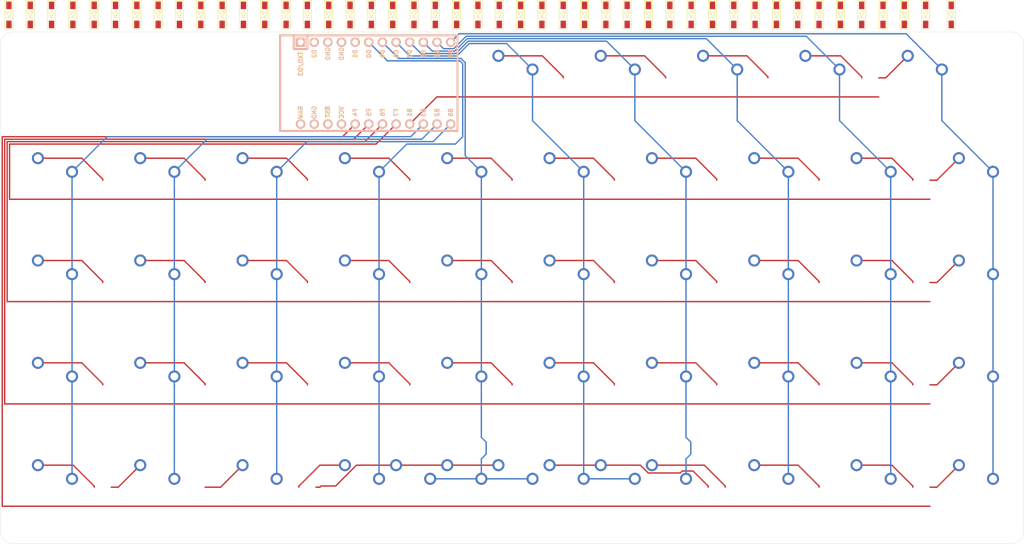
<source format=kicad_pcb>
(kicad_pcb (version 20171130) (host pcbnew "(5.1.4)-1")

  (general
    (thickness 1.6)
    (drawings 8)
    (tracks 241)
    (zones 0)
    (modules 94)
    (nets 70)
  )

  (page A4)
  (layers
    (0 F.Cu signal)
    (31 B.Cu signal)
    (32 B.Adhes user)
    (33 F.Adhes user)
    (34 B.Paste user)
    (35 F.Paste user)
    (36 B.SilkS user)
    (37 F.SilkS user)
    (38 B.Mask user)
    (39 F.Mask user)
    (40 Dwgs.User user)
    (41 Cmts.User user)
    (42 Eco1.User user)
    (43 Eco2.User user)
    (44 Edge.Cuts user)
    (45 Margin user)
    (46 B.CrtYd user)
    (47 F.CrtYd user)
    (48 B.Fab user)
    (49 F.Fab user)
  )

  (setup
    (last_trace_width 0.254)
    (trace_clearance 0.2)
    (zone_clearance 0.508)
    (zone_45_only no)
    (trace_min 0.2)
    (via_size 0.8)
    (via_drill 0.4)
    (via_min_size 0.4)
    (via_min_drill 0.3)
    (uvia_size 0.3)
    (uvia_drill 0.1)
    (uvias_allowed no)
    (uvia_min_size 0.2)
    (uvia_min_drill 0.1)
    (edge_width 0.05)
    (segment_width 0.2)
    (pcb_text_width 0.3)
    (pcb_text_size 1.5 1.5)
    (mod_edge_width 0.12)
    (mod_text_size 1 1)
    (mod_text_width 0.15)
    (pad_size 1.524 1.524)
    (pad_drill 0.762)
    (pad_to_mask_clearance 0.051)
    (solder_mask_min_width 0.25)
    (aux_axis_origin 0 0)
    (visible_elements 7FFFFFFF)
    (pcbplotparams
      (layerselection 0x010f0_ffffffff)
      (usegerberextensions true)
      (usegerberattributes false)
      (usegerberadvancedattributes false)
      (creategerberjobfile false)
      (excludeedgelayer true)
      (linewidth 0.100000)
      (plotframeref false)
      (viasonmask false)
      (mode 1)
      (useauxorigin false)
      (hpglpennumber 1)
      (hpglpenspeed 20)
      (hpglpendiameter 15.000000)
      (psnegative false)
      (psa4output false)
      (plotreference true)
      (plotvalue true)
      (plotinvisibletext false)
      (padsonsilk false)
      (subtractmaskfromsilk true)
      (outputformat 1)
      (mirror false)
      (drillshape 0)
      (scaleselection 1)
      (outputdirectory "Gerbers/"))
  )

  (net 0 "")
  (net 1 row1)
  (net 2 "Net-(D1-Pad2)")
  (net 3 "Net-(D2-Pad2)")
  (net 4 "Net-(D3-Pad2)")
  (net 5 "Net-(D4-Pad2)")
  (net 6 "Net-(D5-Pad2)")
  (net 7 "Net-(D6-Pad2)")
  (net 8 "Net-(D7-Pad2)")
  (net 9 "Net-(D8-Pad2)")
  (net 10 "Net-(D9-Pad2)")
  (net 11 "Net-(D10-Pad2)")
  (net 12 row2)
  (net 13 "Net-(D11-Pad2)")
  (net 14 "Net-(D12-Pad2)")
  (net 15 "Net-(D13-Pad2)")
  (net 16 "Net-(D14-Pad2)")
  (net 17 "Net-(D15-Pad2)")
  (net 18 "Net-(D16-Pad2)")
  (net 19 "Net-(D17-Pad2)")
  (net 20 "Net-(D18-Pad2)")
  (net 21 "Net-(D19-Pad2)")
  (net 22 "Net-(D20-Pad2)")
  (net 23 row3)
  (net 24 "Net-(D21-Pad2)")
  (net 25 "Net-(D22-Pad2)")
  (net 26 "Net-(D23-Pad2)")
  (net 27 "Net-(D24-Pad2)")
  (net 28 "Net-(D25-Pad2)")
  (net 29 "Net-(D26-Pad2)")
  (net 30 "Net-(D27-Pad2)")
  (net 31 "Net-(D28-Pad2)")
  (net 32 "Net-(D29-Pad2)")
  (net 33 "Net-(D30-Pad2)")
  (net 34 row4)
  (net 35 "Net-(D31-Pad2)")
  (net 36 "Net-(D32-Pad2)")
  (net 37 "Net-(D33-Pad2)")
  (net 38 "Net-(D34-Pad2)")
  (net 39 "Net-(D35-Pad2)")
  (net 40 "Net-(D36-Pad2)")
  (net 41 "Net-(D37-Pad2)")
  (net 42 "Net-(D38-Pad2)")
  (net 43 "Net-(D39-Pad2)")
  (net 44 "Net-(D40-Pad2)")
  (net 45 row0)
  (net 46 "Net-(D41-Pad2)")
  (net 47 "Net-(D42-Pad2)")
  (net 48 "Net-(D43-Pad2)")
  (net 49 "Net-(D44-Pad2)")
  (net 50 "Net-(D45-Pad2)")
  (net 51 col0)
  (net 52 col1)
  (net 53 col2)
  (net 54 col3)
  (net 55 col4)
  (net 56 col5)
  (net 57 col6)
  (net 58 col7)
  (net 59 col8)
  (net 60 col9)
  (net 61 "Net-(U1-Pad24)")
  (net 62 "Net-(U1-Pad23)")
  (net 63 "Net-(U1-Pad22)")
  (net 64 "Net-(U1-Pad21)")
  (net 65 "Net-(U1-Pad4)")
  (net 66 "Net-(U1-Pad3)")
  (net 67 "Net-(U1-Pad2)")
  (net 68 "Net-(U1-Pad1)")
  (net 69 "Net-(U1-Pad5)")

  (net_class Default "This is the default net class."
    (clearance 0.2)
    (trace_width 0.254)
    (via_dia 0.8)
    (via_drill 0.4)
    (uvia_dia 0.3)
    (uvia_drill 0.1)
    (add_net "Net-(D1-Pad2)")
    (add_net "Net-(D10-Pad2)")
    (add_net "Net-(D11-Pad2)")
    (add_net "Net-(D12-Pad2)")
    (add_net "Net-(D13-Pad2)")
    (add_net "Net-(D14-Pad2)")
    (add_net "Net-(D15-Pad2)")
    (add_net "Net-(D16-Pad2)")
    (add_net "Net-(D17-Pad2)")
    (add_net "Net-(D18-Pad2)")
    (add_net "Net-(D19-Pad2)")
    (add_net "Net-(D2-Pad2)")
    (add_net "Net-(D20-Pad2)")
    (add_net "Net-(D21-Pad2)")
    (add_net "Net-(D22-Pad2)")
    (add_net "Net-(D23-Pad2)")
    (add_net "Net-(D24-Pad2)")
    (add_net "Net-(D25-Pad2)")
    (add_net "Net-(D26-Pad2)")
    (add_net "Net-(D27-Pad2)")
    (add_net "Net-(D28-Pad2)")
    (add_net "Net-(D29-Pad2)")
    (add_net "Net-(D3-Pad2)")
    (add_net "Net-(D30-Pad2)")
    (add_net "Net-(D31-Pad2)")
    (add_net "Net-(D32-Pad2)")
    (add_net "Net-(D33-Pad2)")
    (add_net "Net-(D34-Pad2)")
    (add_net "Net-(D35-Pad2)")
    (add_net "Net-(D36-Pad2)")
    (add_net "Net-(D37-Pad2)")
    (add_net "Net-(D38-Pad2)")
    (add_net "Net-(D39-Pad2)")
    (add_net "Net-(D4-Pad2)")
    (add_net "Net-(D40-Pad2)")
    (add_net "Net-(D41-Pad2)")
    (add_net "Net-(D42-Pad2)")
    (add_net "Net-(D43-Pad2)")
    (add_net "Net-(D44-Pad2)")
    (add_net "Net-(D45-Pad2)")
    (add_net "Net-(D5-Pad2)")
    (add_net "Net-(D6-Pad2)")
    (add_net "Net-(D7-Pad2)")
    (add_net "Net-(D8-Pad2)")
    (add_net "Net-(D9-Pad2)")
    (add_net "Net-(U1-Pad1)")
    (add_net "Net-(U1-Pad2)")
    (add_net "Net-(U1-Pad21)")
    (add_net "Net-(U1-Pad22)")
    (add_net "Net-(U1-Pad23)")
    (add_net "Net-(U1-Pad24)")
    (add_net "Net-(U1-Pad3)")
    (add_net "Net-(U1-Pad4)")
    (add_net "Net-(U1-Pad5)")
    (add_net col0)
    (add_net col1)
    (add_net col2)
    (add_net col3)
    (add_net col4)
    (add_net col5)
    (add_net col6)
    (add_net col7)
    (add_net col8)
    (add_net col9)
    (add_net row0)
    (add_net row1)
    (add_net row2)
    (add_net row3)
    (add_net row4)
  )

  (module MX_Only:MXOnly-1U-NoLED (layer B.Cu) (tedit 5BD3C6C7) (tstamp 612C5482)
    (at 228.6 95.25 180)
    (path /612D9884)
    (fp_text reference MX30 (at 0 -3.175) (layer Dwgs.User)
      (effects (font (size 1 1) (thickness 0.15)))
    )
    (fp_text value MX-NoLED (at 0 7.9375) (layer Dwgs.User)
      (effects (font (size 1 1) (thickness 0.15)))
    )
    (fp_line (start -9.525 -9.525) (end -9.525 9.525) (layer Dwgs.User) (width 0.15))
    (fp_line (start 9.525 -9.525) (end -9.525 -9.525) (layer Dwgs.User) (width 0.15))
    (fp_line (start 9.525 9.525) (end 9.525 -9.525) (layer Dwgs.User) (width 0.15))
    (fp_line (start -9.525 9.525) (end 9.525 9.525) (layer Dwgs.User) (width 0.15))
    (fp_line (start -7 7) (end -7 5) (layer Dwgs.User) (width 0.15))
    (fp_line (start -5 7) (end -7 7) (layer Dwgs.User) (width 0.15))
    (fp_line (start -7 -7) (end -5 -7) (layer Dwgs.User) (width 0.15))
    (fp_line (start -7 -5) (end -7 -7) (layer Dwgs.User) (width 0.15))
    (fp_line (start 7 -7) (end 7 -5) (layer Dwgs.User) (width 0.15))
    (fp_line (start 5 -7) (end 7 -7) (layer Dwgs.User) (width 0.15))
    (fp_line (start 7 7) (end 7 5) (layer Dwgs.User) (width 0.15))
    (fp_line (start 5 7) (end 7 7) (layer Dwgs.User) (width 0.15))
    (pad "" np_thru_hole circle (at 5.08 0 131.9004) (size 1.75 1.75) (drill 1.75) (layers *.Cu *.Mask))
    (pad "" np_thru_hole circle (at -5.08 0 131.9004) (size 1.75 1.75) (drill 1.75) (layers *.Cu *.Mask))
    (pad 1 thru_hole circle (at -3.81 2.54 180) (size 2.25 2.25) (drill 1.47) (layers *.Cu F.Mask)
      (net 60 col9))
    (pad "" np_thru_hole circle (at 0 0 180) (size 3.9878 3.9878) (drill 3.9878) (layers *.Cu *.Mask))
    (pad 2 thru_hole circle (at 2.54 5.08 180) (size 2.25 2.25) (drill 1.47) (layers *.Cu F.Mask)
      (net 33 "Net-(D30-Pad2)"))
  )

  (module MX_Only:MXOnly-1U-NoLED (layer B.Cu) (tedit 5BD3C6C7) (tstamp 612C5162)
    (at 228.6 57.15 180)
    (path /612D116D)
    (fp_text reference MX10 (at 0 -3.175) (layer Dwgs.User)
      (effects (font (size 1 1) (thickness 0.15)))
    )
    (fp_text value MX-NoLED (at 0 7.9375) (layer Dwgs.User)
      (effects (font (size 1 1) (thickness 0.15)))
    )
    (fp_line (start -9.525 -9.525) (end -9.525 9.525) (layer Dwgs.User) (width 0.15))
    (fp_line (start 9.525 -9.525) (end -9.525 -9.525) (layer Dwgs.User) (width 0.15))
    (fp_line (start 9.525 9.525) (end 9.525 -9.525) (layer Dwgs.User) (width 0.15))
    (fp_line (start -9.525 9.525) (end 9.525 9.525) (layer Dwgs.User) (width 0.15))
    (fp_line (start -7 7) (end -7 5) (layer Dwgs.User) (width 0.15))
    (fp_line (start -5 7) (end -7 7) (layer Dwgs.User) (width 0.15))
    (fp_line (start -7 -7) (end -5 -7) (layer Dwgs.User) (width 0.15))
    (fp_line (start -7 -5) (end -7 -7) (layer Dwgs.User) (width 0.15))
    (fp_line (start 7 -7) (end 7 -5) (layer Dwgs.User) (width 0.15))
    (fp_line (start 5 -7) (end 7 -7) (layer Dwgs.User) (width 0.15))
    (fp_line (start 7 7) (end 7 5) (layer Dwgs.User) (width 0.15))
    (fp_line (start 5 7) (end 7 7) (layer Dwgs.User) (width 0.15))
    (pad "" np_thru_hole circle (at 5.08 0 131.9004) (size 1.75 1.75) (drill 1.75) (layers *.Cu *.Mask))
    (pad "" np_thru_hole circle (at -5.08 0 131.9004) (size 1.75 1.75) (drill 1.75) (layers *.Cu *.Mask))
    (pad 1 thru_hole circle (at -3.81 2.54 180) (size 2.25 2.25) (drill 1.47) (layers *.Cu F.Mask)
      (net 60 col9))
    (pad "" np_thru_hole circle (at 0 0 180) (size 3.9878 3.9878) (drill 3.9878) (layers *.Cu *.Mask))
    (pad 2 thru_hole circle (at 2.54 5.08 180) (size 2.25 2.25) (drill 1.47) (layers *.Cu F.Mask)
      (net 11 "Net-(D10-Pad2)"))
  )

  (module MX_Only:MXOnly-1U-NoLED (layer B.Cu) (tedit 5BD3C6C7) (tstamp 612C54FA)
    (at 95.25 114.3 180)
    (path /612DABAB)
    (fp_text reference MX33 (at 0 -3.175) (layer Dwgs.User)
      (effects (font (size 1 1) (thickness 0.15)))
    )
    (fp_text value MX-NoLED (at 0 7.9375) (layer Dwgs.User)
      (effects (font (size 1 1) (thickness 0.15)))
    )
    (fp_line (start -9.525 -9.525) (end -9.525 9.525) (layer Dwgs.User) (width 0.15))
    (fp_line (start 9.525 -9.525) (end -9.525 -9.525) (layer Dwgs.User) (width 0.15))
    (fp_line (start 9.525 9.525) (end 9.525 -9.525) (layer Dwgs.User) (width 0.15))
    (fp_line (start -9.525 9.525) (end 9.525 9.525) (layer Dwgs.User) (width 0.15))
    (fp_line (start -7 7) (end -7 5) (layer Dwgs.User) (width 0.15))
    (fp_line (start -5 7) (end -7 7) (layer Dwgs.User) (width 0.15))
    (fp_line (start -7 -7) (end -5 -7) (layer Dwgs.User) (width 0.15))
    (fp_line (start -7 -5) (end -7 -7) (layer Dwgs.User) (width 0.15))
    (fp_line (start 7 -7) (end 7 -5) (layer Dwgs.User) (width 0.15))
    (fp_line (start 5 -7) (end 7 -7) (layer Dwgs.User) (width 0.15))
    (fp_line (start 7 7) (end 7 5) (layer Dwgs.User) (width 0.15))
    (fp_line (start 5 7) (end 7 7) (layer Dwgs.User) (width 0.15))
    (pad "" np_thru_hole circle (at 5.08 0 131.9004) (size 1.75 1.75) (drill 1.75) (layers *.Cu *.Mask))
    (pad "" np_thru_hole circle (at -5.08 0 131.9004) (size 1.75 1.75) (drill 1.75) (layers *.Cu *.Mask))
    (pad 1 thru_hole circle (at -3.81 2.54 180) (size 2.25 2.25) (drill 1.47) (layers *.Cu F.Mask)
      (net 53 col2))
    (pad "" np_thru_hole circle (at 0 0 180) (size 3.9878 3.9878) (drill 3.9878) (layers *.Cu *.Mask))
    (pad 2 thru_hole circle (at 2.54 5.08 180) (size 2.25 2.25) (drill 1.47) (layers *.Cu F.Mask)
      (net 37 "Net-(D33-Pad2)"))
  )

  (module MX_Only:MXOnly-1U-NoLED (layer B.Cu) (tedit 5BD3C6C7) (tstamp 612C559A)
    (at 171.45 114.3 180)
    (path /612DC482)
    (fp_text reference MX37 (at 0 -3.175) (layer Dwgs.User)
      (effects (font (size 1 1) (thickness 0.15)))
    )
    (fp_text value MX-NoLED (at 0 7.9375) (layer Dwgs.User)
      (effects (font (size 1 1) (thickness 0.15)))
    )
    (fp_line (start -9.525 -9.525) (end -9.525 9.525) (layer Dwgs.User) (width 0.15))
    (fp_line (start 9.525 -9.525) (end -9.525 -9.525) (layer Dwgs.User) (width 0.15))
    (fp_line (start 9.525 9.525) (end 9.525 -9.525) (layer Dwgs.User) (width 0.15))
    (fp_line (start -9.525 9.525) (end 9.525 9.525) (layer Dwgs.User) (width 0.15))
    (fp_line (start -7 7) (end -7 5) (layer Dwgs.User) (width 0.15))
    (fp_line (start -5 7) (end -7 7) (layer Dwgs.User) (width 0.15))
    (fp_line (start -7 -7) (end -5 -7) (layer Dwgs.User) (width 0.15))
    (fp_line (start -7 -5) (end -7 -7) (layer Dwgs.User) (width 0.15))
    (fp_line (start 7 -7) (end 7 -5) (layer Dwgs.User) (width 0.15))
    (fp_line (start 5 -7) (end 7 -7) (layer Dwgs.User) (width 0.15))
    (fp_line (start 7 7) (end 7 5) (layer Dwgs.User) (width 0.15))
    (fp_line (start 5 7) (end 7 7) (layer Dwgs.User) (width 0.15))
    (pad "" np_thru_hole circle (at 5.08 0 131.9004) (size 1.75 1.75) (drill 1.75) (layers *.Cu *.Mask))
    (pad "" np_thru_hole circle (at -5.08 0 131.9004) (size 1.75 1.75) (drill 1.75) (layers *.Cu *.Mask))
    (pad 1 thru_hole circle (at -3.81 2.54 180) (size 2.25 2.25) (drill 1.47) (layers *.Cu F.Mask)
      (net 57 col6))
    (pad "" np_thru_hole circle (at 0 0 180) (size 3.9878 3.9878) (drill 3.9878) (layers *.Cu *.Mask))
    (pad 2 thru_hole circle (at 2.54 5.08 180) (size 2.25 2.25) (drill 1.47) (layers *.Cu F.Mask)
      (net 41 "Net-(D37-Pad2)"))
  )

  (module MX_Only:MXOnly-1U-NoLED (layer B.Cu) (tedit 5BD3C6C7) (tstamp 612C563A)
    (at 142.875 38.1 180)
    (path /612DDAF7)
    (fp_text reference MX41 (at 0 -3.175) (layer Dwgs.User)
      (effects (font (size 1 1) (thickness 0.15)))
    )
    (fp_text value MX-NoLED (at 0 7.9375) (layer Dwgs.User)
      (effects (font (size 1 1) (thickness 0.15)))
    )
    (fp_line (start -9.525 -9.525) (end -9.525 9.525) (layer Dwgs.User) (width 0.15))
    (fp_line (start 9.525 -9.525) (end -9.525 -9.525) (layer Dwgs.User) (width 0.15))
    (fp_line (start 9.525 9.525) (end 9.525 -9.525) (layer Dwgs.User) (width 0.15))
    (fp_line (start -9.525 9.525) (end 9.525 9.525) (layer Dwgs.User) (width 0.15))
    (fp_line (start -7 7) (end -7 5) (layer Dwgs.User) (width 0.15))
    (fp_line (start -5 7) (end -7 7) (layer Dwgs.User) (width 0.15))
    (fp_line (start -7 -7) (end -5 -7) (layer Dwgs.User) (width 0.15))
    (fp_line (start -7 -5) (end -7 -7) (layer Dwgs.User) (width 0.15))
    (fp_line (start 7 -7) (end 7 -5) (layer Dwgs.User) (width 0.15))
    (fp_line (start 5 -7) (end 7 -7) (layer Dwgs.User) (width 0.15))
    (fp_line (start 7 7) (end 7 5) (layer Dwgs.User) (width 0.15))
    (fp_line (start 5 7) (end 7 7) (layer Dwgs.User) (width 0.15))
    (pad "" np_thru_hole circle (at 5.08 0 131.9004) (size 1.75 1.75) (drill 1.75) (layers *.Cu *.Mask))
    (pad "" np_thru_hole circle (at -5.08 0 131.9004) (size 1.75 1.75) (drill 1.75) (layers *.Cu *.Mask))
    (pad 1 thru_hole circle (at -3.81 2.54 180) (size 2.25 2.25) (drill 1.47) (layers *.Cu F.Mask)
      (net 56 col5))
    (pad "" np_thru_hole circle (at 0 0 180) (size 3.9878 3.9878) (drill 3.9878) (layers *.Cu *.Mask))
    (pad 2 thru_hole circle (at 2.54 5.08 180) (size 2.25 2.25) (drill 1.47) (layers *.Cu F.Mask)
      (net 46 "Net-(D41-Pad2)"))
  )

  (module kbd:D3_SMD_v2 (layer F.Cu) (tedit 5F70BC50) (tstamp 612C4FD2)
    (at 224.63125 25.4 90)
    (descr "Resitance 3 pas")
    (tags R)
    (path /61359D12)
    (autoplace_cost180 10)
    (fp_text reference D45 (at 0.5 0 90) (layer F.Fab) hide
      (effects (font (size 0.5 0.5) (thickness 0.125)))
    )
    (fp_text value D_Small (at -0.6 0 90) (layer F.Fab) hide
      (effects (font (size 0.5 0.5) (thickness 0.125)))
    )
    (fp_line (start -2.7 0.75) (end 2.7 0.75) (layer F.SilkS) (width 0.15))
    (fp_line (start 2.7 -0.75) (end -2.7 -0.75) (layer F.SilkS) (width 0.15))
    (fp_line (start -2.7 -0.75) (end -2.7 0.75) (layer F.SilkS) (width 0.15))
    (fp_line (start 2.7 -0.75) (end 2.7 0.75) (layer F.SilkS) (width 0.15))
    (fp_line (start 0.5 -0.5) (end 0.5 0.5) (layer F.SilkS) (width 0.15))
    (fp_line (start 0.5 0.5) (end -0.4 0) (layer F.SilkS) (width 0.15))
    (fp_line (start -0.4 0) (end 0.5 -0.5) (layer F.SilkS) (width 0.15))
    (fp_line (start -0.5 -0.5) (end -0.5 0.5) (layer F.SilkS) (width 0.15))
    (pad 2 smd rect (at 1.775 0 90) (size 1.4 1) (layers F.Cu F.Paste F.Mask)
      (net 50 "Net-(D45-Pad2)"))
    (pad 1 smd rect (at -1.775 0 90) (size 1.4 1) (layers F.Cu F.Paste F.Mask)
      (net 45 row0))
    (model ${KIGITHUB3D}/Diode_SMD.3dshapes/D_SOD-123.step
      (at (xyz 0 0 0))
      (scale (xyz 1 1 1))
      (rotate (xyz 0 0 0))
    )
  )

  (module kbd:D3_SMD_v2 (layer F.Cu) (tedit 5F70BC50) (tstamp 612C4FBE)
    (at 219.86875 25.4 90)
    (descr "Resitance 3 pas")
    (tags R)
    (path /6135983D)
    (autoplace_cost180 10)
    (fp_text reference D44 (at 0.5 0 90) (layer F.Fab) hide
      (effects (font (size 0.5 0.5) (thickness 0.125)))
    )
    (fp_text value D_Small (at -0.6 0 90) (layer F.Fab) hide
      (effects (font (size 0.5 0.5) (thickness 0.125)))
    )
    (fp_line (start -2.7 0.75) (end 2.7 0.75) (layer F.SilkS) (width 0.15))
    (fp_line (start 2.7 -0.75) (end -2.7 -0.75) (layer F.SilkS) (width 0.15))
    (fp_line (start -2.7 -0.75) (end -2.7 0.75) (layer F.SilkS) (width 0.15))
    (fp_line (start 2.7 -0.75) (end 2.7 0.75) (layer F.SilkS) (width 0.15))
    (fp_line (start 0.5 -0.5) (end 0.5 0.5) (layer F.SilkS) (width 0.15))
    (fp_line (start 0.5 0.5) (end -0.4 0) (layer F.SilkS) (width 0.15))
    (fp_line (start -0.4 0) (end 0.5 -0.5) (layer F.SilkS) (width 0.15))
    (fp_line (start -0.5 -0.5) (end -0.5 0.5) (layer F.SilkS) (width 0.15))
    (pad 2 smd rect (at 1.775 0 90) (size 1.4 1) (layers F.Cu F.Paste F.Mask)
      (net 49 "Net-(D44-Pad2)"))
    (pad 1 smd rect (at -1.775 0 90) (size 1.4 1) (layers F.Cu F.Paste F.Mask)
      (net 45 row0))
    (model ${KIGITHUB3D}/Diode_SMD.3dshapes/D_SOD-123.step
      (at (xyz 0 0 0))
      (scale (xyz 1 1 1))
      (rotate (xyz 0 0 0))
    )
  )

  (module kbd:D3_SMD_v2 (layer F.Cu) (tedit 5F70BC50) (tstamp 612C4FAA)
    (at 215.9 25.4 90)
    (descr "Resitance 3 pas")
    (tags R)
    (path /613591C9)
    (autoplace_cost180 10)
    (fp_text reference D43 (at 0.5 0 90) (layer F.Fab) hide
      (effects (font (size 0.5 0.5) (thickness 0.125)))
    )
    (fp_text value D_Small (at -0.6 0 90) (layer F.Fab) hide
      (effects (font (size 0.5 0.5) (thickness 0.125)))
    )
    (fp_line (start -2.7 0.75) (end 2.7 0.75) (layer F.SilkS) (width 0.15))
    (fp_line (start 2.7 -0.75) (end -2.7 -0.75) (layer F.SilkS) (width 0.15))
    (fp_line (start -2.7 -0.75) (end -2.7 0.75) (layer F.SilkS) (width 0.15))
    (fp_line (start 2.7 -0.75) (end 2.7 0.75) (layer F.SilkS) (width 0.15))
    (fp_line (start 0.5 -0.5) (end 0.5 0.5) (layer F.SilkS) (width 0.15))
    (fp_line (start 0.5 0.5) (end -0.4 0) (layer F.SilkS) (width 0.15))
    (fp_line (start -0.4 0) (end 0.5 -0.5) (layer F.SilkS) (width 0.15))
    (fp_line (start -0.5 -0.5) (end -0.5 0.5) (layer F.SilkS) (width 0.15))
    (pad 2 smd rect (at 1.775 0 90) (size 1.4 1) (layers F.Cu F.Paste F.Mask)
      (net 48 "Net-(D43-Pad2)"))
    (pad 1 smd rect (at -1.775 0 90) (size 1.4 1) (layers F.Cu F.Paste F.Mask)
      (net 45 row0))
    (model ${KIGITHUB3D}/Diode_SMD.3dshapes/D_SOD-123.step
      (at (xyz 0 0 0))
      (scale (xyz 1 1 1))
      (rotate (xyz 0 0 0))
    )
  )

  (module kbd:D3_SMD_v2 (layer F.Cu) (tedit 5F70BC50) (tstamp 612C4F96)
    (at 211.93125 25.4 90)
    (descr "Resitance 3 pas")
    (tags R)
    (path /61358B5F)
    (autoplace_cost180 10)
    (fp_text reference D42 (at 0.5 0 90) (layer F.Fab) hide
      (effects (font (size 0.5 0.5) (thickness 0.125)))
    )
    (fp_text value D_Small (at -0.6 0 90) (layer F.Fab) hide
      (effects (font (size 0.5 0.5) (thickness 0.125)))
    )
    (fp_line (start -0.5 -0.5) (end -0.5 0.5) (layer F.SilkS) (width 0.15))
    (fp_line (start -0.4 0) (end 0.5 -0.5) (layer F.SilkS) (width 0.15))
    (fp_line (start 0.5 0.5) (end -0.4 0) (layer F.SilkS) (width 0.15))
    (fp_line (start 0.5 -0.5) (end 0.5 0.5) (layer F.SilkS) (width 0.15))
    (fp_line (start 2.7 -0.75) (end 2.7 0.75) (layer F.SilkS) (width 0.15))
    (fp_line (start -2.7 -0.75) (end -2.7 0.75) (layer F.SilkS) (width 0.15))
    (fp_line (start 2.7 -0.75) (end -2.7 -0.75) (layer F.SilkS) (width 0.15))
    (fp_line (start -2.7 0.75) (end 2.7 0.75) (layer F.SilkS) (width 0.15))
    (pad 1 smd rect (at -1.775 0 90) (size 1.4 1) (layers F.Cu F.Paste F.Mask)
      (net 45 row0))
    (pad 2 smd rect (at 1.775 0 90) (size 1.4 1) (layers F.Cu F.Paste F.Mask)
      (net 47 "Net-(D42-Pad2)"))
    (model ${KIGITHUB3D}/Diode_SMD.3dshapes/D_SOD-123.step
      (at (xyz 0 0 0))
      (scale (xyz 1 1 1))
      (rotate (xyz 0 0 0))
    )
  )

  (module kbd:D3_SMD_v2 (layer F.Cu) (tedit 5F70BC50) (tstamp 612C4F82)
    (at 207.9625 25.4 90)
    (descr "Resitance 3 pas")
    (tags R)
    (path /61356F4C)
    (autoplace_cost180 10)
    (fp_text reference D41 (at 0.5 0 90) (layer F.Fab) hide
      (effects (font (size 0.5 0.5) (thickness 0.125)))
    )
    (fp_text value D_Small (at -0.6 0 90) (layer F.Fab) hide
      (effects (font (size 0.5 0.5) (thickness 0.125)))
    )
    (fp_line (start -2.7 0.75) (end 2.7 0.75) (layer F.SilkS) (width 0.15))
    (fp_line (start 2.7 -0.75) (end -2.7 -0.75) (layer F.SilkS) (width 0.15))
    (fp_line (start -2.7 -0.75) (end -2.7 0.75) (layer F.SilkS) (width 0.15))
    (fp_line (start 2.7 -0.75) (end 2.7 0.75) (layer F.SilkS) (width 0.15))
    (fp_line (start 0.5 -0.5) (end 0.5 0.5) (layer F.SilkS) (width 0.15))
    (fp_line (start 0.5 0.5) (end -0.4 0) (layer F.SilkS) (width 0.15))
    (fp_line (start -0.4 0) (end 0.5 -0.5) (layer F.SilkS) (width 0.15))
    (fp_line (start -0.5 -0.5) (end -0.5 0.5) (layer F.SilkS) (width 0.15))
    (pad 2 smd rect (at 1.775 0 90) (size 1.4 1) (layers F.Cu F.Paste F.Mask)
      (net 46 "Net-(D41-Pad2)"))
    (pad 1 smd rect (at -1.775 0 90) (size 1.4 1) (layers F.Cu F.Paste F.Mask)
      (net 45 row0))
    (model ${KIGITHUB3D}/Diode_SMD.3dshapes/D_SOD-123.step
      (at (xyz 0 0 0))
      (scale (xyz 1 1 1))
      (rotate (xyz 0 0 0))
    )
  )

  (module kbd:D3_SMD_v2 (layer F.Cu) (tedit 5F70BC50) (tstamp 612C4F6E)
    (at 203.99375 25.4 90)
    (descr "Resitance 3 pas")
    (tags R)
    (path /6136BCDA)
    (autoplace_cost180 10)
    (fp_text reference D40 (at 0.5 0 90) (layer F.Fab) hide
      (effects (font (size 0.5 0.5) (thickness 0.125)))
    )
    (fp_text value D_Small (at -0.6 0 90) (layer F.Fab) hide
      (effects (font (size 0.5 0.5) (thickness 0.125)))
    )
    (fp_line (start -2.7 0.75) (end 2.7 0.75) (layer F.SilkS) (width 0.15))
    (fp_line (start 2.7 -0.75) (end -2.7 -0.75) (layer F.SilkS) (width 0.15))
    (fp_line (start -2.7 -0.75) (end -2.7 0.75) (layer F.SilkS) (width 0.15))
    (fp_line (start 2.7 -0.75) (end 2.7 0.75) (layer F.SilkS) (width 0.15))
    (fp_line (start 0.5 -0.5) (end 0.5 0.5) (layer F.SilkS) (width 0.15))
    (fp_line (start 0.5 0.5) (end -0.4 0) (layer F.SilkS) (width 0.15))
    (fp_line (start -0.4 0) (end 0.5 -0.5) (layer F.SilkS) (width 0.15))
    (fp_line (start -0.5 -0.5) (end -0.5 0.5) (layer F.SilkS) (width 0.15))
    (pad 2 smd rect (at 1.775 0 90) (size 1.4 1) (layers F.Cu F.Paste F.Mask)
      (net 44 "Net-(D40-Pad2)"))
    (pad 1 smd rect (at -1.775 0 90) (size 1.4 1) (layers F.Cu F.Paste F.Mask)
      (net 34 row4))
    (model ${KIGITHUB3D}/Diode_SMD.3dshapes/D_SOD-123.step
      (at (xyz 0 0 0))
      (scale (xyz 1 1 1))
      (rotate (xyz 0 0 0))
    )
  )

  (module kbd:D3_SMD_v2 (layer F.Cu) (tedit 5F70BC50) (tstamp 612C4F5A)
    (at 200.025 25.4 90)
    (descr "Resitance 3 pas")
    (tags R)
    (path /6136B666)
    (autoplace_cost180 10)
    (fp_text reference D39 (at 0.5 0 90) (layer F.Fab) hide
      (effects (font (size 0.5 0.5) (thickness 0.125)))
    )
    (fp_text value D_Small (at -0.6 0 90) (layer F.Fab) hide
      (effects (font (size 0.5 0.5) (thickness 0.125)))
    )
    (fp_line (start -0.5 -0.5) (end -0.5 0.5) (layer F.SilkS) (width 0.15))
    (fp_line (start -0.4 0) (end 0.5 -0.5) (layer F.SilkS) (width 0.15))
    (fp_line (start 0.5 0.5) (end -0.4 0) (layer F.SilkS) (width 0.15))
    (fp_line (start 0.5 -0.5) (end 0.5 0.5) (layer F.SilkS) (width 0.15))
    (fp_line (start 2.7 -0.75) (end 2.7 0.75) (layer F.SilkS) (width 0.15))
    (fp_line (start -2.7 -0.75) (end -2.7 0.75) (layer F.SilkS) (width 0.15))
    (fp_line (start 2.7 -0.75) (end -2.7 -0.75) (layer F.SilkS) (width 0.15))
    (fp_line (start -2.7 0.75) (end 2.7 0.75) (layer F.SilkS) (width 0.15))
    (pad 1 smd rect (at -1.775 0 90) (size 1.4 1) (layers F.Cu F.Paste F.Mask)
      (net 34 row4))
    (pad 2 smd rect (at 1.775 0 90) (size 1.4 1) (layers F.Cu F.Paste F.Mask)
      (net 43 "Net-(D39-Pad2)"))
    (model ${KIGITHUB3D}/Diode_SMD.3dshapes/D_SOD-123.step
      (at (xyz 0 0 0))
      (scale (xyz 1 1 1))
      (rotate (xyz 0 0 0))
    )
  )

  (module kbd:D3_SMD_v2 (layer F.Cu) (tedit 5F70BC50) (tstamp 612C4F46)
    (at 196.05625 25.4 90)
    (descr "Resitance 3 pas")
    (tags R)
    (path /6136AFA2)
    (autoplace_cost180 10)
    (fp_text reference D38 (at 0.5 0 90) (layer F.Fab) hide
      (effects (font (size 0.5 0.5) (thickness 0.125)))
    )
    (fp_text value D_Small (at -0.6 0 90) (layer F.Fab) hide
      (effects (font (size 0.5 0.5) (thickness 0.125)))
    )
    (fp_line (start -2.7 0.75) (end 2.7 0.75) (layer F.SilkS) (width 0.15))
    (fp_line (start 2.7 -0.75) (end -2.7 -0.75) (layer F.SilkS) (width 0.15))
    (fp_line (start -2.7 -0.75) (end -2.7 0.75) (layer F.SilkS) (width 0.15))
    (fp_line (start 2.7 -0.75) (end 2.7 0.75) (layer F.SilkS) (width 0.15))
    (fp_line (start 0.5 -0.5) (end 0.5 0.5) (layer F.SilkS) (width 0.15))
    (fp_line (start 0.5 0.5) (end -0.4 0) (layer F.SilkS) (width 0.15))
    (fp_line (start -0.4 0) (end 0.5 -0.5) (layer F.SilkS) (width 0.15))
    (fp_line (start -0.5 -0.5) (end -0.5 0.5) (layer F.SilkS) (width 0.15))
    (pad 2 smd rect (at 1.775 0 90) (size 1.4 1) (layers F.Cu F.Paste F.Mask)
      (net 42 "Net-(D38-Pad2)"))
    (pad 1 smd rect (at -1.775 0 90) (size 1.4 1) (layers F.Cu F.Paste F.Mask)
      (net 34 row4))
    (model ${KIGITHUB3D}/Diode_SMD.3dshapes/D_SOD-123.step
      (at (xyz 0 0 0))
      (scale (xyz 1 1 1))
      (rotate (xyz 0 0 0))
    )
  )

  (module kbd:D3_SMD_v2 (layer F.Cu) (tedit 5F70BC50) (tstamp 612C4F32)
    (at 192.0875 25.4 90)
    (descr "Resitance 3 pas")
    (tags R)
    (path /6136A8A7)
    (autoplace_cost180 10)
    (fp_text reference D37 (at 0.5 0 90) (layer F.Fab) hide
      (effects (font (size 0.5 0.5) (thickness 0.125)))
    )
    (fp_text value D_Small (at -0.6 0 90) (layer F.Fab) hide
      (effects (font (size 0.5 0.5) (thickness 0.125)))
    )
    (fp_line (start -2.7 0.75) (end 2.7 0.75) (layer F.SilkS) (width 0.15))
    (fp_line (start 2.7 -0.75) (end -2.7 -0.75) (layer F.SilkS) (width 0.15))
    (fp_line (start -2.7 -0.75) (end -2.7 0.75) (layer F.SilkS) (width 0.15))
    (fp_line (start 2.7 -0.75) (end 2.7 0.75) (layer F.SilkS) (width 0.15))
    (fp_line (start 0.5 -0.5) (end 0.5 0.5) (layer F.SilkS) (width 0.15))
    (fp_line (start 0.5 0.5) (end -0.4 0) (layer F.SilkS) (width 0.15))
    (fp_line (start -0.4 0) (end 0.5 -0.5) (layer F.SilkS) (width 0.15))
    (fp_line (start -0.5 -0.5) (end -0.5 0.5) (layer F.SilkS) (width 0.15))
    (pad 2 smd rect (at 1.775 0 90) (size 1.4 1) (layers F.Cu F.Paste F.Mask)
      (net 41 "Net-(D37-Pad2)"))
    (pad 1 smd rect (at -1.775 0 90) (size 1.4 1) (layers F.Cu F.Paste F.Mask)
      (net 34 row4))
    (model ${KIGITHUB3D}/Diode_SMD.3dshapes/D_SOD-123.step
      (at (xyz 0 0 0))
      (scale (xyz 1 1 1))
      (rotate (xyz 0 0 0))
    )
  )

  (module kbd:D3_SMD_v2 (layer F.Cu) (tedit 5F70BC50) (tstamp 612C4F1E)
    (at 188.11875 25.4 90)
    (descr "Resitance 3 pas")
    (tags R)
    (path /6136953F)
    (autoplace_cost180 10)
    (fp_text reference D36 (at 0.5 0 90) (layer F.Fab) hide
      (effects (font (size 0.5 0.5) (thickness 0.125)))
    )
    (fp_text value D_Small (at -0.6 0 90) (layer F.Fab) hide
      (effects (font (size 0.5 0.5) (thickness 0.125)))
    )
    (fp_line (start -2.7 0.75) (end 2.7 0.75) (layer F.SilkS) (width 0.15))
    (fp_line (start 2.7 -0.75) (end -2.7 -0.75) (layer F.SilkS) (width 0.15))
    (fp_line (start -2.7 -0.75) (end -2.7 0.75) (layer F.SilkS) (width 0.15))
    (fp_line (start 2.7 -0.75) (end 2.7 0.75) (layer F.SilkS) (width 0.15))
    (fp_line (start 0.5 -0.5) (end 0.5 0.5) (layer F.SilkS) (width 0.15))
    (fp_line (start 0.5 0.5) (end -0.4 0) (layer F.SilkS) (width 0.15))
    (fp_line (start -0.4 0) (end 0.5 -0.5) (layer F.SilkS) (width 0.15))
    (fp_line (start -0.5 -0.5) (end -0.5 0.5) (layer F.SilkS) (width 0.15))
    (pad 2 smd rect (at 1.775 0 90) (size 1.4 1) (layers F.Cu F.Paste F.Mask)
      (net 40 "Net-(D36-Pad2)"))
    (pad 1 smd rect (at -1.775 0 90) (size 1.4 1) (layers F.Cu F.Paste F.Mask)
      (net 34 row4))
    (model ${KIGITHUB3D}/Diode_SMD.3dshapes/D_SOD-123.step
      (at (xyz 0 0 0))
      (scale (xyz 1 1 1))
      (rotate (xyz 0 0 0))
    )
  )

  (module kbd:D3_SMD_v2 (layer F.Cu) (tedit 5F70BC50) (tstamp 612C4F0A)
    (at 184.15 25.4 90)
    (descr "Resitance 3 pas")
    (tags R)
    (path /61368FD9)
    (autoplace_cost180 10)
    (fp_text reference D35 (at 0.5 0 90) (layer F.Fab) hide
      (effects (font (size 0.5 0.5) (thickness 0.125)))
    )
    (fp_text value D_Small (at -0.6 0 90) (layer F.Fab) hide
      (effects (font (size 0.5 0.5) (thickness 0.125)))
    )
    (fp_line (start -2.7 0.75) (end 2.7 0.75) (layer F.SilkS) (width 0.15))
    (fp_line (start 2.7 -0.75) (end -2.7 -0.75) (layer F.SilkS) (width 0.15))
    (fp_line (start -2.7 -0.75) (end -2.7 0.75) (layer F.SilkS) (width 0.15))
    (fp_line (start 2.7 -0.75) (end 2.7 0.75) (layer F.SilkS) (width 0.15))
    (fp_line (start 0.5 -0.5) (end 0.5 0.5) (layer F.SilkS) (width 0.15))
    (fp_line (start 0.5 0.5) (end -0.4 0) (layer F.SilkS) (width 0.15))
    (fp_line (start -0.4 0) (end 0.5 -0.5) (layer F.SilkS) (width 0.15))
    (fp_line (start -0.5 -0.5) (end -0.5 0.5) (layer F.SilkS) (width 0.15))
    (pad 2 smd rect (at 1.775 0 90) (size 1.4 1) (layers F.Cu F.Paste F.Mask)
      (net 39 "Net-(D35-Pad2)"))
    (pad 1 smd rect (at -1.775 0 90) (size 1.4 1) (layers F.Cu F.Paste F.Mask)
      (net 34 row4))
    (model ${KIGITHUB3D}/Diode_SMD.3dshapes/D_SOD-123.step
      (at (xyz 0 0 0))
      (scale (xyz 1 1 1))
      (rotate (xyz 0 0 0))
    )
  )

  (module kbd:D3_SMD_v2 (layer F.Cu) (tedit 5F70BC50) (tstamp 612C4EF6)
    (at 180.18125 25.4 90)
    (descr "Resitance 3 pas")
    (tags R)
    (path /613689BF)
    (autoplace_cost180 10)
    (fp_text reference D34 (at 0.5 0 90) (layer F.Fab) hide
      (effects (font (size 0.5 0.5) (thickness 0.125)))
    )
    (fp_text value D_Small (at -0.6 0 90) (layer F.Fab) hide
      (effects (font (size 0.5 0.5) (thickness 0.125)))
    )
    (fp_line (start -2.7 0.75) (end 2.7 0.75) (layer F.SilkS) (width 0.15))
    (fp_line (start 2.7 -0.75) (end -2.7 -0.75) (layer F.SilkS) (width 0.15))
    (fp_line (start -2.7 -0.75) (end -2.7 0.75) (layer F.SilkS) (width 0.15))
    (fp_line (start 2.7 -0.75) (end 2.7 0.75) (layer F.SilkS) (width 0.15))
    (fp_line (start 0.5 -0.5) (end 0.5 0.5) (layer F.SilkS) (width 0.15))
    (fp_line (start 0.5 0.5) (end -0.4 0) (layer F.SilkS) (width 0.15))
    (fp_line (start -0.4 0) (end 0.5 -0.5) (layer F.SilkS) (width 0.15))
    (fp_line (start -0.5 -0.5) (end -0.5 0.5) (layer F.SilkS) (width 0.15))
    (pad 2 smd rect (at 1.775 0 90) (size 1.4 1) (layers F.Cu F.Paste F.Mask)
      (net 38 "Net-(D34-Pad2)"))
    (pad 1 smd rect (at -1.775 0 90) (size 1.4 1) (layers F.Cu F.Paste F.Mask)
      (net 34 row4))
    (model ${KIGITHUB3D}/Diode_SMD.3dshapes/D_SOD-123.step
      (at (xyz 0 0 0))
      (scale (xyz 1 1 1))
      (rotate (xyz 0 0 0))
    )
  )

  (module kbd:D3_SMD_v2 (layer F.Cu) (tedit 5F70BC50) (tstamp 612C4EE2)
    (at 176.2125 25.4 90)
    (descr "Resitance 3 pas")
    (tags R)
    (path /613684F9)
    (autoplace_cost180 10)
    (fp_text reference D33 (at 0.5 0 90) (layer F.Fab) hide
      (effects (font (size 0.5 0.5) (thickness 0.125)))
    )
    (fp_text value D_Small (at -0.6 0 90) (layer F.Fab) hide
      (effects (font (size 0.5 0.5) (thickness 0.125)))
    )
    (fp_line (start -2.7 0.75) (end 2.7 0.75) (layer F.SilkS) (width 0.15))
    (fp_line (start 2.7 -0.75) (end -2.7 -0.75) (layer F.SilkS) (width 0.15))
    (fp_line (start -2.7 -0.75) (end -2.7 0.75) (layer F.SilkS) (width 0.15))
    (fp_line (start 2.7 -0.75) (end 2.7 0.75) (layer F.SilkS) (width 0.15))
    (fp_line (start 0.5 -0.5) (end 0.5 0.5) (layer F.SilkS) (width 0.15))
    (fp_line (start 0.5 0.5) (end -0.4 0) (layer F.SilkS) (width 0.15))
    (fp_line (start -0.4 0) (end 0.5 -0.5) (layer F.SilkS) (width 0.15))
    (fp_line (start -0.5 -0.5) (end -0.5 0.5) (layer F.SilkS) (width 0.15))
    (pad 2 smd rect (at 1.775 0 90) (size 1.4 1) (layers F.Cu F.Paste F.Mask)
      (net 37 "Net-(D33-Pad2)"))
    (pad 1 smd rect (at -1.775 0 90) (size 1.4 1) (layers F.Cu F.Paste F.Mask)
      (net 34 row4))
    (model ${KIGITHUB3D}/Diode_SMD.3dshapes/D_SOD-123.step
      (at (xyz 0 0 0))
      (scale (xyz 1 1 1))
      (rotate (xyz 0 0 0))
    )
  )

  (module kbd:D3_SMD_v2 (layer F.Cu) (tedit 5F70BC50) (tstamp 612C4ECE)
    (at 172.24375 25.4 90)
    (descr "Resitance 3 pas")
    (tags R)
    (path /6136802E)
    (autoplace_cost180 10)
    (fp_text reference D32 (at 0.5 0 90) (layer F.Fab) hide
      (effects (font (size 0.5 0.5) (thickness 0.125)))
    )
    (fp_text value D_Small (at -0.6 0 90) (layer F.Fab) hide
      (effects (font (size 0.5 0.5) (thickness 0.125)))
    )
    (fp_line (start -2.7 0.75) (end 2.7 0.75) (layer F.SilkS) (width 0.15))
    (fp_line (start 2.7 -0.75) (end -2.7 -0.75) (layer F.SilkS) (width 0.15))
    (fp_line (start -2.7 -0.75) (end -2.7 0.75) (layer F.SilkS) (width 0.15))
    (fp_line (start 2.7 -0.75) (end 2.7 0.75) (layer F.SilkS) (width 0.15))
    (fp_line (start 0.5 -0.5) (end 0.5 0.5) (layer F.SilkS) (width 0.15))
    (fp_line (start 0.5 0.5) (end -0.4 0) (layer F.SilkS) (width 0.15))
    (fp_line (start -0.4 0) (end 0.5 -0.5) (layer F.SilkS) (width 0.15))
    (fp_line (start -0.5 -0.5) (end -0.5 0.5) (layer F.SilkS) (width 0.15))
    (pad 2 smd rect (at 1.775 0 90) (size 1.4 1) (layers F.Cu F.Paste F.Mask)
      (net 36 "Net-(D32-Pad2)"))
    (pad 1 smd rect (at -1.775 0 90) (size 1.4 1) (layers F.Cu F.Paste F.Mask)
      (net 34 row4))
    (model ${KIGITHUB3D}/Diode_SMD.3dshapes/D_SOD-123.step
      (at (xyz 0 0 0))
      (scale (xyz 1 1 1))
      (rotate (xyz 0 0 0))
    )
  )

  (module kbd:D3_SMD_v2 (layer F.Cu) (tedit 5F70BC50) (tstamp 612C4EBA)
    (at 168.275 25.4 90)
    (descr "Resitance 3 pas")
    (tags R)
    (path /61367762)
    (autoplace_cost180 10)
    (fp_text reference D31 (at 0.5 0 90) (layer F.Fab) hide
      (effects (font (size 0.5 0.5) (thickness 0.125)))
    )
    (fp_text value D_Small (at -0.6 0 90) (layer F.Fab) hide
      (effects (font (size 0.5 0.5) (thickness 0.125)))
    )
    (fp_line (start -2.7 0.75) (end 2.7 0.75) (layer F.SilkS) (width 0.15))
    (fp_line (start 2.7 -0.75) (end -2.7 -0.75) (layer F.SilkS) (width 0.15))
    (fp_line (start -2.7 -0.75) (end -2.7 0.75) (layer F.SilkS) (width 0.15))
    (fp_line (start 2.7 -0.75) (end 2.7 0.75) (layer F.SilkS) (width 0.15))
    (fp_line (start 0.5 -0.5) (end 0.5 0.5) (layer F.SilkS) (width 0.15))
    (fp_line (start 0.5 0.5) (end -0.4 0) (layer F.SilkS) (width 0.15))
    (fp_line (start -0.4 0) (end 0.5 -0.5) (layer F.SilkS) (width 0.15))
    (fp_line (start -0.5 -0.5) (end -0.5 0.5) (layer F.SilkS) (width 0.15))
    (pad 2 smd rect (at 1.775 0 90) (size 1.4 1) (layers F.Cu F.Paste F.Mask)
      (net 35 "Net-(D31-Pad2)"))
    (pad 1 smd rect (at -1.775 0 90) (size 1.4 1) (layers F.Cu F.Paste F.Mask)
      (net 34 row4))
    (model ${KIGITHUB3D}/Diode_SMD.3dshapes/D_SOD-123.step
      (at (xyz 0 0 0))
      (scale (xyz 1 1 1))
      (rotate (xyz 0 0 0))
    )
  )

  (module kbd:D3_SMD_v2 (layer F.Cu) (tedit 5F70BC50) (tstamp 612C4EA6)
    (at 164.30625 25.4 90)
    (descr "Resitance 3 pas")
    (tags R)
    (path /61367166)
    (autoplace_cost180 10)
    (fp_text reference D30 (at 0.5 0 90) (layer F.Fab) hide
      (effects (font (size 0.5 0.5) (thickness 0.125)))
    )
    (fp_text value D_Small (at -0.6 0 90) (layer F.Fab) hide
      (effects (font (size 0.5 0.5) (thickness 0.125)))
    )
    (fp_line (start -2.7 0.75) (end 2.7 0.75) (layer F.SilkS) (width 0.15))
    (fp_line (start 2.7 -0.75) (end -2.7 -0.75) (layer F.SilkS) (width 0.15))
    (fp_line (start -2.7 -0.75) (end -2.7 0.75) (layer F.SilkS) (width 0.15))
    (fp_line (start 2.7 -0.75) (end 2.7 0.75) (layer F.SilkS) (width 0.15))
    (fp_line (start 0.5 -0.5) (end 0.5 0.5) (layer F.SilkS) (width 0.15))
    (fp_line (start 0.5 0.5) (end -0.4 0) (layer F.SilkS) (width 0.15))
    (fp_line (start -0.4 0) (end 0.5 -0.5) (layer F.SilkS) (width 0.15))
    (fp_line (start -0.5 -0.5) (end -0.5 0.5) (layer F.SilkS) (width 0.15))
    (pad 2 smd rect (at 1.775 0 90) (size 1.4 1) (layers F.Cu F.Paste F.Mask)
      (net 33 "Net-(D30-Pad2)"))
    (pad 1 smd rect (at -1.775 0 90) (size 1.4 1) (layers F.Cu F.Paste F.Mask)
      (net 23 row3))
    (model ${KIGITHUB3D}/Diode_SMD.3dshapes/D_SOD-123.step
      (at (xyz 0 0 0))
      (scale (xyz 1 1 1))
      (rotate (xyz 0 0 0))
    )
  )

  (module kbd:D3_SMD_v2 (layer F.Cu) (tedit 5F70BC50) (tstamp 612C4E92)
    (at 160.3375 25.4 90)
    (descr "Resitance 3 pas")
    (tags R)
    (path /61366B83)
    (autoplace_cost180 10)
    (fp_text reference D29 (at 0.5 0 90) (layer F.Fab) hide
      (effects (font (size 0.5 0.5) (thickness 0.125)))
    )
    (fp_text value D_Small (at -0.6 0 90) (layer F.Fab) hide
      (effects (font (size 0.5 0.5) (thickness 0.125)))
    )
    (fp_line (start -2.7 0.75) (end 2.7 0.75) (layer F.SilkS) (width 0.15))
    (fp_line (start 2.7 -0.75) (end -2.7 -0.75) (layer F.SilkS) (width 0.15))
    (fp_line (start -2.7 -0.75) (end -2.7 0.75) (layer F.SilkS) (width 0.15))
    (fp_line (start 2.7 -0.75) (end 2.7 0.75) (layer F.SilkS) (width 0.15))
    (fp_line (start 0.5 -0.5) (end 0.5 0.5) (layer F.SilkS) (width 0.15))
    (fp_line (start 0.5 0.5) (end -0.4 0) (layer F.SilkS) (width 0.15))
    (fp_line (start -0.4 0) (end 0.5 -0.5) (layer F.SilkS) (width 0.15))
    (fp_line (start -0.5 -0.5) (end -0.5 0.5) (layer F.SilkS) (width 0.15))
    (pad 2 smd rect (at 1.775 0 90) (size 1.4 1) (layers F.Cu F.Paste F.Mask)
      (net 32 "Net-(D29-Pad2)"))
    (pad 1 smd rect (at -1.775 0 90) (size 1.4 1) (layers F.Cu F.Paste F.Mask)
      (net 23 row3))
    (model ${KIGITHUB3D}/Diode_SMD.3dshapes/D_SOD-123.step
      (at (xyz 0 0 0))
      (scale (xyz 1 1 1))
      (rotate (xyz 0 0 0))
    )
  )

  (module kbd:D3_SMD_v2 (layer F.Cu) (tedit 5F70BC50) (tstamp 612C4E7E)
    (at 156.36875 25.4 90)
    (descr "Resitance 3 pas")
    (tags R)
    (path /613664F1)
    (autoplace_cost180 10)
    (fp_text reference D28 (at 0.5 0 90) (layer F.Fab) hide
      (effects (font (size 0.5 0.5) (thickness 0.125)))
    )
    (fp_text value D_Small (at -0.6 0 90) (layer F.Fab) hide
      (effects (font (size 0.5 0.5) (thickness 0.125)))
    )
    (fp_line (start -2.7 0.75) (end 2.7 0.75) (layer F.SilkS) (width 0.15))
    (fp_line (start 2.7 -0.75) (end -2.7 -0.75) (layer F.SilkS) (width 0.15))
    (fp_line (start -2.7 -0.75) (end -2.7 0.75) (layer F.SilkS) (width 0.15))
    (fp_line (start 2.7 -0.75) (end 2.7 0.75) (layer F.SilkS) (width 0.15))
    (fp_line (start 0.5 -0.5) (end 0.5 0.5) (layer F.SilkS) (width 0.15))
    (fp_line (start 0.5 0.5) (end -0.4 0) (layer F.SilkS) (width 0.15))
    (fp_line (start -0.4 0) (end 0.5 -0.5) (layer F.SilkS) (width 0.15))
    (fp_line (start -0.5 -0.5) (end -0.5 0.5) (layer F.SilkS) (width 0.15))
    (pad 2 smd rect (at 1.775 0 90) (size 1.4 1) (layers F.Cu F.Paste F.Mask)
      (net 31 "Net-(D28-Pad2)"))
    (pad 1 smd rect (at -1.775 0 90) (size 1.4 1) (layers F.Cu F.Paste F.Mask)
      (net 23 row3))
    (model ${KIGITHUB3D}/Diode_SMD.3dshapes/D_SOD-123.step
      (at (xyz 0 0 0))
      (scale (xyz 1 1 1))
      (rotate (xyz 0 0 0))
    )
  )

  (module kbd:D3_SMD_v2 (layer F.Cu) (tedit 5F70BC50) (tstamp 612C4E6A)
    (at 152.4 25.4 90)
    (descr "Resitance 3 pas")
    (tags R)
    (path /61365E5A)
    (autoplace_cost180 10)
    (fp_text reference D27 (at 0.5 0 90) (layer F.Fab) hide
      (effects (font (size 0.5 0.5) (thickness 0.125)))
    )
    (fp_text value D_Small (at -0.6 0 90) (layer F.Fab) hide
      (effects (font (size 0.5 0.5) (thickness 0.125)))
    )
    (fp_line (start -2.7 0.75) (end 2.7 0.75) (layer F.SilkS) (width 0.15))
    (fp_line (start 2.7 -0.75) (end -2.7 -0.75) (layer F.SilkS) (width 0.15))
    (fp_line (start -2.7 -0.75) (end -2.7 0.75) (layer F.SilkS) (width 0.15))
    (fp_line (start 2.7 -0.75) (end 2.7 0.75) (layer F.SilkS) (width 0.15))
    (fp_line (start 0.5 -0.5) (end 0.5 0.5) (layer F.SilkS) (width 0.15))
    (fp_line (start 0.5 0.5) (end -0.4 0) (layer F.SilkS) (width 0.15))
    (fp_line (start -0.4 0) (end 0.5 -0.5) (layer F.SilkS) (width 0.15))
    (fp_line (start -0.5 -0.5) (end -0.5 0.5) (layer F.SilkS) (width 0.15))
    (pad 2 smd rect (at 1.775 0 90) (size 1.4 1) (layers F.Cu F.Paste F.Mask)
      (net 30 "Net-(D27-Pad2)"))
    (pad 1 smd rect (at -1.775 0 90) (size 1.4 1) (layers F.Cu F.Paste F.Mask)
      (net 23 row3))
    (model ${KIGITHUB3D}/Diode_SMD.3dshapes/D_SOD-123.step
      (at (xyz 0 0 0))
      (scale (xyz 1 1 1))
      (rotate (xyz 0 0 0))
    )
  )

  (module kbd:D3_SMD_v2 (layer F.Cu) (tedit 5F70BC50) (tstamp 612C4E56)
    (at 148.43125 25.4 90)
    (descr "Resitance 3 pas")
    (tags R)
    (path /61365872)
    (autoplace_cost180 10)
    (fp_text reference D26 (at 0.5 0 90) (layer F.Fab) hide
      (effects (font (size 0.5 0.5) (thickness 0.125)))
    )
    (fp_text value D_Small (at -0.6 0 90) (layer F.Fab) hide
      (effects (font (size 0.5 0.5) (thickness 0.125)))
    )
    (fp_line (start -2.7 0.75) (end 2.7 0.75) (layer F.SilkS) (width 0.15))
    (fp_line (start 2.7 -0.75) (end -2.7 -0.75) (layer F.SilkS) (width 0.15))
    (fp_line (start -2.7 -0.75) (end -2.7 0.75) (layer F.SilkS) (width 0.15))
    (fp_line (start 2.7 -0.75) (end 2.7 0.75) (layer F.SilkS) (width 0.15))
    (fp_line (start 0.5 -0.5) (end 0.5 0.5) (layer F.SilkS) (width 0.15))
    (fp_line (start 0.5 0.5) (end -0.4 0) (layer F.SilkS) (width 0.15))
    (fp_line (start -0.4 0) (end 0.5 -0.5) (layer F.SilkS) (width 0.15))
    (fp_line (start -0.5 -0.5) (end -0.5 0.5) (layer F.SilkS) (width 0.15))
    (pad 2 smd rect (at 1.775 0 90) (size 1.4 1) (layers F.Cu F.Paste F.Mask)
      (net 29 "Net-(D26-Pad2)"))
    (pad 1 smd rect (at -1.775 0 90) (size 1.4 1) (layers F.Cu F.Paste F.Mask)
      (net 23 row3))
    (model ${KIGITHUB3D}/Diode_SMD.3dshapes/D_SOD-123.step
      (at (xyz 0 0 0))
      (scale (xyz 1 1 1))
      (rotate (xyz 0 0 0))
    )
  )

  (module kbd:D3_SMD_v2 (layer F.Cu) (tedit 5F70BC50) (tstamp 612C4E42)
    (at 144.4625 25.4 90)
    (descr "Resitance 3 pas")
    (tags R)
    (path /6136525D)
    (autoplace_cost180 10)
    (fp_text reference D25 (at 0.5 0 90) (layer F.Fab) hide
      (effects (font (size 0.5 0.5) (thickness 0.125)))
    )
    (fp_text value D_Small (at -0.6 0 90) (layer F.Fab) hide
      (effects (font (size 0.5 0.5) (thickness 0.125)))
    )
    (fp_line (start -2.7 0.75) (end 2.7 0.75) (layer F.SilkS) (width 0.15))
    (fp_line (start 2.7 -0.75) (end -2.7 -0.75) (layer F.SilkS) (width 0.15))
    (fp_line (start -2.7 -0.75) (end -2.7 0.75) (layer F.SilkS) (width 0.15))
    (fp_line (start 2.7 -0.75) (end 2.7 0.75) (layer F.SilkS) (width 0.15))
    (fp_line (start 0.5 -0.5) (end 0.5 0.5) (layer F.SilkS) (width 0.15))
    (fp_line (start 0.5 0.5) (end -0.4 0) (layer F.SilkS) (width 0.15))
    (fp_line (start -0.4 0) (end 0.5 -0.5) (layer F.SilkS) (width 0.15))
    (fp_line (start -0.5 -0.5) (end -0.5 0.5) (layer F.SilkS) (width 0.15))
    (pad 2 smd rect (at 1.775 0 90) (size 1.4 1) (layers F.Cu F.Paste F.Mask)
      (net 28 "Net-(D25-Pad2)"))
    (pad 1 smd rect (at -1.775 0 90) (size 1.4 1) (layers F.Cu F.Paste F.Mask)
      (net 23 row3))
    (model ${KIGITHUB3D}/Diode_SMD.3dshapes/D_SOD-123.step
      (at (xyz 0 0 0))
      (scale (xyz 1 1 1))
      (rotate (xyz 0 0 0))
    )
  )

  (module kbd:D3_SMD_v2 (layer F.Cu) (tedit 5F70BC50) (tstamp 612C4E2E)
    (at 140.49375 25.4 90)
    (descr "Resitance 3 pas")
    (tags R)
    (path /61364CC5)
    (autoplace_cost180 10)
    (fp_text reference D24 (at 0.5 0 90) (layer F.Fab) hide
      (effects (font (size 0.5 0.5) (thickness 0.125)))
    )
    (fp_text value D_Small (at -0.6 0 90) (layer F.Fab) hide
      (effects (font (size 0.5 0.5) (thickness 0.125)))
    )
    (fp_line (start -2.7 0.75) (end 2.7 0.75) (layer F.SilkS) (width 0.15))
    (fp_line (start 2.7 -0.75) (end -2.7 -0.75) (layer F.SilkS) (width 0.15))
    (fp_line (start -2.7 -0.75) (end -2.7 0.75) (layer F.SilkS) (width 0.15))
    (fp_line (start 2.7 -0.75) (end 2.7 0.75) (layer F.SilkS) (width 0.15))
    (fp_line (start 0.5 -0.5) (end 0.5 0.5) (layer F.SilkS) (width 0.15))
    (fp_line (start 0.5 0.5) (end -0.4 0) (layer F.SilkS) (width 0.15))
    (fp_line (start -0.4 0) (end 0.5 -0.5) (layer F.SilkS) (width 0.15))
    (fp_line (start -0.5 -0.5) (end -0.5 0.5) (layer F.SilkS) (width 0.15))
    (pad 2 smd rect (at 1.775 0 90) (size 1.4 1) (layers F.Cu F.Paste F.Mask)
      (net 27 "Net-(D24-Pad2)"))
    (pad 1 smd rect (at -1.775 0 90) (size 1.4 1) (layers F.Cu F.Paste F.Mask)
      (net 23 row3))
    (model ${KIGITHUB3D}/Diode_SMD.3dshapes/D_SOD-123.step
      (at (xyz 0 0 0))
      (scale (xyz 1 1 1))
      (rotate (xyz 0 0 0))
    )
  )

  (module kbd:D3_SMD_v2 (layer F.Cu) (tedit 5F70BC50) (tstamp 612C4E1A)
    (at 136.525 25.4 90)
    (descr "Resitance 3 pas")
    (tags R)
    (path /6136459D)
    (autoplace_cost180 10)
    (fp_text reference D23 (at 0.5 0 90) (layer F.Fab) hide
      (effects (font (size 0.5 0.5) (thickness 0.125)))
    )
    (fp_text value D_Small (at -0.6 0 90) (layer F.Fab) hide
      (effects (font (size 0.5 0.5) (thickness 0.125)))
    )
    (fp_line (start -2.7 0.75) (end 2.7 0.75) (layer F.SilkS) (width 0.15))
    (fp_line (start 2.7 -0.75) (end -2.7 -0.75) (layer F.SilkS) (width 0.15))
    (fp_line (start -2.7 -0.75) (end -2.7 0.75) (layer F.SilkS) (width 0.15))
    (fp_line (start 2.7 -0.75) (end 2.7 0.75) (layer F.SilkS) (width 0.15))
    (fp_line (start 0.5 -0.5) (end 0.5 0.5) (layer F.SilkS) (width 0.15))
    (fp_line (start 0.5 0.5) (end -0.4 0) (layer F.SilkS) (width 0.15))
    (fp_line (start -0.4 0) (end 0.5 -0.5) (layer F.SilkS) (width 0.15))
    (fp_line (start -0.5 -0.5) (end -0.5 0.5) (layer F.SilkS) (width 0.15))
    (pad 2 smd rect (at 1.775 0 90) (size 1.4 1) (layers F.Cu F.Paste F.Mask)
      (net 26 "Net-(D23-Pad2)"))
    (pad 1 smd rect (at -1.775 0 90) (size 1.4 1) (layers F.Cu F.Paste F.Mask)
      (net 23 row3))
    (model ${KIGITHUB3D}/Diode_SMD.3dshapes/D_SOD-123.step
      (at (xyz 0 0 0))
      (scale (xyz 1 1 1))
      (rotate (xyz 0 0 0))
    )
  )

  (module kbd:D3_SMD_v2 (layer F.Cu) (tedit 5F70BC50) (tstamp 612C4E06)
    (at 132.55625 25.4 90)
    (descr "Resitance 3 pas")
    (tags R)
    (path /61363F4C)
    (autoplace_cost180 10)
    (fp_text reference D22 (at 0.5 0 90) (layer F.Fab) hide
      (effects (font (size 0.5 0.5) (thickness 0.125)))
    )
    (fp_text value D_Small (at -0.6 0 90) (layer F.Fab) hide
      (effects (font (size 0.5 0.5) (thickness 0.125)))
    )
    (fp_line (start -2.7 0.75) (end 2.7 0.75) (layer F.SilkS) (width 0.15))
    (fp_line (start 2.7 -0.75) (end -2.7 -0.75) (layer F.SilkS) (width 0.15))
    (fp_line (start -2.7 -0.75) (end -2.7 0.75) (layer F.SilkS) (width 0.15))
    (fp_line (start 2.7 -0.75) (end 2.7 0.75) (layer F.SilkS) (width 0.15))
    (fp_line (start 0.5 -0.5) (end 0.5 0.5) (layer F.SilkS) (width 0.15))
    (fp_line (start 0.5 0.5) (end -0.4 0) (layer F.SilkS) (width 0.15))
    (fp_line (start -0.4 0) (end 0.5 -0.5) (layer F.SilkS) (width 0.15))
    (fp_line (start -0.5 -0.5) (end -0.5 0.5) (layer F.SilkS) (width 0.15))
    (pad 2 smd rect (at 1.775 0 90) (size 1.4 1) (layers F.Cu F.Paste F.Mask)
      (net 25 "Net-(D22-Pad2)"))
    (pad 1 smd rect (at -1.775 0 90) (size 1.4 1) (layers F.Cu F.Paste F.Mask)
      (net 23 row3))
    (model ${KIGITHUB3D}/Diode_SMD.3dshapes/D_SOD-123.step
      (at (xyz 0 0 0))
      (scale (xyz 1 1 1))
      (rotate (xyz 0 0 0))
    )
  )

  (module kbd:D3_SMD_v2 (layer F.Cu) (tedit 5F70BC50) (tstamp 612C4DF2)
    (at 128.5875 25.4 90)
    (descr "Resitance 3 pas")
    (tags R)
    (path /613634E1)
    (autoplace_cost180 10)
    (fp_text reference D21 (at 0.5 0 90) (layer F.Fab) hide
      (effects (font (size 0.5 0.5) (thickness 0.125)))
    )
    (fp_text value D_Small (at -0.6 0 90) (layer F.Fab) hide
      (effects (font (size 0.5 0.5) (thickness 0.125)))
    )
    (fp_line (start -2.7 0.75) (end 2.7 0.75) (layer F.SilkS) (width 0.15))
    (fp_line (start 2.7 -0.75) (end -2.7 -0.75) (layer F.SilkS) (width 0.15))
    (fp_line (start -2.7 -0.75) (end -2.7 0.75) (layer F.SilkS) (width 0.15))
    (fp_line (start 2.7 -0.75) (end 2.7 0.75) (layer F.SilkS) (width 0.15))
    (fp_line (start 0.5 -0.5) (end 0.5 0.5) (layer F.SilkS) (width 0.15))
    (fp_line (start 0.5 0.5) (end -0.4 0) (layer F.SilkS) (width 0.15))
    (fp_line (start -0.4 0) (end 0.5 -0.5) (layer F.SilkS) (width 0.15))
    (fp_line (start -0.5 -0.5) (end -0.5 0.5) (layer F.SilkS) (width 0.15))
    (pad 2 smd rect (at 1.775 0 90) (size 1.4 1) (layers F.Cu F.Paste F.Mask)
      (net 24 "Net-(D21-Pad2)"))
    (pad 1 smd rect (at -1.775 0 90) (size 1.4 1) (layers F.Cu F.Paste F.Mask)
      (net 23 row3))
    (model ${KIGITHUB3D}/Diode_SMD.3dshapes/D_SOD-123.step
      (at (xyz 0 0 0))
      (scale (xyz 1 1 1))
      (rotate (xyz 0 0 0))
    )
  )

  (module kbd:D3_SMD_v2 (layer F.Cu) (tedit 5F70BC50) (tstamp 612C4DDE)
    (at 124.61875 25.4 90)
    (descr "Resitance 3 pas")
    (tags R)
    (path /61362EE5)
    (autoplace_cost180 10)
    (fp_text reference D20 (at 0.5 0 90) (layer F.Fab) hide
      (effects (font (size 0.5 0.5) (thickness 0.125)))
    )
    (fp_text value D_Small (at -0.6 0 90) (layer F.Fab) hide
      (effects (font (size 0.5 0.5) (thickness 0.125)))
    )
    (fp_line (start -2.7 0.75) (end 2.7 0.75) (layer F.SilkS) (width 0.15))
    (fp_line (start 2.7 -0.75) (end -2.7 -0.75) (layer F.SilkS) (width 0.15))
    (fp_line (start -2.7 -0.75) (end -2.7 0.75) (layer F.SilkS) (width 0.15))
    (fp_line (start 2.7 -0.75) (end 2.7 0.75) (layer F.SilkS) (width 0.15))
    (fp_line (start 0.5 -0.5) (end 0.5 0.5) (layer F.SilkS) (width 0.15))
    (fp_line (start 0.5 0.5) (end -0.4 0) (layer F.SilkS) (width 0.15))
    (fp_line (start -0.4 0) (end 0.5 -0.5) (layer F.SilkS) (width 0.15))
    (fp_line (start -0.5 -0.5) (end -0.5 0.5) (layer F.SilkS) (width 0.15))
    (pad 2 smd rect (at 1.775 0 90) (size 1.4 1) (layers F.Cu F.Paste F.Mask)
      (net 22 "Net-(D20-Pad2)"))
    (pad 1 smd rect (at -1.775 0 90) (size 1.4 1) (layers F.Cu F.Paste F.Mask)
      (net 12 row2))
    (model ${KIGITHUB3D}/Diode_SMD.3dshapes/D_SOD-123.step
      (at (xyz 0 0 0))
      (scale (xyz 1 1 1))
      (rotate (xyz 0 0 0))
    )
  )

  (module kbd:D3_SMD_v2 (layer F.Cu) (tedit 5F70BC50) (tstamp 612C4DCA)
    (at 120.65 25.4 90)
    (descr "Resitance 3 pas")
    (tags R)
    (path /61362939)
    (autoplace_cost180 10)
    (fp_text reference D19 (at 0.5 0 90) (layer F.Fab) hide
      (effects (font (size 0.5 0.5) (thickness 0.125)))
    )
    (fp_text value D_Small (at -0.6 0 90) (layer F.Fab) hide
      (effects (font (size 0.5 0.5) (thickness 0.125)))
    )
    (fp_line (start -2.7 0.75) (end 2.7 0.75) (layer F.SilkS) (width 0.15))
    (fp_line (start 2.7 -0.75) (end -2.7 -0.75) (layer F.SilkS) (width 0.15))
    (fp_line (start -2.7 -0.75) (end -2.7 0.75) (layer F.SilkS) (width 0.15))
    (fp_line (start 2.7 -0.75) (end 2.7 0.75) (layer F.SilkS) (width 0.15))
    (fp_line (start 0.5 -0.5) (end 0.5 0.5) (layer F.SilkS) (width 0.15))
    (fp_line (start 0.5 0.5) (end -0.4 0) (layer F.SilkS) (width 0.15))
    (fp_line (start -0.4 0) (end 0.5 -0.5) (layer F.SilkS) (width 0.15))
    (fp_line (start -0.5 -0.5) (end -0.5 0.5) (layer F.SilkS) (width 0.15))
    (pad 2 smd rect (at 1.775 0 90) (size 1.4 1) (layers F.Cu F.Paste F.Mask)
      (net 21 "Net-(D19-Pad2)"))
    (pad 1 smd rect (at -1.775 0 90) (size 1.4 1) (layers F.Cu F.Paste F.Mask)
      (net 12 row2))
    (model ${KIGITHUB3D}/Diode_SMD.3dshapes/D_SOD-123.step
      (at (xyz 0 0 0))
      (scale (xyz 1 1 1))
      (rotate (xyz 0 0 0))
    )
  )

  (module kbd:D3_SMD_v2 (layer F.Cu) (tedit 5F70BC50) (tstamp 612C4DB6)
    (at 116.68125 25.4 90)
    (descr "Resitance 3 pas")
    (tags R)
    (path /61362252)
    (autoplace_cost180 10)
    (fp_text reference D18 (at 0.5 0 90) (layer F.Fab) hide
      (effects (font (size 0.5 0.5) (thickness 0.125)))
    )
    (fp_text value D_Small (at -0.6 0 90) (layer F.Fab) hide
      (effects (font (size 0.5 0.5) (thickness 0.125)))
    )
    (fp_line (start -2.7 0.75) (end 2.7 0.75) (layer F.SilkS) (width 0.15))
    (fp_line (start 2.7 -0.75) (end -2.7 -0.75) (layer F.SilkS) (width 0.15))
    (fp_line (start -2.7 -0.75) (end -2.7 0.75) (layer F.SilkS) (width 0.15))
    (fp_line (start 2.7 -0.75) (end 2.7 0.75) (layer F.SilkS) (width 0.15))
    (fp_line (start 0.5 -0.5) (end 0.5 0.5) (layer F.SilkS) (width 0.15))
    (fp_line (start 0.5 0.5) (end -0.4 0) (layer F.SilkS) (width 0.15))
    (fp_line (start -0.4 0) (end 0.5 -0.5) (layer F.SilkS) (width 0.15))
    (fp_line (start -0.5 -0.5) (end -0.5 0.5) (layer F.SilkS) (width 0.15))
    (pad 2 smd rect (at 1.775 0 90) (size 1.4 1) (layers F.Cu F.Paste F.Mask)
      (net 20 "Net-(D18-Pad2)"))
    (pad 1 smd rect (at -1.775 0 90) (size 1.4 1) (layers F.Cu F.Paste F.Mask)
      (net 12 row2))
    (model ${KIGITHUB3D}/Diode_SMD.3dshapes/D_SOD-123.step
      (at (xyz 0 0 0))
      (scale (xyz 1 1 1))
      (rotate (xyz 0 0 0))
    )
  )

  (module kbd:D3_SMD_v2 (layer F.Cu) (tedit 5F70BC50) (tstamp 612C4DA2)
    (at 112.7125 25.4 90)
    (descr "Resitance 3 pas")
    (tags R)
    (path /61361A6C)
    (autoplace_cost180 10)
    (fp_text reference D17 (at 0.5 0 90) (layer F.Fab) hide
      (effects (font (size 0.5 0.5) (thickness 0.125)))
    )
    (fp_text value D_Small (at -0.6 0 90) (layer F.Fab) hide
      (effects (font (size 0.5 0.5) (thickness 0.125)))
    )
    (fp_line (start -2.7 0.75) (end 2.7 0.75) (layer F.SilkS) (width 0.15))
    (fp_line (start 2.7 -0.75) (end -2.7 -0.75) (layer F.SilkS) (width 0.15))
    (fp_line (start -2.7 -0.75) (end -2.7 0.75) (layer F.SilkS) (width 0.15))
    (fp_line (start 2.7 -0.75) (end 2.7 0.75) (layer F.SilkS) (width 0.15))
    (fp_line (start 0.5 -0.5) (end 0.5 0.5) (layer F.SilkS) (width 0.15))
    (fp_line (start 0.5 0.5) (end -0.4 0) (layer F.SilkS) (width 0.15))
    (fp_line (start -0.4 0) (end 0.5 -0.5) (layer F.SilkS) (width 0.15))
    (fp_line (start -0.5 -0.5) (end -0.5 0.5) (layer F.SilkS) (width 0.15))
    (pad 2 smd rect (at 1.775 0 90) (size 1.4 1) (layers F.Cu F.Paste F.Mask)
      (net 19 "Net-(D17-Pad2)"))
    (pad 1 smd rect (at -1.775 0 90) (size 1.4 1) (layers F.Cu F.Paste F.Mask)
      (net 12 row2))
    (model ${KIGITHUB3D}/Diode_SMD.3dshapes/D_SOD-123.step
      (at (xyz 0 0 0))
      (scale (xyz 1 1 1))
      (rotate (xyz 0 0 0))
    )
  )

  (module kbd:D3_SMD_v2 (layer F.Cu) (tedit 5F70BC50) (tstamp 612C4D8E)
    (at 108.74375 25.4 90)
    (descr "Resitance 3 pas")
    (tags R)
    (path /613613A3)
    (autoplace_cost180 10)
    (fp_text reference D16 (at 0.5 0 90) (layer F.Fab) hide
      (effects (font (size 0.5 0.5) (thickness 0.125)))
    )
    (fp_text value D_Small (at -0.6 0 90) (layer F.Fab) hide
      (effects (font (size 0.5 0.5) (thickness 0.125)))
    )
    (fp_line (start -2.7 0.75) (end 2.7 0.75) (layer F.SilkS) (width 0.15))
    (fp_line (start 2.7 -0.75) (end -2.7 -0.75) (layer F.SilkS) (width 0.15))
    (fp_line (start -2.7 -0.75) (end -2.7 0.75) (layer F.SilkS) (width 0.15))
    (fp_line (start 2.7 -0.75) (end 2.7 0.75) (layer F.SilkS) (width 0.15))
    (fp_line (start 0.5 -0.5) (end 0.5 0.5) (layer F.SilkS) (width 0.15))
    (fp_line (start 0.5 0.5) (end -0.4 0) (layer F.SilkS) (width 0.15))
    (fp_line (start -0.4 0) (end 0.5 -0.5) (layer F.SilkS) (width 0.15))
    (fp_line (start -0.5 -0.5) (end -0.5 0.5) (layer F.SilkS) (width 0.15))
    (pad 2 smd rect (at 1.775 0 90) (size 1.4 1) (layers F.Cu F.Paste F.Mask)
      (net 18 "Net-(D16-Pad2)"))
    (pad 1 smd rect (at -1.775 0 90) (size 1.4 1) (layers F.Cu F.Paste F.Mask)
      (net 12 row2))
    (model ${KIGITHUB3D}/Diode_SMD.3dshapes/D_SOD-123.step
      (at (xyz 0 0 0))
      (scale (xyz 1 1 1))
      (rotate (xyz 0 0 0))
    )
  )

  (module kbd:D3_SMD_v2 (layer F.Cu) (tedit 5F70BC50) (tstamp 612C4D7A)
    (at 104.775 25.4 90)
    (descr "Resitance 3 pas")
    (tags R)
    (path /61360C3F)
    (autoplace_cost180 10)
    (fp_text reference D15 (at 0.5 0 90) (layer F.Fab) hide
      (effects (font (size 0.5 0.5) (thickness 0.125)))
    )
    (fp_text value D_Small (at -0.6 0 90) (layer F.Fab) hide
      (effects (font (size 0.5 0.5) (thickness 0.125)))
    )
    (fp_line (start -2.7 0.75) (end 2.7 0.75) (layer F.SilkS) (width 0.15))
    (fp_line (start 2.7 -0.75) (end -2.7 -0.75) (layer F.SilkS) (width 0.15))
    (fp_line (start -2.7 -0.75) (end -2.7 0.75) (layer F.SilkS) (width 0.15))
    (fp_line (start 2.7 -0.75) (end 2.7 0.75) (layer F.SilkS) (width 0.15))
    (fp_line (start 0.5 -0.5) (end 0.5 0.5) (layer F.SilkS) (width 0.15))
    (fp_line (start 0.5 0.5) (end -0.4 0) (layer F.SilkS) (width 0.15))
    (fp_line (start -0.4 0) (end 0.5 -0.5) (layer F.SilkS) (width 0.15))
    (fp_line (start -0.5 -0.5) (end -0.5 0.5) (layer F.SilkS) (width 0.15))
    (pad 2 smd rect (at 1.775 0 90) (size 1.4 1) (layers F.Cu F.Paste F.Mask)
      (net 17 "Net-(D15-Pad2)"))
    (pad 1 smd rect (at -1.775 0 90) (size 1.4 1) (layers F.Cu F.Paste F.Mask)
      (net 12 row2))
    (model ${KIGITHUB3D}/Diode_SMD.3dshapes/D_SOD-123.step
      (at (xyz 0 0 0))
      (scale (xyz 1 1 1))
      (rotate (xyz 0 0 0))
    )
  )

  (module kbd:D3_SMD_v2 (layer F.Cu) (tedit 5F70BC50) (tstamp 612C4D66)
    (at 100.80625 25.4 90)
    (descr "Resitance 3 pas")
    (tags R)
    (path /613605E4)
    (autoplace_cost180 10)
    (fp_text reference D14 (at 0.5 0 90) (layer F.Fab) hide
      (effects (font (size 0.5 0.5) (thickness 0.125)))
    )
    (fp_text value D_Small (at -0.6 0 90) (layer F.Fab) hide
      (effects (font (size 0.5 0.5) (thickness 0.125)))
    )
    (fp_line (start -2.7 0.75) (end 2.7 0.75) (layer F.SilkS) (width 0.15))
    (fp_line (start 2.7 -0.75) (end -2.7 -0.75) (layer F.SilkS) (width 0.15))
    (fp_line (start -2.7 -0.75) (end -2.7 0.75) (layer F.SilkS) (width 0.15))
    (fp_line (start 2.7 -0.75) (end 2.7 0.75) (layer F.SilkS) (width 0.15))
    (fp_line (start 0.5 -0.5) (end 0.5 0.5) (layer F.SilkS) (width 0.15))
    (fp_line (start 0.5 0.5) (end -0.4 0) (layer F.SilkS) (width 0.15))
    (fp_line (start -0.4 0) (end 0.5 -0.5) (layer F.SilkS) (width 0.15))
    (fp_line (start -0.5 -0.5) (end -0.5 0.5) (layer F.SilkS) (width 0.15))
    (pad 2 smd rect (at 1.775 0 90) (size 1.4 1) (layers F.Cu F.Paste F.Mask)
      (net 16 "Net-(D14-Pad2)"))
    (pad 1 smd rect (at -1.775 0 90) (size 1.4 1) (layers F.Cu F.Paste F.Mask)
      (net 12 row2))
    (model ${KIGITHUB3D}/Diode_SMD.3dshapes/D_SOD-123.step
      (at (xyz 0 0 0))
      (scale (xyz 1 1 1))
      (rotate (xyz 0 0 0))
    )
  )

  (module kbd:D3_SMD_v2 (layer F.Cu) (tedit 5F70BC50) (tstamp 612C4D52)
    (at 96.8375 25.4 90)
    (descr "Resitance 3 pas")
    (tags R)
    (path /6135FEAD)
    (autoplace_cost180 10)
    (fp_text reference D13 (at 0.5 0 90) (layer F.Fab) hide
      (effects (font (size 0.5 0.5) (thickness 0.125)))
    )
    (fp_text value D_Small (at -0.6 0 90) (layer F.Fab) hide
      (effects (font (size 0.5 0.5) (thickness 0.125)))
    )
    (fp_line (start -2.7 0.75) (end 2.7 0.75) (layer F.SilkS) (width 0.15))
    (fp_line (start 2.7 -0.75) (end -2.7 -0.75) (layer F.SilkS) (width 0.15))
    (fp_line (start -2.7 -0.75) (end -2.7 0.75) (layer F.SilkS) (width 0.15))
    (fp_line (start 2.7 -0.75) (end 2.7 0.75) (layer F.SilkS) (width 0.15))
    (fp_line (start 0.5 -0.5) (end 0.5 0.5) (layer F.SilkS) (width 0.15))
    (fp_line (start 0.5 0.5) (end -0.4 0) (layer F.SilkS) (width 0.15))
    (fp_line (start -0.4 0) (end 0.5 -0.5) (layer F.SilkS) (width 0.15))
    (fp_line (start -0.5 -0.5) (end -0.5 0.5) (layer F.SilkS) (width 0.15))
    (pad 2 smd rect (at 1.775 0 90) (size 1.4 1) (layers F.Cu F.Paste F.Mask)
      (net 15 "Net-(D13-Pad2)"))
    (pad 1 smd rect (at -1.775 0 90) (size 1.4 1) (layers F.Cu F.Paste F.Mask)
      (net 12 row2))
    (model ${KIGITHUB3D}/Diode_SMD.3dshapes/D_SOD-123.step
      (at (xyz 0 0 0))
      (scale (xyz 1 1 1))
      (rotate (xyz 0 0 0))
    )
  )

  (module kbd:D3_SMD_v2 (layer F.Cu) (tedit 5F70BC50) (tstamp 612C4D3E)
    (at 92.86875 25.4 90)
    (descr "Resitance 3 pas")
    (tags R)
    (path /6135F910)
    (autoplace_cost180 10)
    (fp_text reference D12 (at 0.5 0 90) (layer F.Fab) hide
      (effects (font (size 0.5 0.5) (thickness 0.125)))
    )
    (fp_text value D_Small (at -0.6 0 90) (layer F.Fab) hide
      (effects (font (size 0.5 0.5) (thickness 0.125)))
    )
    (fp_line (start -2.7 0.75) (end 2.7 0.75) (layer F.SilkS) (width 0.15))
    (fp_line (start 2.7 -0.75) (end -2.7 -0.75) (layer F.SilkS) (width 0.15))
    (fp_line (start -2.7 -0.75) (end -2.7 0.75) (layer F.SilkS) (width 0.15))
    (fp_line (start 2.7 -0.75) (end 2.7 0.75) (layer F.SilkS) (width 0.15))
    (fp_line (start 0.5 -0.5) (end 0.5 0.5) (layer F.SilkS) (width 0.15))
    (fp_line (start 0.5 0.5) (end -0.4 0) (layer F.SilkS) (width 0.15))
    (fp_line (start -0.4 0) (end 0.5 -0.5) (layer F.SilkS) (width 0.15))
    (fp_line (start -0.5 -0.5) (end -0.5 0.5) (layer F.SilkS) (width 0.15))
    (pad 2 smd rect (at 1.775 0 90) (size 1.4 1) (layers F.Cu F.Paste F.Mask)
      (net 14 "Net-(D12-Pad2)"))
    (pad 1 smd rect (at -1.775 0 90) (size 1.4 1) (layers F.Cu F.Paste F.Mask)
      (net 12 row2))
    (model ${KIGITHUB3D}/Diode_SMD.3dshapes/D_SOD-123.step
      (at (xyz 0 0 0))
      (scale (xyz 1 1 1))
      (rotate (xyz 0 0 0))
    )
  )

  (module kbd:D3_SMD_v2 (layer F.Cu) (tedit 5F70BC50) (tstamp 612C4D2A)
    (at 88.9 25.4 90)
    (descr "Resitance 3 pas")
    (tags R)
    (path /6135F02B)
    (autoplace_cost180 10)
    (fp_text reference D11 (at 0.5 0 90) (layer F.Fab) hide
      (effects (font (size 0.5 0.5) (thickness 0.125)))
    )
    (fp_text value D_Small (at -0.6 0 90) (layer F.Fab) hide
      (effects (font (size 0.5 0.5) (thickness 0.125)))
    )
    (fp_line (start -2.7 0.75) (end 2.7 0.75) (layer F.SilkS) (width 0.15))
    (fp_line (start 2.7 -0.75) (end -2.7 -0.75) (layer F.SilkS) (width 0.15))
    (fp_line (start -2.7 -0.75) (end -2.7 0.75) (layer F.SilkS) (width 0.15))
    (fp_line (start 2.7 -0.75) (end 2.7 0.75) (layer F.SilkS) (width 0.15))
    (fp_line (start 0.5 -0.5) (end 0.5 0.5) (layer F.SilkS) (width 0.15))
    (fp_line (start 0.5 0.5) (end -0.4 0) (layer F.SilkS) (width 0.15))
    (fp_line (start -0.4 0) (end 0.5 -0.5) (layer F.SilkS) (width 0.15))
    (fp_line (start -0.5 -0.5) (end -0.5 0.5) (layer F.SilkS) (width 0.15))
    (pad 2 smd rect (at 1.775 0 90) (size 1.4 1) (layers F.Cu F.Paste F.Mask)
      (net 13 "Net-(D11-Pad2)"))
    (pad 1 smd rect (at -1.775 0 90) (size 1.4 1) (layers F.Cu F.Paste F.Mask)
      (net 12 row2))
    (model ${KIGITHUB3D}/Diode_SMD.3dshapes/D_SOD-123.step
      (at (xyz 0 0 0))
      (scale (xyz 1 1 1))
      (rotate (xyz 0 0 0))
    )
  )

  (module kbd:D3_SMD_v2 (layer F.Cu) (tedit 5F70BC50) (tstamp 612C4D16)
    (at 84.93125 25.4 90)
    (descr "Resitance 3 pas")
    (tags R)
    (path /6135DA75)
    (autoplace_cost180 10)
    (fp_text reference D10 (at 0.5 0 90) (layer F.Fab) hide
      (effects (font (size 0.5 0.5) (thickness 0.125)))
    )
    (fp_text value D_Small (at -0.6 0 90) (layer F.Fab) hide
      (effects (font (size 0.5 0.5) (thickness 0.125)))
    )
    (fp_line (start -2.7 0.75) (end 2.7 0.75) (layer F.SilkS) (width 0.15))
    (fp_line (start 2.7 -0.75) (end -2.7 -0.75) (layer F.SilkS) (width 0.15))
    (fp_line (start -2.7 -0.75) (end -2.7 0.75) (layer F.SilkS) (width 0.15))
    (fp_line (start 2.7 -0.75) (end 2.7 0.75) (layer F.SilkS) (width 0.15))
    (fp_line (start 0.5 -0.5) (end 0.5 0.5) (layer F.SilkS) (width 0.15))
    (fp_line (start 0.5 0.5) (end -0.4 0) (layer F.SilkS) (width 0.15))
    (fp_line (start -0.4 0) (end 0.5 -0.5) (layer F.SilkS) (width 0.15))
    (fp_line (start -0.5 -0.5) (end -0.5 0.5) (layer F.SilkS) (width 0.15))
    (pad 2 smd rect (at 1.775 0 90) (size 1.4 1) (layers F.Cu F.Paste F.Mask)
      (net 11 "Net-(D10-Pad2)"))
    (pad 1 smd rect (at -1.775 0 90) (size 1.4 1) (layers F.Cu F.Paste F.Mask)
      (net 1 row1))
    (model ${KIGITHUB3D}/Diode_SMD.3dshapes/D_SOD-123.step
      (at (xyz 0 0 0))
      (scale (xyz 1 1 1))
      (rotate (xyz 0 0 0))
    )
  )

  (module kbd:D3_SMD_v2 (layer F.Cu) (tedit 5F70BC50) (tstamp 612C4D02)
    (at 80.9625 25.4 90)
    (descr "Resitance 3 pas")
    (tags R)
    (path /6135D456)
    (autoplace_cost180 10)
    (fp_text reference D9 (at 0.5 0 90) (layer F.Fab) hide
      (effects (font (size 0.5 0.5) (thickness 0.125)))
    )
    (fp_text value D_Small (at -0.6 0 90) (layer F.Fab) hide
      (effects (font (size 0.5 0.5) (thickness 0.125)))
    )
    (fp_line (start -2.7 0.75) (end 2.7 0.75) (layer F.SilkS) (width 0.15))
    (fp_line (start 2.7 -0.75) (end -2.7 -0.75) (layer F.SilkS) (width 0.15))
    (fp_line (start -2.7 -0.75) (end -2.7 0.75) (layer F.SilkS) (width 0.15))
    (fp_line (start 2.7 -0.75) (end 2.7 0.75) (layer F.SilkS) (width 0.15))
    (fp_line (start 0.5 -0.5) (end 0.5 0.5) (layer F.SilkS) (width 0.15))
    (fp_line (start 0.5 0.5) (end -0.4 0) (layer F.SilkS) (width 0.15))
    (fp_line (start -0.4 0) (end 0.5 -0.5) (layer F.SilkS) (width 0.15))
    (fp_line (start -0.5 -0.5) (end -0.5 0.5) (layer F.SilkS) (width 0.15))
    (pad 2 smd rect (at 1.775 0 90) (size 1.4 1) (layers F.Cu F.Paste F.Mask)
      (net 10 "Net-(D9-Pad2)"))
    (pad 1 smd rect (at -1.775 0 90) (size 1.4 1) (layers F.Cu F.Paste F.Mask)
      (net 1 row1))
    (model ${KIGITHUB3D}/Diode_SMD.3dshapes/D_SOD-123.step
      (at (xyz 0 0 0))
      (scale (xyz 1 1 1))
      (rotate (xyz 0 0 0))
    )
  )

  (module kbd:D3_SMD_v2 (layer F.Cu) (tedit 5F70BC50) (tstamp 612C4CEE)
    (at 76.99375 25.4 90)
    (descr "Resitance 3 pas")
    (tags R)
    (path /6135CFA4)
    (autoplace_cost180 10)
    (fp_text reference D8 (at 0.5 0 90) (layer F.Fab) hide
      (effects (font (size 0.5 0.5) (thickness 0.125)))
    )
    (fp_text value D_Small (at -0.6 0 90) (layer F.Fab) hide
      (effects (font (size 0.5 0.5) (thickness 0.125)))
    )
    (fp_line (start -2.7 0.75) (end 2.7 0.75) (layer F.SilkS) (width 0.15))
    (fp_line (start 2.7 -0.75) (end -2.7 -0.75) (layer F.SilkS) (width 0.15))
    (fp_line (start -2.7 -0.75) (end -2.7 0.75) (layer F.SilkS) (width 0.15))
    (fp_line (start 2.7 -0.75) (end 2.7 0.75) (layer F.SilkS) (width 0.15))
    (fp_line (start 0.5 -0.5) (end 0.5 0.5) (layer F.SilkS) (width 0.15))
    (fp_line (start 0.5 0.5) (end -0.4 0) (layer F.SilkS) (width 0.15))
    (fp_line (start -0.4 0) (end 0.5 -0.5) (layer F.SilkS) (width 0.15))
    (fp_line (start -0.5 -0.5) (end -0.5 0.5) (layer F.SilkS) (width 0.15))
    (pad 2 smd rect (at 1.775 0 90) (size 1.4 1) (layers F.Cu F.Paste F.Mask)
      (net 9 "Net-(D8-Pad2)"))
    (pad 1 smd rect (at -1.775 0 90) (size 1.4 1) (layers F.Cu F.Paste F.Mask)
      (net 1 row1))
    (model ${KIGITHUB3D}/Diode_SMD.3dshapes/D_SOD-123.step
      (at (xyz 0 0 0))
      (scale (xyz 1 1 1))
      (rotate (xyz 0 0 0))
    )
  )

  (module kbd:D3_SMD_v2 (layer F.Cu) (tedit 5F70BC50) (tstamp 612C4CDA)
    (at 73.025 25.4 90)
    (descr "Resitance 3 pas")
    (tags R)
    (path /6135C9A8)
    (autoplace_cost180 10)
    (fp_text reference D7 (at 0.5 0 90) (layer F.Fab) hide
      (effects (font (size 0.5 0.5) (thickness 0.125)))
    )
    (fp_text value D_Small (at -0.6 0 90) (layer F.Fab) hide
      (effects (font (size 0.5 0.5) (thickness 0.125)))
    )
    (fp_line (start -2.7 0.75) (end 2.7 0.75) (layer F.SilkS) (width 0.15))
    (fp_line (start 2.7 -0.75) (end -2.7 -0.75) (layer F.SilkS) (width 0.15))
    (fp_line (start -2.7 -0.75) (end -2.7 0.75) (layer F.SilkS) (width 0.15))
    (fp_line (start 2.7 -0.75) (end 2.7 0.75) (layer F.SilkS) (width 0.15))
    (fp_line (start 0.5 -0.5) (end 0.5 0.5) (layer F.SilkS) (width 0.15))
    (fp_line (start 0.5 0.5) (end -0.4 0) (layer F.SilkS) (width 0.15))
    (fp_line (start -0.4 0) (end 0.5 -0.5) (layer F.SilkS) (width 0.15))
    (fp_line (start -0.5 -0.5) (end -0.5 0.5) (layer F.SilkS) (width 0.15))
    (pad 2 smd rect (at 1.775 0 90) (size 1.4 1) (layers F.Cu F.Paste F.Mask)
      (net 8 "Net-(D7-Pad2)"))
    (pad 1 smd rect (at -1.775 0 90) (size 1.4 1) (layers F.Cu F.Paste F.Mask)
      (net 1 row1))
    (model ${KIGITHUB3D}/Diode_SMD.3dshapes/D_SOD-123.step
      (at (xyz 0 0 0))
      (scale (xyz 1 1 1))
      (rotate (xyz 0 0 0))
    )
  )

  (module kbd:D3_SMD_v2 (layer F.Cu) (tedit 5F70BC50) (tstamp 612C4CC6)
    (at 69.05625 25.4 90)
    (descr "Resitance 3 pas")
    (tags R)
    (path /6135C38E)
    (autoplace_cost180 10)
    (fp_text reference D6 (at 0.5 0 90) (layer F.Fab) hide
      (effects (font (size 0.5 0.5) (thickness 0.125)))
    )
    (fp_text value D_Small (at -0.6 0 90) (layer F.Fab) hide
      (effects (font (size 0.5 0.5) (thickness 0.125)))
    )
    (fp_line (start -2.7 0.75) (end 2.7 0.75) (layer F.SilkS) (width 0.15))
    (fp_line (start 2.7 -0.75) (end -2.7 -0.75) (layer F.SilkS) (width 0.15))
    (fp_line (start -2.7 -0.75) (end -2.7 0.75) (layer F.SilkS) (width 0.15))
    (fp_line (start 2.7 -0.75) (end 2.7 0.75) (layer F.SilkS) (width 0.15))
    (fp_line (start 0.5 -0.5) (end 0.5 0.5) (layer F.SilkS) (width 0.15))
    (fp_line (start 0.5 0.5) (end -0.4 0) (layer F.SilkS) (width 0.15))
    (fp_line (start -0.4 0) (end 0.5 -0.5) (layer F.SilkS) (width 0.15))
    (fp_line (start -0.5 -0.5) (end -0.5 0.5) (layer F.SilkS) (width 0.15))
    (pad 2 smd rect (at 1.775 0 90) (size 1.4 1) (layers F.Cu F.Paste F.Mask)
      (net 7 "Net-(D6-Pad2)"))
    (pad 1 smd rect (at -1.775 0 90) (size 1.4 1) (layers F.Cu F.Paste F.Mask)
      (net 1 row1))
    (model ${KIGITHUB3D}/Diode_SMD.3dshapes/D_SOD-123.step
      (at (xyz 0 0 0))
      (scale (xyz 1 1 1))
      (rotate (xyz 0 0 0))
    )
  )

  (module kbd:D3_SMD_v2 (layer F.Cu) (tedit 5F70BC50) (tstamp 612C4CB2)
    (at 65.0875 25.4 90)
    (descr "Resitance 3 pas")
    (tags R)
    (path /6135BCF2)
    (autoplace_cost180 10)
    (fp_text reference D5 (at 0.5 0 90) (layer F.Fab) hide
      (effects (font (size 0.5 0.5) (thickness 0.125)))
    )
    (fp_text value D_Small (at -0.6 0 90) (layer F.Fab) hide
      (effects (font (size 0.5 0.5) (thickness 0.125)))
    )
    (fp_line (start -2.7 0.75) (end 2.7 0.75) (layer F.SilkS) (width 0.15))
    (fp_line (start 2.7 -0.75) (end -2.7 -0.75) (layer F.SilkS) (width 0.15))
    (fp_line (start -2.7 -0.75) (end -2.7 0.75) (layer F.SilkS) (width 0.15))
    (fp_line (start 2.7 -0.75) (end 2.7 0.75) (layer F.SilkS) (width 0.15))
    (fp_line (start 0.5 -0.5) (end 0.5 0.5) (layer F.SilkS) (width 0.15))
    (fp_line (start 0.5 0.5) (end -0.4 0) (layer F.SilkS) (width 0.15))
    (fp_line (start -0.4 0) (end 0.5 -0.5) (layer F.SilkS) (width 0.15))
    (fp_line (start -0.5 -0.5) (end -0.5 0.5) (layer F.SilkS) (width 0.15))
    (pad 2 smd rect (at 1.775 0 90) (size 1.4 1) (layers F.Cu F.Paste F.Mask)
      (net 6 "Net-(D5-Pad2)"))
    (pad 1 smd rect (at -1.775 0 90) (size 1.4 1) (layers F.Cu F.Paste F.Mask)
      (net 1 row1))
    (model ${KIGITHUB3D}/Diode_SMD.3dshapes/D_SOD-123.step
      (at (xyz 0 0 0))
      (scale (xyz 1 1 1))
      (rotate (xyz 0 0 0))
    )
  )

  (module kbd:D3_SMD_v2 (layer F.Cu) (tedit 5F70BC50) (tstamp 612C4C9E)
    (at 61.11875 25.4 90)
    (descr "Resitance 3 pas")
    (tags R)
    (path /6135B6E2)
    (autoplace_cost180 10)
    (fp_text reference D4 (at 0.5 0 90) (layer F.Fab) hide
      (effects (font (size 0.5 0.5) (thickness 0.125)))
    )
    (fp_text value D_Small (at -0.6 0 90) (layer F.Fab) hide
      (effects (font (size 0.5 0.5) (thickness 0.125)))
    )
    (fp_line (start -0.5 -0.5) (end -0.5 0.5) (layer F.SilkS) (width 0.15))
    (fp_line (start -0.4 0) (end 0.5 -0.5) (layer F.SilkS) (width 0.15))
    (fp_line (start 0.5 0.5) (end -0.4 0) (layer F.SilkS) (width 0.15))
    (fp_line (start 0.5 -0.5) (end 0.5 0.5) (layer F.SilkS) (width 0.15))
    (fp_line (start 2.7 -0.75) (end 2.7 0.75) (layer F.SilkS) (width 0.15))
    (fp_line (start -2.7 -0.75) (end -2.7 0.75) (layer F.SilkS) (width 0.15))
    (fp_line (start 2.7 -0.75) (end -2.7 -0.75) (layer F.SilkS) (width 0.15))
    (fp_line (start -2.7 0.75) (end 2.7 0.75) (layer F.SilkS) (width 0.15))
    (pad 1 smd rect (at -1.775 0 90) (size 1.4 1) (layers F.Cu F.Paste F.Mask)
      (net 1 row1))
    (pad 2 smd rect (at 1.775 0 90) (size 1.4 1) (layers F.Cu F.Paste F.Mask)
      (net 5 "Net-(D4-Pad2)"))
    (model ${KIGITHUB3D}/Diode_SMD.3dshapes/D_SOD-123.step
      (at (xyz 0 0 0))
      (scale (xyz 1 1 1))
      (rotate (xyz 0 0 0))
    )
  )

  (module kbd:D3_SMD_v2 (layer F.Cu) (tedit 5F70BC50) (tstamp 612C4C8A)
    (at 57.15 25.4 90)
    (descr "Resitance 3 pas")
    (tags R)
    (path /6135B131)
    (autoplace_cost180 10)
    (fp_text reference D3 (at 0.5 0 90) (layer F.Fab) hide
      (effects (font (size 0.5 0.5) (thickness 0.125)))
    )
    (fp_text value D_Small (at -0.6 0 90) (layer F.Fab) hide
      (effects (font (size 0.5 0.5) (thickness 0.125)))
    )
    (fp_line (start -2.7 0.75) (end 2.7 0.75) (layer F.SilkS) (width 0.15))
    (fp_line (start 2.7 -0.75) (end -2.7 -0.75) (layer F.SilkS) (width 0.15))
    (fp_line (start -2.7 -0.75) (end -2.7 0.75) (layer F.SilkS) (width 0.15))
    (fp_line (start 2.7 -0.75) (end 2.7 0.75) (layer F.SilkS) (width 0.15))
    (fp_line (start 0.5 -0.5) (end 0.5 0.5) (layer F.SilkS) (width 0.15))
    (fp_line (start 0.5 0.5) (end -0.4 0) (layer F.SilkS) (width 0.15))
    (fp_line (start -0.4 0) (end 0.5 -0.5) (layer F.SilkS) (width 0.15))
    (fp_line (start -0.5 -0.5) (end -0.5 0.5) (layer F.SilkS) (width 0.15))
    (pad 2 smd rect (at 1.775 0 90) (size 1.4 1) (layers F.Cu F.Paste F.Mask)
      (net 4 "Net-(D3-Pad2)"))
    (pad 1 smd rect (at -1.775 0 90) (size 1.4 1) (layers F.Cu F.Paste F.Mask)
      (net 1 row1))
    (model ${KIGITHUB3D}/Diode_SMD.3dshapes/D_SOD-123.step
      (at (xyz 0 0 0))
      (scale (xyz 1 1 1))
      (rotate (xyz 0 0 0))
    )
  )

  (module kbd:D3_SMD_v2 (layer F.Cu) (tedit 5F70BC50) (tstamp 612C4C76)
    (at 53.18125 25.4 90)
    (descr "Resitance 3 pas")
    (tags R)
    (path /6135AAB3)
    (autoplace_cost180 10)
    (fp_text reference D2 (at 0.5 0 90) (layer F.Fab) hide
      (effects (font (size 0.5 0.5) (thickness 0.125)))
    )
    (fp_text value D_Small (at -0.6 0 90) (layer F.Fab) hide
      (effects (font (size 0.5 0.5) (thickness 0.125)))
    )
    (fp_line (start -2.7 0.75) (end 2.7 0.75) (layer F.SilkS) (width 0.15))
    (fp_line (start 2.7 -0.75) (end -2.7 -0.75) (layer F.SilkS) (width 0.15))
    (fp_line (start -2.7 -0.75) (end -2.7 0.75) (layer F.SilkS) (width 0.15))
    (fp_line (start 2.7 -0.75) (end 2.7 0.75) (layer F.SilkS) (width 0.15))
    (fp_line (start 0.5 -0.5) (end 0.5 0.5) (layer F.SilkS) (width 0.15))
    (fp_line (start 0.5 0.5) (end -0.4 0) (layer F.SilkS) (width 0.15))
    (fp_line (start -0.4 0) (end 0.5 -0.5) (layer F.SilkS) (width 0.15))
    (fp_line (start -0.5 -0.5) (end -0.5 0.5) (layer F.SilkS) (width 0.15))
    (pad 2 smd rect (at 1.775 0 90) (size 1.4 1) (layers F.Cu F.Paste F.Mask)
      (net 3 "Net-(D2-Pad2)"))
    (pad 1 smd rect (at -1.775 0 90) (size 1.4 1) (layers F.Cu F.Paste F.Mask)
      (net 1 row1))
    (model ${KIGITHUB3D}/Diode_SMD.3dshapes/D_SOD-123.step
      (at (xyz 0 0 0))
      (scale (xyz 1 1 1))
      (rotate (xyz 0 0 0))
    )
  )

  (module kbd:D3_SMD_v2 (layer F.Cu) (tedit 5F70BC50) (tstamp 612C4C62)
    (at 49.2125 25.4 90)
    (descr "Resitance 3 pas")
    (tags R)
    (path /6135A291)
    (autoplace_cost180 10)
    (fp_text reference D1 (at 0.5 0 90) (layer F.Fab) hide
      (effects (font (size 0.5 0.5) (thickness 0.125)))
    )
    (fp_text value D_Small (at -0.6 0 90) (layer F.Fab) hide
      (effects (font (size 0.5 0.5) (thickness 0.125)))
    )
    (fp_line (start -0.5 -0.5) (end -0.5 0.5) (layer F.SilkS) (width 0.15))
    (fp_line (start -0.4 0) (end 0.5 -0.5) (layer F.SilkS) (width 0.15))
    (fp_line (start 0.5 0.5) (end -0.4 0) (layer F.SilkS) (width 0.15))
    (fp_line (start 0.5 -0.5) (end 0.5 0.5) (layer F.SilkS) (width 0.15))
    (fp_line (start 2.7 -0.75) (end 2.7 0.75) (layer F.SilkS) (width 0.15))
    (fp_line (start -2.7 -0.75) (end -2.7 0.75) (layer F.SilkS) (width 0.15))
    (fp_line (start 2.7 -0.75) (end -2.7 -0.75) (layer F.SilkS) (width 0.15))
    (fp_line (start -2.7 0.75) (end 2.7 0.75) (layer F.SilkS) (width 0.15))
    (pad 1 smd rect (at -1.775 0 90) (size 1.4 1) (layers F.Cu F.Paste F.Mask)
      (net 1 row1))
    (pad 2 smd rect (at 1.775 0 90) (size 1.4 1) (layers F.Cu F.Paste F.Mask)
      (net 2 "Net-(D1-Pad2)"))
    (model ${KIGITHUB3D}/Diode_SMD.3dshapes/D_SOD-123.step
      (at (xyz 0 0 0))
      (scale (xyz 1 1 1))
      (rotate (xyz 0 0 0))
    )
  )

  (module MX_Only:MXOnly-1U-NoLED (layer B.Cu) (tedit 5BD3C6C7) (tstamp 612C56B2)
    (at 200.025 38.1 180)
    (path /612DF65D)
    (fp_text reference MX44 (at 0 -3.175) (layer Dwgs.User)
      (effects (font (size 1 1) (thickness 0.15)))
    )
    (fp_text value MX-NoLED (at 0 7.9375) (layer Dwgs.User)
      (effects (font (size 1 1) (thickness 0.15)))
    )
    (fp_line (start -9.525 -9.525) (end -9.525 9.525) (layer Dwgs.User) (width 0.15))
    (fp_line (start 9.525 -9.525) (end -9.525 -9.525) (layer Dwgs.User) (width 0.15))
    (fp_line (start 9.525 9.525) (end 9.525 -9.525) (layer Dwgs.User) (width 0.15))
    (fp_line (start -9.525 9.525) (end 9.525 9.525) (layer Dwgs.User) (width 0.15))
    (fp_line (start -7 7) (end -7 5) (layer Dwgs.User) (width 0.15))
    (fp_line (start -5 7) (end -7 7) (layer Dwgs.User) (width 0.15))
    (fp_line (start -7 -7) (end -5 -7) (layer Dwgs.User) (width 0.15))
    (fp_line (start -7 -5) (end -7 -7) (layer Dwgs.User) (width 0.15))
    (fp_line (start 7 -7) (end 7 -5) (layer Dwgs.User) (width 0.15))
    (fp_line (start 5 -7) (end 7 -7) (layer Dwgs.User) (width 0.15))
    (fp_line (start 7 7) (end 7 5) (layer Dwgs.User) (width 0.15))
    (fp_line (start 5 7) (end 7 7) (layer Dwgs.User) (width 0.15))
    (pad "" np_thru_hole circle (at 5.08 0 131.9004) (size 1.75 1.75) (drill 1.75) (layers *.Cu *.Mask))
    (pad "" np_thru_hole circle (at -5.08 0 131.9004) (size 1.75 1.75) (drill 1.75) (layers *.Cu *.Mask))
    (pad 1 thru_hole circle (at -3.81 2.54 180) (size 2.25 2.25) (drill 1.47) (layers *.Cu F.Mask)
      (net 59 col8))
    (pad "" np_thru_hole circle (at 0 0 180) (size 3.9878 3.9878) (drill 3.9878) (layers *.Cu *.Mask))
    (pad 2 thru_hole circle (at 2.54 5.08 180) (size 2.25 2.25) (drill 1.47) (layers *.Cu F.Mask)
      (net 49 "Net-(D44-Pad2)"))
  )

  (module MX_Only:MXOnly-1U-NoLED (layer B.Cu) (tedit 5BD3C6C7) (tstamp 612C56DA)
    (at 219.075 38.1 180)
    (path /612DFC1C)
    (fp_text reference MX45 (at 0 -3.175) (layer Dwgs.User)
      (effects (font (size 1 1) (thickness 0.15)))
    )
    (fp_text value MX-NoLED (at 0 7.9375) (layer Dwgs.User)
      (effects (font (size 1 1) (thickness 0.15)))
    )
    (fp_line (start -9.525 -9.525) (end -9.525 9.525) (layer Dwgs.User) (width 0.15))
    (fp_line (start 9.525 -9.525) (end -9.525 -9.525) (layer Dwgs.User) (width 0.15))
    (fp_line (start 9.525 9.525) (end 9.525 -9.525) (layer Dwgs.User) (width 0.15))
    (fp_line (start -9.525 9.525) (end 9.525 9.525) (layer Dwgs.User) (width 0.15))
    (fp_line (start -7 7) (end -7 5) (layer Dwgs.User) (width 0.15))
    (fp_line (start -5 7) (end -7 7) (layer Dwgs.User) (width 0.15))
    (fp_line (start -7 -7) (end -5 -7) (layer Dwgs.User) (width 0.15))
    (fp_line (start -7 -5) (end -7 -7) (layer Dwgs.User) (width 0.15))
    (fp_line (start 7 -7) (end 7 -5) (layer Dwgs.User) (width 0.15))
    (fp_line (start 5 -7) (end 7 -7) (layer Dwgs.User) (width 0.15))
    (fp_line (start 7 7) (end 7 5) (layer Dwgs.User) (width 0.15))
    (fp_line (start 5 7) (end 7 7) (layer Dwgs.User) (width 0.15))
    (pad "" np_thru_hole circle (at 5.08 0 131.9004) (size 1.75 1.75) (drill 1.75) (layers *.Cu *.Mask))
    (pad "" np_thru_hole circle (at -5.08 0 131.9004) (size 1.75 1.75) (drill 1.75) (layers *.Cu *.Mask))
    (pad 1 thru_hole circle (at -3.81 2.54 180) (size 2.25 2.25) (drill 1.47) (layers *.Cu F.Mask)
      (net 60 col9))
    (pad "" np_thru_hole circle (at 0 0 180) (size 3.9878 3.9878) (drill 3.9878) (layers *.Cu *.Mask))
    (pad 2 thru_hole circle (at 2.54 5.08 180) (size 2.25 2.25) (drill 1.47) (layers *.Cu F.Mask)
      (net 50 "Net-(D45-Pad2)"))
  )

  (module Keebio-Parts:ArduinoProMicro (layer B.Cu) (tedit 5B307E4C) (tstamp 612C6C19)
    (at 117.475 38.1)
    (path /612C8517)
    (fp_text reference U1 (at 0 -1.625) (layer B.SilkS) hide
      (effects (font (size 1.27 1.524) (thickness 0.2032)) (justify mirror))
    )
    (fp_text value ProMicro (at 0 0) (layer B.SilkS) hide
      (effects (font (size 1.27 1.524) (thickness 0.2032)) (justify mirror))
    )
    (fp_line (start -12.7 -6.35) (end -12.7 -8.89) (layer F.SilkS) (width 0.381))
    (fp_line (start -15.24 -6.35) (end -12.7 -6.35) (layer F.SilkS) (width 0.381))
    (fp_text user D2 (at -11.43 -5.461 270) (layer F.SilkS)
      (effects (font (size 0.8 0.8) (thickness 0.15)))
    )
    (fp_text user D0 (at -1.27 -5.461 270) (layer F.SilkS)
      (effects (font (size 0.8 0.8) (thickness 0.15)))
    )
    (fp_text user D1 (at -3.81 -5.461 270) (layer F.SilkS)
      (effects (font (size 0.8 0.8) (thickness 0.15)))
    )
    (fp_text user GND (at -6.35 -5.461 270) (layer F.SilkS)
      (effects (font (size 0.8 0.8) (thickness 0.15)))
    )
    (fp_text user GND (at -8.89 -5.461 270) (layer F.SilkS)
      (effects (font (size 0.8 0.8) (thickness 0.15)))
    )
    (fp_text user D4 (at 1.27 -5.461 270) (layer F.SilkS)
      (effects (font (size 0.8 0.8) (thickness 0.15)))
    )
    (fp_text user C6 (at 3.81 -5.461 270) (layer F.SilkS)
      (effects (font (size 0.8 0.8) (thickness 0.15)))
    )
    (fp_text user D7 (at 6.35 -5.461 270) (layer F.SilkS)
      (effects (font (size 0.8 0.8) (thickness 0.15)))
    )
    (fp_text user E6 (at 8.89 -5.461 270) (layer F.SilkS)
      (effects (font (size 0.8 0.8) (thickness 0.15)))
    )
    (fp_text user B4 (at 11.43 -5.461 270) (layer F.SilkS)
      (effects (font (size 0.8 0.8) (thickness 0.15)))
    )
    (fp_text user B5 (at 13.97 -5.461 270) (layer F.SilkS)
      (effects (font (size 0.8 0.8) (thickness 0.15)))
    )
    (fp_text user B6 (at 13.97 5.461 270) (layer F.SilkS)
      (effects (font (size 0.8 0.8) (thickness 0.15)))
    )
    (fp_text user B2 (at 11.43 5.461 270) (layer B.SilkS)
      (effects (font (size 0.8 0.8) (thickness 0.15)) (justify mirror))
    )
    (fp_text user B3 (at 8.89 5.461 270) (layer F.SilkS)
      (effects (font (size 0.8 0.8) (thickness 0.15)))
    )
    (fp_text user B1 (at 6.35 5.461 270) (layer F.SilkS)
      (effects (font (size 0.8 0.8) (thickness 0.15)))
    )
    (fp_text user F7 (at 3.81 5.461 270) (layer B.SilkS)
      (effects (font (size 0.8 0.8) (thickness 0.15)) (justify mirror))
    )
    (fp_text user F6 (at 1.27 5.461 270) (layer B.SilkS)
      (effects (font (size 0.8 0.8) (thickness 0.15)) (justify mirror))
    )
    (fp_text user F5 (at -1.27 5.461 270) (layer B.SilkS)
      (effects (font (size 0.8 0.8) (thickness 0.15)) (justify mirror))
    )
    (fp_text user F4 (at -3.81 5.461 270) (layer F.SilkS)
      (effects (font (size 0.8 0.8) (thickness 0.15)))
    )
    (fp_text user VCC (at -6.35 5.461 270) (layer F.SilkS)
      (effects (font (size 0.8 0.8) (thickness 0.15)))
    )
    (fp_text user GND (at -11.43 5.461 270) (layer F.SilkS)
      (effects (font (size 0.8 0.8) (thickness 0.15)))
    )
    (fp_text user RAW (at -13.97 5.461 270) (layer F.SilkS)
      (effects (font (size 0.8 0.8) (thickness 0.15)))
    )
    (fp_text user RAW (at -13.97 5.461 270) (layer B.SilkS)
      (effects (font (size 0.8 0.8) (thickness 0.15)) (justify mirror))
    )
    (fp_text user GND (at -11.43 5.461 270) (layer B.SilkS)
      (effects (font (size 0.8 0.8) (thickness 0.15)) (justify mirror))
    )
    (fp_text user ST (at -8.92 5.73312 270) (layer B.SilkS)
      (effects (font (size 0.8 0.8) (thickness 0.15)) (justify mirror))
    )
    (fp_text user VCC (at -6.35 5.461 270) (layer B.SilkS)
      (effects (font (size 0.8 0.8) (thickness 0.15)) (justify mirror))
    )
    (fp_text user F4 (at -3.81 5.461 270) (layer B.SilkS)
      (effects (font (size 0.8 0.8) (thickness 0.15)) (justify mirror))
    )
    (fp_text user F5 (at -1.27 5.461 270) (layer F.SilkS)
      (effects (font (size 0.8 0.8) (thickness 0.15)))
    )
    (fp_text user F6 (at 1.27 5.461 270) (layer F.SilkS)
      (effects (font (size 0.8 0.8) (thickness 0.15)))
    )
    (fp_text user F7 (at 3.81 5.461 270) (layer F.SilkS)
      (effects (font (size 0.8 0.8) (thickness 0.15)))
    )
    (fp_text user B1 (at 6.35 5.461 270) (layer B.SilkS)
      (effects (font (size 0.8 0.8) (thickness 0.15)) (justify mirror))
    )
    (fp_text user B3 (at 8.89 5.461 270) (layer B.SilkS)
      (effects (font (size 0.8 0.8) (thickness 0.15)) (justify mirror))
    )
    (fp_text user B2 (at 11.43 5.461 270) (layer F.SilkS)
      (effects (font (size 0.8 0.8) (thickness 0.15)))
    )
    (fp_text user B6 (at 13.97 5.461 270) (layer B.SilkS)
      (effects (font (size 0.8 0.8) (thickness 0.15)) (justify mirror))
    )
    (fp_text user B5 (at 13.97 -5.461 270) (layer B.SilkS)
      (effects (font (size 0.8 0.8) (thickness 0.15)) (justify mirror))
    )
    (fp_text user B4 (at 11.43 -5.461 270) (layer B.SilkS)
      (effects (font (size 0.8 0.8) (thickness 0.15)) (justify mirror))
    )
    (fp_text user E6 (at 8.89 -5.461 270) (layer B.SilkS)
      (effects (font (size 0.8 0.8) (thickness 0.15)) (justify mirror))
    )
    (fp_text user D7 (at 6.35 -5.461 270) (layer B.SilkS)
      (effects (font (size 0.8 0.8) (thickness 0.15)) (justify mirror))
    )
    (fp_text user C6 (at 3.81 -5.461 270) (layer B.SilkS)
      (effects (font (size 0.8 0.8) (thickness 0.15)) (justify mirror))
    )
    (fp_text user D4 (at 1.27 -5.461 270) (layer B.SilkS)
      (effects (font (size 0.8 0.8) (thickness 0.15)) (justify mirror))
    )
    (fp_text user GND (at -8.89 -5.461 270) (layer B.SilkS)
      (effects (font (size 0.8 0.8) (thickness 0.15)) (justify mirror))
    )
    (fp_text user GND (at -6.35 -5.461 270) (layer B.SilkS)
      (effects (font (size 0.8 0.8) (thickness 0.15)) (justify mirror))
    )
    (fp_text user D1 (at -3.81 -5.461 270) (layer B.SilkS)
      (effects (font (size 0.8 0.8) (thickness 0.15)) (justify mirror))
    )
    (fp_text user D0 (at -1.27 -5.461 270) (layer B.SilkS)
      (effects (font (size 0.8 0.8) (thickness 0.15)) (justify mirror))
    )
    (fp_text user D2 (at -11.43 -5.461 270) (layer B.SilkS)
      (effects (font (size 0.8 0.8) (thickness 0.15)) (justify mirror))
    )
    (fp_text user TX0/D3 (at -13.97 -3.571872 270) (layer F.SilkS)
      (effects (font (size 0.8 0.8) (thickness 0.15)))
    )
    (fp_text user TX0/D3 (at -13.97 -3.571872 270) (layer B.SilkS)
      (effects (font (size 0.8 0.8) (thickness 0.15)) (justify mirror))
    )
    (fp_line (start -15.24 -8.89) (end 15.24 -8.89) (layer B.SilkS) (width 0.381))
    (fp_line (start 15.24 -8.89) (end 15.24 8.89) (layer B.SilkS) (width 0.381))
    (fp_line (start 15.24 8.89) (end -15.24 8.89) (layer B.SilkS) (width 0.381))
    (fp_line (start -15.24 -6.35) (end -12.7 -6.35) (layer B.SilkS) (width 0.381))
    (fp_line (start -12.7 -6.35) (end -12.7 -8.89) (layer B.SilkS) (width 0.381))
    (fp_poly (pts (xy -9.36064 4.931568) (xy -9.06064 4.931568) (xy -9.06064 4.831568) (xy -9.36064 4.831568)) (layer B.SilkS) (width 0.15))
    (fp_poly (pts (xy -8.96064 4.731568) (xy -8.86064 4.731568) (xy -8.86064 4.631568) (xy -8.96064 4.631568)) (layer B.SilkS) (width 0.15))
    (fp_poly (pts (xy -9.36064 4.931568) (xy -9.26064 4.931568) (xy -9.26064 4.431568) (xy -9.36064 4.431568)) (layer B.SilkS) (width 0.15))
    (fp_poly (pts (xy -9.36064 4.531568) (xy -8.56064 4.531568) (xy -8.56064 4.431568) (xy -9.36064 4.431568)) (layer B.SilkS) (width 0.15))
    (fp_poly (pts (xy -8.76064 4.931568) (xy -8.56064 4.931568) (xy -8.56064 4.831568) (xy -8.76064 4.831568)) (layer B.SilkS) (width 0.15))
    (fp_text user ST (at -8.91 5.04 270) (layer F.SilkS)
      (effects (font (size 0.8 0.8) (thickness 0.15)))
    )
    (fp_poly (pts (xy -8.95097 6.044635) (xy -8.85097 6.044635) (xy -8.85097 6.144635) (xy -8.95097 6.144635)) (layer F.SilkS) (width 0.15))
    (fp_poly (pts (xy -9.35097 6.244635) (xy -8.55097 6.244635) (xy -8.55097 6.344635) (xy -9.35097 6.344635)) (layer F.SilkS) (width 0.15))
    (fp_poly (pts (xy -8.75097 5.844635) (xy -8.55097 5.844635) (xy -8.55097 5.944635) (xy -8.75097 5.944635)) (layer F.SilkS) (width 0.15))
    (fp_poly (pts (xy -9.35097 5.844635) (xy -9.05097 5.844635) (xy -9.05097 5.944635) (xy -9.35097 5.944635)) (layer F.SilkS) (width 0.15))
    (fp_poly (pts (xy -9.35097 5.844635) (xy -9.25097 5.844635) (xy -9.25097 6.344635) (xy -9.35097 6.344635)) (layer F.SilkS) (width 0.15))
    (fp_line (start 15.24 8.89) (end -17.78 8.89) (layer F.SilkS) (width 0.381))
    (fp_line (start 15.24 -8.89) (end 15.24 8.89) (layer F.SilkS) (width 0.381))
    (fp_line (start -17.78 -8.89) (end 15.24 -8.89) (layer F.SilkS) (width 0.381))
    (fp_line (start -17.78 8.89) (end -17.78 -8.89) (layer F.SilkS) (width 0.381))
    (fp_line (start -15.24 8.89) (end -17.78 8.89) (layer B.SilkS) (width 0.381))
    (fp_line (start -17.78 8.89) (end -17.78 -8.89) (layer B.SilkS) (width 0.381))
    (fp_line (start -17.78 -8.89) (end -15.24 -8.89) (layer B.SilkS) (width 0.381))
    (fp_line (start -14.224 3.556) (end -14.224 -3.81) (layer Dwgs.User) (width 0.2))
    (fp_line (start -14.224 -3.81) (end -19.304 -3.81) (layer Dwgs.User) (width 0.2))
    (fp_line (start -19.304 -3.81) (end -19.304 3.556) (layer Dwgs.User) (width 0.2))
    (fp_line (start -19.304 3.556) (end -14.224 3.556) (layer Dwgs.User) (width 0.2))
    (fp_line (start -15.24 -6.35) (end -15.24 -8.89) (layer F.SilkS) (width 0.381))
    (fp_line (start -15.24 -6.35) (end -15.24 -8.89) (layer B.SilkS) (width 0.381))
    (pad 1 thru_hole rect (at -13.97 -7.62) (size 1.7526 1.7526) (drill 1.0922) (layers *.Cu *.SilkS *.Mask)
      (net 68 "Net-(U1-Pad1)"))
    (pad 2 thru_hole circle (at -11.43 -7.62) (size 1.7526 1.7526) (drill 1.0922) (layers *.Cu *.SilkS *.Mask)
      (net 67 "Net-(U1-Pad2)"))
    (pad 3 thru_hole circle (at -8.89 -7.62) (size 1.7526 1.7526) (drill 1.0922) (layers *.Cu *.SilkS *.Mask)
      (net 66 "Net-(U1-Pad3)"))
    (pad 4 thru_hole circle (at -6.35 -7.62) (size 1.7526 1.7526) (drill 1.0922) (layers *.Cu *.SilkS *.Mask)
      (net 65 "Net-(U1-Pad4)"))
    (pad 5 thru_hole circle (at -3.81 -7.62) (size 1.7526 1.7526) (drill 1.0922) (layers *.Cu *.SilkS *.Mask)
      (net 69 "Net-(U1-Pad5)"))
    (pad 6 thru_hole circle (at -1.27 -7.62) (size 1.7526 1.7526) (drill 1.0922) (layers *.Cu *.SilkS *.Mask)
      (net 54 col3))
    (pad 7 thru_hole circle (at 1.27 -7.62) (size 1.7526 1.7526) (drill 1.0922) (layers *.Cu *.SilkS *.Mask)
      (net 55 col4))
    (pad 8 thru_hole circle (at 3.81 -7.62) (size 1.7526 1.7526) (drill 1.0922) (layers *.Cu *.SilkS *.Mask)
      (net 56 col5))
    (pad 9 thru_hole circle (at 6.35 -7.62) (size 1.7526 1.7526) (drill 1.0922) (layers *.Cu *.SilkS *.Mask)
      (net 57 col6))
    (pad 10 thru_hole circle (at 8.89 -7.62) (size 1.7526 1.7526) (drill 1.0922) (layers *.Cu *.SilkS *.Mask)
      (net 58 col7))
    (pad 11 thru_hole circle (at 11.43 -7.62) (size 1.7526 1.7526) (drill 1.0922) (layers *.Cu *.SilkS *.Mask)
      (net 59 col8))
    (pad 13 thru_hole circle (at 13.97 7.62) (size 1.7526 1.7526) (drill 1.0922) (layers *.Cu *.SilkS *.Mask)
      (net 53 col2))
    (pad 14 thru_hole circle (at 11.43 7.62) (size 1.7526 1.7526) (drill 1.0922) (layers *.Cu *.SilkS *.Mask)
      (net 52 col1))
    (pad 15 thru_hole circle (at 8.89 7.62) (size 1.7526 1.7526) (drill 1.0922) (layers *.Cu *.SilkS *.Mask)
      (net 51 col0))
    (pad 16 thru_hole circle (at 6.35 7.62) (size 1.7526 1.7526) (drill 1.0922) (layers *.Cu *.SilkS *.Mask)
      (net 45 row0))
    (pad 17 thru_hole circle (at 3.81 7.62) (size 1.7526 1.7526) (drill 1.0922) (layers *.Cu *.SilkS *.Mask)
      (net 1 row1))
    (pad 18 thru_hole circle (at 1.27 7.62) (size 1.7526 1.7526) (drill 1.0922) (layers *.Cu *.SilkS *.Mask)
      (net 12 row2))
    (pad 19 thru_hole circle (at -1.27 7.62) (size 1.7526 1.7526) (drill 1.0922) (layers *.Cu *.SilkS *.Mask)
      (net 23 row3))
    (pad 20 thru_hole circle (at -3.81 7.62) (size 1.7526 1.7526) (drill 1.0922) (layers *.Cu *.SilkS *.Mask)
      (net 34 row4))
    (pad 21 thru_hole circle (at -6.35 7.62) (size 1.7526 1.7526) (drill 1.0922) (layers *.Cu *.SilkS *.Mask)
      (net 64 "Net-(U1-Pad21)"))
    (pad 22 thru_hole circle (at -8.89 7.62) (size 1.7526 1.7526) (drill 1.0922) (layers *.Cu *.SilkS *.Mask)
      (net 63 "Net-(U1-Pad22)"))
    (pad 23 thru_hole circle (at -11.43 7.62) (size 1.7526 1.7526) (drill 1.0922) (layers *.Cu *.SilkS *.Mask)
      (net 62 "Net-(U1-Pad23)"))
    (pad 12 thru_hole circle (at 13.97 -7.62) (size 1.7526 1.7526) (drill 1.0922) (layers *.Cu *.SilkS *.Mask)
      (net 60 col9))
    (pad 24 thru_hole circle (at -13.97 7.62) (size 1.7526 1.7526) (drill 1.0922) (layers *.Cu *.SilkS *.Mask)
      (net 61 "Net-(U1-Pad24)"))
    (model /Users/danny/Documents/proj/custom-keyboard/kicad-libs/3d_models/ArduinoProMicro.wrl
      (offset (xyz -13.96999979019165 -7.619999885559082 -5.841999912261963))
      (scale (xyz 0.395 0.395 0.395))
      (rotate (xyz 90 180 180))
    )
  )

  (module MX_Only:MXOnly-2U-ReversedStabilizers-NoLED (layer B.Cu) (tedit 5BD3C7BF) (tstamp 612C5754)
    (at 161.925 114.3 180)
    (path /61374F37)
    (fp_text reference MX48 (at 0 -3.175) (layer Dwgs.User)
      (effects (font (size 1 1) (thickness 0.15)))
    )
    (fp_text value MX-NoLED (at 0 7.9375) (layer Dwgs.User)
      (effects (font (size 1 1) (thickness 0.15)))
    )
    (fp_line (start -19.05 -9.525) (end -19.05 9.525) (layer Dwgs.User) (width 0.15))
    (fp_line (start -19.05 -9.525) (end 19.05 -9.525) (layer Dwgs.User) (width 0.15))
    (fp_line (start 19.05 9.525) (end 19.05 -9.525) (layer Dwgs.User) (width 0.15))
    (fp_line (start -19.05 9.525) (end 19.05 9.525) (layer Dwgs.User) (width 0.15))
    (fp_line (start -7 7) (end -7 5) (layer Dwgs.User) (width 0.15))
    (fp_line (start -5 7) (end -7 7) (layer Dwgs.User) (width 0.15))
    (fp_line (start -7 -7) (end -5 -7) (layer Dwgs.User) (width 0.15))
    (fp_line (start -7 -5) (end -7 -7) (layer Dwgs.User) (width 0.15))
    (fp_line (start 7 -7) (end 7 -5) (layer Dwgs.User) (width 0.15))
    (fp_line (start 5 -7) (end 7 -7) (layer Dwgs.User) (width 0.15))
    (fp_line (start 7 7) (end 7 5) (layer Dwgs.User) (width 0.15))
    (fp_line (start 5 7) (end 7 7) (layer Dwgs.User) (width 0.15))
    (pad "" np_thru_hole circle (at 11.90625 8.255 180) (size 3.9878 3.9878) (drill 3.9878) (layers *.Cu *.Mask))
    (pad "" np_thru_hole circle (at -11.90625 8.255 180) (size 3.9878 3.9878) (drill 3.9878) (layers *.Cu *.Mask))
    (pad "" np_thru_hole circle (at 11.90625 -6.985 180) (size 3.048 3.048) (drill 3.048) (layers *.Cu *.Mask))
    (pad "" np_thru_hole circle (at -11.90625 -6.985 180) (size 3.048 3.048) (drill 3.048) (layers *.Cu *.Mask))
    (pad "" np_thru_hole circle (at 5.08 0 131.9004) (size 1.75 1.75) (drill 1.75) (layers *.Cu *.Mask))
    (pad "" np_thru_hole circle (at -5.08 0 131.9004) (size 1.75 1.75) (drill 1.75) (layers *.Cu *.Mask))
    (pad 1 thru_hole circle (at -3.81 2.54 180) (size 2.25 2.25) (drill 1.47) (layers *.Cu F.Mask)
      (net 56 col5))
    (pad "" np_thru_hole circle (at 0 0 180) (size 3.9878 3.9878) (drill 3.9878) (layers *.Cu *.Mask))
    (pad 2 thru_hole circle (at 2.54 5.08 180) (size 2.25 2.25) (drill 1.47) (layers *.Cu F.Mask)
      (net 40 "Net-(D36-Pad2)"))
  )

  (module MX_Only:MXOnly-2U-ReversedStabilizers-NoLED (layer B.Cu) (tedit 5BD3C7BF) (tstamp 612C5728)
    (at 123.825 114.3 180)
    (path /61377FE9)
    (fp_text reference MX47 (at 0 -3.175) (layer Dwgs.User)
      (effects (font (size 1 1) (thickness 0.15)))
    )
    (fp_text value MX-NoLED (at 0 7.9375) (layer Dwgs.User)
      (effects (font (size 1 1) (thickness 0.15)))
    )
    (fp_line (start -19.05 -9.525) (end -19.05 9.525) (layer Dwgs.User) (width 0.15))
    (fp_line (start -19.05 -9.525) (end 19.05 -9.525) (layer Dwgs.User) (width 0.15))
    (fp_line (start 19.05 9.525) (end 19.05 -9.525) (layer Dwgs.User) (width 0.15))
    (fp_line (start -19.05 9.525) (end 19.05 9.525) (layer Dwgs.User) (width 0.15))
    (fp_line (start -7 7) (end -7 5) (layer Dwgs.User) (width 0.15))
    (fp_line (start -5 7) (end -7 7) (layer Dwgs.User) (width 0.15))
    (fp_line (start -7 -7) (end -5 -7) (layer Dwgs.User) (width 0.15))
    (fp_line (start -7 -5) (end -7 -7) (layer Dwgs.User) (width 0.15))
    (fp_line (start 7 -7) (end 7 -5) (layer Dwgs.User) (width 0.15))
    (fp_line (start 5 -7) (end 7 -7) (layer Dwgs.User) (width 0.15))
    (fp_line (start 7 7) (end 7 5) (layer Dwgs.User) (width 0.15))
    (fp_line (start 5 7) (end 7 7) (layer Dwgs.User) (width 0.15))
    (pad "" np_thru_hole circle (at 11.90625 8.255 180) (size 3.9878 3.9878) (drill 3.9878) (layers *.Cu *.Mask))
    (pad "" np_thru_hole circle (at -11.90625 8.255 180) (size 3.9878 3.9878) (drill 3.9878) (layers *.Cu *.Mask))
    (pad "" np_thru_hole circle (at 11.90625 -6.985 180) (size 3.048 3.048) (drill 3.048) (layers *.Cu *.Mask))
    (pad "" np_thru_hole circle (at -11.90625 -6.985 180) (size 3.048 3.048) (drill 3.048) (layers *.Cu *.Mask))
    (pad "" np_thru_hole circle (at 5.08 0 131.9004) (size 1.75 1.75) (drill 1.75) (layers *.Cu *.Mask))
    (pad "" np_thru_hole circle (at -5.08 0 131.9004) (size 1.75 1.75) (drill 1.75) (layers *.Cu *.Mask))
    (pad 1 thru_hole circle (at -3.81 2.54 180) (size 2.25 2.25) (drill 1.47) (layers *.Cu F.Mask)
      (net 55 col4))
    (pad "" np_thru_hole circle (at 0 0 180) (size 3.9878 3.9878) (drill 3.9878) (layers *.Cu *.Mask))
    (pad 2 thru_hole circle (at 2.54 5.08 180) (size 2.25 2.25) (drill 1.47) (layers *.Cu F.Mask)
      (net 39 "Net-(D35-Pad2)"))
  )

  (module MX_Only:MXOnly-6U-Centered-ReversedStabilizers-NoLED (layer B.Cu) (tedit 5CF32344) (tstamp 612C56FC)
    (at 142.875 114.3 180)
    (path /61375469)
    (fp_text reference MX46 (at 0 -3.175) (layer Dwgs.User)
      (effects (font (size 1 1) (thickness 0.15)))
    )
    (fp_text value MX-NoLED (at 0 7.9375) (layer Dwgs.User)
      (effects (font (size 1 1) (thickness 0.15)))
    )
    (fp_line (start 5 7) (end 7 7) (layer Dwgs.User) (width 0.15))
    (fp_line (start 7 7) (end 7 5) (layer Dwgs.User) (width 0.15))
    (fp_line (start 5 -7) (end 7 -7) (layer Dwgs.User) (width 0.15))
    (fp_line (start 7 -7) (end 7 -5) (layer Dwgs.User) (width 0.15))
    (fp_line (start -7 -5) (end -7 -7) (layer Dwgs.User) (width 0.15))
    (fp_line (start -7 -7) (end -5 -7) (layer Dwgs.User) (width 0.15))
    (fp_line (start -5 7) (end -7 7) (layer Dwgs.User) (width 0.15))
    (fp_line (start -7 7) (end -7 5) (layer Dwgs.User) (width 0.15))
    (fp_line (start -57.15 9.525) (end 57.15 9.525) (layer Dwgs.User) (width 0.15))
    (fp_line (start 57.15 9.525) (end 57.15 -9.525) (layer Dwgs.User) (width 0.15))
    (fp_line (start -57.15 -9.525) (end 57.15 -9.525) (layer Dwgs.User) (width 0.15))
    (fp_line (start -57.15 -9.525) (end -57.15 9.525) (layer Dwgs.User) (width 0.15))
    (pad 2 thru_hole circle (at 2.54 5.08 180) (size 2.25 2.25) (drill 1.47) (layers *.Cu F.Mask)
      (net 39 "Net-(D35-Pad2)"))
    (pad "" np_thru_hole circle (at 0 0 180) (size 3.9878 3.9878) (drill 3.9878) (layers *.Cu *.Mask))
    (pad 1 thru_hole circle (at -3.81 2.54 180) (size 2.25 2.25) (drill 1.47) (layers *.Cu F.Mask)
      (net 55 col4))
    (pad "" np_thru_hole circle (at -5.08 0 131.9004) (size 1.75 1.75) (drill 1.75) (layers *.Cu *.Mask))
    (pad "" np_thru_hole circle (at 5.08 0 131.9004) (size 1.75 1.75) (drill 1.75) (layers *.Cu *.Mask))
    (pad "" np_thru_hole circle (at -47.625 -6.985 180) (size 3.048 3.048) (drill 3.048) (layers *.Cu *.Mask))
    (pad "" np_thru_hole circle (at 47.625 -6.985 180) (size 3.048 3.048) (drill 3.048) (layers *.Cu *.Mask))
    (pad "" np_thru_hole circle (at -47.625 8.255 180) (size 3.9878 3.9878) (drill 3.9878) (layers *.Cu *.Mask))
    (pad "" np_thru_hole circle (at 47.625 8.255 180) (size 3.9878 3.9878) (drill 3.9878) (layers *.Cu *.Mask))
  )

  (module MX_Only:MXOnly-1U-NoLED (layer B.Cu) (tedit 5BD3C6C7) (tstamp 612C568A)
    (at 180.975 38.1 180)
    (path /612DF021)
    (fp_text reference MX43 (at 0 -3.175) (layer Dwgs.User)
      (effects (font (size 1 1) (thickness 0.15)))
    )
    (fp_text value MX-NoLED (at 0 7.9375) (layer Dwgs.User)
      (effects (font (size 1 1) (thickness 0.15)))
    )
    (fp_line (start -9.525 -9.525) (end -9.525 9.525) (layer Dwgs.User) (width 0.15))
    (fp_line (start 9.525 -9.525) (end -9.525 -9.525) (layer Dwgs.User) (width 0.15))
    (fp_line (start 9.525 9.525) (end 9.525 -9.525) (layer Dwgs.User) (width 0.15))
    (fp_line (start -9.525 9.525) (end 9.525 9.525) (layer Dwgs.User) (width 0.15))
    (fp_line (start -7 7) (end -7 5) (layer Dwgs.User) (width 0.15))
    (fp_line (start -5 7) (end -7 7) (layer Dwgs.User) (width 0.15))
    (fp_line (start -7 -7) (end -5 -7) (layer Dwgs.User) (width 0.15))
    (fp_line (start -7 -5) (end -7 -7) (layer Dwgs.User) (width 0.15))
    (fp_line (start 7 -7) (end 7 -5) (layer Dwgs.User) (width 0.15))
    (fp_line (start 5 -7) (end 7 -7) (layer Dwgs.User) (width 0.15))
    (fp_line (start 7 7) (end 7 5) (layer Dwgs.User) (width 0.15))
    (fp_line (start 5 7) (end 7 7) (layer Dwgs.User) (width 0.15))
    (pad "" np_thru_hole circle (at 5.08 0 131.9004) (size 1.75 1.75) (drill 1.75) (layers *.Cu *.Mask))
    (pad "" np_thru_hole circle (at -5.08 0 131.9004) (size 1.75 1.75) (drill 1.75) (layers *.Cu *.Mask))
    (pad 1 thru_hole circle (at -3.81 2.54 180) (size 2.25 2.25) (drill 1.47) (layers *.Cu F.Mask)
      (net 58 col7))
    (pad "" np_thru_hole circle (at 0 0 180) (size 3.9878 3.9878) (drill 3.9878) (layers *.Cu *.Mask))
    (pad 2 thru_hole circle (at 2.54 5.08 180) (size 2.25 2.25) (drill 1.47) (layers *.Cu F.Mask)
      (net 48 "Net-(D43-Pad2)"))
  )

  (module MX_Only:MXOnly-1U-NoLED (layer B.Cu) (tedit 5BD3C6C7) (tstamp 612C5662)
    (at 161.925 38.1 180)
    (path /612DEA53)
    (fp_text reference MX42 (at 0 -3.175) (layer Dwgs.User)
      (effects (font (size 1 1) (thickness 0.15)))
    )
    (fp_text value MX-NoLED (at 0 7.9375) (layer Dwgs.User)
      (effects (font (size 1 1) (thickness 0.15)))
    )
    (fp_line (start -9.525 -9.525) (end -9.525 9.525) (layer Dwgs.User) (width 0.15))
    (fp_line (start 9.525 -9.525) (end -9.525 -9.525) (layer Dwgs.User) (width 0.15))
    (fp_line (start 9.525 9.525) (end 9.525 -9.525) (layer Dwgs.User) (width 0.15))
    (fp_line (start -9.525 9.525) (end 9.525 9.525) (layer Dwgs.User) (width 0.15))
    (fp_line (start -7 7) (end -7 5) (layer Dwgs.User) (width 0.15))
    (fp_line (start -5 7) (end -7 7) (layer Dwgs.User) (width 0.15))
    (fp_line (start -7 -7) (end -5 -7) (layer Dwgs.User) (width 0.15))
    (fp_line (start -7 -5) (end -7 -7) (layer Dwgs.User) (width 0.15))
    (fp_line (start 7 -7) (end 7 -5) (layer Dwgs.User) (width 0.15))
    (fp_line (start 5 -7) (end 7 -7) (layer Dwgs.User) (width 0.15))
    (fp_line (start 7 7) (end 7 5) (layer Dwgs.User) (width 0.15))
    (fp_line (start 5 7) (end 7 7) (layer Dwgs.User) (width 0.15))
    (pad "" np_thru_hole circle (at 5.08 0 131.9004) (size 1.75 1.75) (drill 1.75) (layers *.Cu *.Mask))
    (pad "" np_thru_hole circle (at -5.08 0 131.9004) (size 1.75 1.75) (drill 1.75) (layers *.Cu *.Mask))
    (pad 1 thru_hole circle (at -3.81 2.54 180) (size 2.25 2.25) (drill 1.47) (layers *.Cu F.Mask)
      (net 57 col6))
    (pad "" np_thru_hole circle (at 0 0 180) (size 3.9878 3.9878) (drill 3.9878) (layers *.Cu *.Mask))
    (pad 2 thru_hole circle (at 2.54 5.08 180) (size 2.25 2.25) (drill 1.47) (layers *.Cu F.Mask)
      (net 47 "Net-(D42-Pad2)"))
  )

  (module MX_Only:MXOnly-1U-NoLED (layer B.Cu) (tedit 5BD3C6C7) (tstamp 612C5612)
    (at 228.6 114.3 180)
    (path /612DD5F6)
    (fp_text reference MX40 (at 0 -3.175) (layer Dwgs.User)
      (effects (font (size 1 1) (thickness 0.15)))
    )
    (fp_text value MX-NoLED (at 0 7.9375) (layer Dwgs.User)
      (effects (font (size 1 1) (thickness 0.15)))
    )
    (fp_line (start -9.525 -9.525) (end -9.525 9.525) (layer Dwgs.User) (width 0.15))
    (fp_line (start 9.525 -9.525) (end -9.525 -9.525) (layer Dwgs.User) (width 0.15))
    (fp_line (start 9.525 9.525) (end 9.525 -9.525) (layer Dwgs.User) (width 0.15))
    (fp_line (start -9.525 9.525) (end 9.525 9.525) (layer Dwgs.User) (width 0.15))
    (fp_line (start -7 7) (end -7 5) (layer Dwgs.User) (width 0.15))
    (fp_line (start -5 7) (end -7 7) (layer Dwgs.User) (width 0.15))
    (fp_line (start -7 -7) (end -5 -7) (layer Dwgs.User) (width 0.15))
    (fp_line (start -7 -5) (end -7 -7) (layer Dwgs.User) (width 0.15))
    (fp_line (start 7 -7) (end 7 -5) (layer Dwgs.User) (width 0.15))
    (fp_line (start 5 -7) (end 7 -7) (layer Dwgs.User) (width 0.15))
    (fp_line (start 7 7) (end 7 5) (layer Dwgs.User) (width 0.15))
    (fp_line (start 5 7) (end 7 7) (layer Dwgs.User) (width 0.15))
    (pad "" np_thru_hole circle (at 5.08 0 131.9004) (size 1.75 1.75) (drill 1.75) (layers *.Cu *.Mask))
    (pad "" np_thru_hole circle (at -5.08 0 131.9004) (size 1.75 1.75) (drill 1.75) (layers *.Cu *.Mask))
    (pad 1 thru_hole circle (at -3.81 2.54 180) (size 2.25 2.25) (drill 1.47) (layers *.Cu F.Mask)
      (net 60 col9))
    (pad "" np_thru_hole circle (at 0 0 180) (size 3.9878 3.9878) (drill 3.9878) (layers *.Cu *.Mask))
    (pad 2 thru_hole circle (at 2.54 5.08 180) (size 2.25 2.25) (drill 1.47) (layers *.Cu F.Mask)
      (net 44 "Net-(D40-Pad2)"))
  )

  (module MX_Only:MXOnly-1U-NoLED (layer B.Cu) (tedit 5BD3C6C7) (tstamp 612C55EA)
    (at 209.55 114.3 180)
    (path /612DD0E1)
    (fp_text reference MX39 (at 0 -3.175) (layer Dwgs.User)
      (effects (font (size 1 1) (thickness 0.15)))
    )
    (fp_text value MX-NoLED (at 0 7.9375) (layer Dwgs.User)
      (effects (font (size 1 1) (thickness 0.15)))
    )
    (fp_line (start -9.525 -9.525) (end -9.525 9.525) (layer Dwgs.User) (width 0.15))
    (fp_line (start 9.525 -9.525) (end -9.525 -9.525) (layer Dwgs.User) (width 0.15))
    (fp_line (start 9.525 9.525) (end 9.525 -9.525) (layer Dwgs.User) (width 0.15))
    (fp_line (start -9.525 9.525) (end 9.525 9.525) (layer Dwgs.User) (width 0.15))
    (fp_line (start -7 7) (end -7 5) (layer Dwgs.User) (width 0.15))
    (fp_line (start -5 7) (end -7 7) (layer Dwgs.User) (width 0.15))
    (fp_line (start -7 -7) (end -5 -7) (layer Dwgs.User) (width 0.15))
    (fp_line (start -7 -5) (end -7 -7) (layer Dwgs.User) (width 0.15))
    (fp_line (start 7 -7) (end 7 -5) (layer Dwgs.User) (width 0.15))
    (fp_line (start 5 -7) (end 7 -7) (layer Dwgs.User) (width 0.15))
    (fp_line (start 7 7) (end 7 5) (layer Dwgs.User) (width 0.15))
    (fp_line (start 5 7) (end 7 7) (layer Dwgs.User) (width 0.15))
    (pad "" np_thru_hole circle (at 5.08 0 131.9004) (size 1.75 1.75) (drill 1.75) (layers *.Cu *.Mask))
    (pad "" np_thru_hole circle (at -5.08 0 131.9004) (size 1.75 1.75) (drill 1.75) (layers *.Cu *.Mask))
    (pad 1 thru_hole circle (at -3.81 2.54 180) (size 2.25 2.25) (drill 1.47) (layers *.Cu F.Mask)
      (net 59 col8))
    (pad "" np_thru_hole circle (at 0 0 180) (size 3.9878 3.9878) (drill 3.9878) (layers *.Cu *.Mask))
    (pad 2 thru_hole circle (at 2.54 5.08 180) (size 2.25 2.25) (drill 1.47) (layers *.Cu F.Mask)
      (net 43 "Net-(D39-Pad2)"))
  )

  (module MX_Only:MXOnly-1U-NoLED (layer B.Cu) (tedit 5BD3C6C7) (tstamp 612C55C2)
    (at 190.5 114.3 180)
    (path /612DCB9F)
    (fp_text reference MX38 (at 0 -3.175) (layer Dwgs.User)
      (effects (font (size 1 1) (thickness 0.15)))
    )
    (fp_text value MX-NoLED (at 0 7.9375) (layer Dwgs.User)
      (effects (font (size 1 1) (thickness 0.15)))
    )
    (fp_line (start -9.525 -9.525) (end -9.525 9.525) (layer Dwgs.User) (width 0.15))
    (fp_line (start 9.525 -9.525) (end -9.525 -9.525) (layer Dwgs.User) (width 0.15))
    (fp_line (start 9.525 9.525) (end 9.525 -9.525) (layer Dwgs.User) (width 0.15))
    (fp_line (start -9.525 9.525) (end 9.525 9.525) (layer Dwgs.User) (width 0.15))
    (fp_line (start -7 7) (end -7 5) (layer Dwgs.User) (width 0.15))
    (fp_line (start -5 7) (end -7 7) (layer Dwgs.User) (width 0.15))
    (fp_line (start -7 -7) (end -5 -7) (layer Dwgs.User) (width 0.15))
    (fp_line (start -7 -5) (end -7 -7) (layer Dwgs.User) (width 0.15))
    (fp_line (start 7 -7) (end 7 -5) (layer Dwgs.User) (width 0.15))
    (fp_line (start 5 -7) (end 7 -7) (layer Dwgs.User) (width 0.15))
    (fp_line (start 7 7) (end 7 5) (layer Dwgs.User) (width 0.15))
    (fp_line (start 5 7) (end 7 7) (layer Dwgs.User) (width 0.15))
    (pad "" np_thru_hole circle (at 5.08 0 131.9004) (size 1.75 1.75) (drill 1.75) (layers *.Cu *.Mask))
    (pad "" np_thru_hole circle (at -5.08 0 131.9004) (size 1.75 1.75) (drill 1.75) (layers *.Cu *.Mask))
    (pad 1 thru_hole circle (at -3.81 2.54 180) (size 2.25 2.25) (drill 1.47) (layers *.Cu F.Mask)
      (net 58 col7))
    (pad "" np_thru_hole circle (at 0 0 180) (size 3.9878 3.9878) (drill 3.9878) (layers *.Cu *.Mask))
    (pad 2 thru_hole circle (at 2.54 5.08 180) (size 2.25 2.25) (drill 1.47) (layers *.Cu F.Mask)
      (net 42 "Net-(D38-Pad2)"))
  )

  (module MX_Only:MXOnly-1U-NoLED (layer B.Cu) (tedit 5BD3C6C7) (tstamp 612C5572)
    (at 152.4 114.3 180)
    (path /612DBEE6)
    (fp_text reference MX36 (at 0 -3.175) (layer Dwgs.User)
      (effects (font (size 1 1) (thickness 0.15)))
    )
    (fp_text value MX-NoLED (at 0 7.9375) (layer Dwgs.User)
      (effects (font (size 1 1) (thickness 0.15)))
    )
    (fp_line (start -9.525 -9.525) (end -9.525 9.525) (layer Dwgs.User) (width 0.15))
    (fp_line (start 9.525 -9.525) (end -9.525 -9.525) (layer Dwgs.User) (width 0.15))
    (fp_line (start 9.525 9.525) (end 9.525 -9.525) (layer Dwgs.User) (width 0.15))
    (fp_line (start -9.525 9.525) (end 9.525 9.525) (layer Dwgs.User) (width 0.15))
    (fp_line (start -7 7) (end -7 5) (layer Dwgs.User) (width 0.15))
    (fp_line (start -5 7) (end -7 7) (layer Dwgs.User) (width 0.15))
    (fp_line (start -7 -7) (end -5 -7) (layer Dwgs.User) (width 0.15))
    (fp_line (start -7 -5) (end -7 -7) (layer Dwgs.User) (width 0.15))
    (fp_line (start 7 -7) (end 7 -5) (layer Dwgs.User) (width 0.15))
    (fp_line (start 5 -7) (end 7 -7) (layer Dwgs.User) (width 0.15))
    (fp_line (start 7 7) (end 7 5) (layer Dwgs.User) (width 0.15))
    (fp_line (start 5 7) (end 7 7) (layer Dwgs.User) (width 0.15))
    (pad "" np_thru_hole circle (at 5.08 0 131.9004) (size 1.75 1.75) (drill 1.75) (layers *.Cu *.Mask))
    (pad "" np_thru_hole circle (at -5.08 0 131.9004) (size 1.75 1.75) (drill 1.75) (layers *.Cu *.Mask))
    (pad 1 thru_hole circle (at -3.81 2.54 180) (size 2.25 2.25) (drill 1.47) (layers *.Cu F.Mask)
      (net 56 col5))
    (pad "" np_thru_hole circle (at 0 0 180) (size 3.9878 3.9878) (drill 3.9878) (layers *.Cu *.Mask))
    (pad 2 thru_hole circle (at 2.54 5.08 180) (size 2.25 2.25) (drill 1.47) (layers *.Cu F.Mask)
      (net 40 "Net-(D36-Pad2)"))
  )

  (module MX_Only:MXOnly-1U-NoLED (layer B.Cu) (tedit 5BD3C6C7) (tstamp 612C554A)
    (at 133.35 114.3 180)
    (path /612DB9B3)
    (fp_text reference MX35 (at 0 -3.175) (layer Dwgs.User)
      (effects (font (size 1 1) (thickness 0.15)))
    )
    (fp_text value MX-NoLED (at 0 7.9375) (layer Dwgs.User)
      (effects (font (size 1 1) (thickness 0.15)))
    )
    (fp_line (start -9.525 -9.525) (end -9.525 9.525) (layer Dwgs.User) (width 0.15))
    (fp_line (start 9.525 -9.525) (end -9.525 -9.525) (layer Dwgs.User) (width 0.15))
    (fp_line (start 9.525 9.525) (end 9.525 -9.525) (layer Dwgs.User) (width 0.15))
    (fp_line (start -9.525 9.525) (end 9.525 9.525) (layer Dwgs.User) (width 0.15))
    (fp_line (start -7 7) (end -7 5) (layer Dwgs.User) (width 0.15))
    (fp_line (start -5 7) (end -7 7) (layer Dwgs.User) (width 0.15))
    (fp_line (start -7 -7) (end -5 -7) (layer Dwgs.User) (width 0.15))
    (fp_line (start -7 -5) (end -7 -7) (layer Dwgs.User) (width 0.15))
    (fp_line (start 7 -7) (end 7 -5) (layer Dwgs.User) (width 0.15))
    (fp_line (start 5 -7) (end 7 -7) (layer Dwgs.User) (width 0.15))
    (fp_line (start 7 7) (end 7 5) (layer Dwgs.User) (width 0.15))
    (fp_line (start 5 7) (end 7 7) (layer Dwgs.User) (width 0.15))
    (pad "" np_thru_hole circle (at 5.08 0 131.9004) (size 1.75 1.75) (drill 1.75) (layers *.Cu *.Mask))
    (pad "" np_thru_hole circle (at -5.08 0 131.9004) (size 1.75 1.75) (drill 1.75) (layers *.Cu *.Mask))
    (pad 1 thru_hole circle (at -3.81 2.54 180) (size 2.25 2.25) (drill 1.47) (layers *.Cu F.Mask)
      (net 55 col4))
    (pad "" np_thru_hole circle (at 0 0 180) (size 3.9878 3.9878) (drill 3.9878) (layers *.Cu *.Mask))
    (pad 2 thru_hole circle (at 2.54 5.08 180) (size 2.25 2.25) (drill 1.47) (layers *.Cu F.Mask)
      (net 39 "Net-(D35-Pad2)"))
  )

  (module MX_Only:MXOnly-1U-NoLED (layer B.Cu) (tedit 5BD3C6C7) (tstamp 612C5522)
    (at 114.3 114.3 180)
    (path /612DB3FE)
    (fp_text reference MX34 (at 0 -3.175) (layer Dwgs.User)
      (effects (font (size 1 1) (thickness 0.15)))
    )
    (fp_text value MX-NoLED (at 0 7.9375) (layer Dwgs.User)
      (effects (font (size 1 1) (thickness 0.15)))
    )
    (fp_line (start -9.525 -9.525) (end -9.525 9.525) (layer Dwgs.User) (width 0.15))
    (fp_line (start 9.525 -9.525) (end -9.525 -9.525) (layer Dwgs.User) (width 0.15))
    (fp_line (start 9.525 9.525) (end 9.525 -9.525) (layer Dwgs.User) (width 0.15))
    (fp_line (start -9.525 9.525) (end 9.525 9.525) (layer Dwgs.User) (width 0.15))
    (fp_line (start -7 7) (end -7 5) (layer Dwgs.User) (width 0.15))
    (fp_line (start -5 7) (end -7 7) (layer Dwgs.User) (width 0.15))
    (fp_line (start -7 -7) (end -5 -7) (layer Dwgs.User) (width 0.15))
    (fp_line (start -7 -5) (end -7 -7) (layer Dwgs.User) (width 0.15))
    (fp_line (start 7 -7) (end 7 -5) (layer Dwgs.User) (width 0.15))
    (fp_line (start 5 -7) (end 7 -7) (layer Dwgs.User) (width 0.15))
    (fp_line (start 7 7) (end 7 5) (layer Dwgs.User) (width 0.15))
    (fp_line (start 5 7) (end 7 7) (layer Dwgs.User) (width 0.15))
    (pad "" np_thru_hole circle (at 5.08 0 131.9004) (size 1.75 1.75) (drill 1.75) (layers *.Cu *.Mask))
    (pad "" np_thru_hole circle (at -5.08 0 131.9004) (size 1.75 1.75) (drill 1.75) (layers *.Cu *.Mask))
    (pad 1 thru_hole circle (at -3.81 2.54 180) (size 2.25 2.25) (drill 1.47) (layers *.Cu F.Mask)
      (net 54 col3))
    (pad "" np_thru_hole circle (at 0 0 180) (size 3.9878 3.9878) (drill 3.9878) (layers *.Cu *.Mask))
    (pad 2 thru_hole circle (at 2.54 5.08 180) (size 2.25 2.25) (drill 1.47) (layers *.Cu F.Mask)
      (net 38 "Net-(D34-Pad2)"))
  )

  (module MX_Only:MXOnly-1U-NoLED (layer B.Cu) (tedit 5BD3C6C7) (tstamp 612C54D2)
    (at 76.2 114.3 180)
    (path /612DA588)
    (fp_text reference MX32 (at 0 -3.175) (layer Dwgs.User)
      (effects (font (size 1 1) (thickness 0.15)))
    )
    (fp_text value MX-NoLED (at 0 7.9375) (layer Dwgs.User)
      (effects (font (size 1 1) (thickness 0.15)))
    )
    (fp_line (start -9.525 -9.525) (end -9.525 9.525) (layer Dwgs.User) (width 0.15))
    (fp_line (start 9.525 -9.525) (end -9.525 -9.525) (layer Dwgs.User) (width 0.15))
    (fp_line (start 9.525 9.525) (end 9.525 -9.525) (layer Dwgs.User) (width 0.15))
    (fp_line (start -9.525 9.525) (end 9.525 9.525) (layer Dwgs.User) (width 0.15))
    (fp_line (start -7 7) (end -7 5) (layer Dwgs.User) (width 0.15))
    (fp_line (start -5 7) (end -7 7) (layer Dwgs.User) (width 0.15))
    (fp_line (start -7 -7) (end -5 -7) (layer Dwgs.User) (width 0.15))
    (fp_line (start -7 -5) (end -7 -7) (layer Dwgs.User) (width 0.15))
    (fp_line (start 7 -7) (end 7 -5) (layer Dwgs.User) (width 0.15))
    (fp_line (start 5 -7) (end 7 -7) (layer Dwgs.User) (width 0.15))
    (fp_line (start 7 7) (end 7 5) (layer Dwgs.User) (width 0.15))
    (fp_line (start 5 7) (end 7 7) (layer Dwgs.User) (width 0.15))
    (pad "" np_thru_hole circle (at 5.08 0 131.9004) (size 1.75 1.75) (drill 1.75) (layers *.Cu *.Mask))
    (pad "" np_thru_hole circle (at -5.08 0 131.9004) (size 1.75 1.75) (drill 1.75) (layers *.Cu *.Mask))
    (pad 1 thru_hole circle (at -3.81 2.54 180) (size 2.25 2.25) (drill 1.47) (layers *.Cu F.Mask)
      (net 52 col1))
    (pad "" np_thru_hole circle (at 0 0 180) (size 3.9878 3.9878) (drill 3.9878) (layers *.Cu *.Mask))
    (pad 2 thru_hole circle (at 2.54 5.08 180) (size 2.25 2.25) (drill 1.47) (layers *.Cu F.Mask)
      (net 36 "Net-(D32-Pad2)"))
  )

  (module MX_Only:MXOnly-1U-NoLED (layer B.Cu) (tedit 5BD3C6C7) (tstamp 612C54AA)
    (at 57.15 114.3 180)
    (path /612D9F38)
    (fp_text reference MX31 (at 0 -3.175) (layer Dwgs.User)
      (effects (font (size 1 1) (thickness 0.15)))
    )
    (fp_text value MX-NoLED (at 0 7.9375) (layer Dwgs.User)
      (effects (font (size 1 1) (thickness 0.15)))
    )
    (fp_line (start -9.525 -9.525) (end -9.525 9.525) (layer Dwgs.User) (width 0.15))
    (fp_line (start 9.525 -9.525) (end -9.525 -9.525) (layer Dwgs.User) (width 0.15))
    (fp_line (start 9.525 9.525) (end 9.525 -9.525) (layer Dwgs.User) (width 0.15))
    (fp_line (start -9.525 9.525) (end 9.525 9.525) (layer Dwgs.User) (width 0.15))
    (fp_line (start -7 7) (end -7 5) (layer Dwgs.User) (width 0.15))
    (fp_line (start -5 7) (end -7 7) (layer Dwgs.User) (width 0.15))
    (fp_line (start -7 -7) (end -5 -7) (layer Dwgs.User) (width 0.15))
    (fp_line (start -7 -5) (end -7 -7) (layer Dwgs.User) (width 0.15))
    (fp_line (start 7 -7) (end 7 -5) (layer Dwgs.User) (width 0.15))
    (fp_line (start 5 -7) (end 7 -7) (layer Dwgs.User) (width 0.15))
    (fp_line (start 7 7) (end 7 5) (layer Dwgs.User) (width 0.15))
    (fp_line (start 5 7) (end 7 7) (layer Dwgs.User) (width 0.15))
    (pad "" np_thru_hole circle (at 5.08 0 131.9004) (size 1.75 1.75) (drill 1.75) (layers *.Cu *.Mask))
    (pad "" np_thru_hole circle (at -5.08 0 131.9004) (size 1.75 1.75) (drill 1.75) (layers *.Cu *.Mask))
    (pad 1 thru_hole circle (at -3.81 2.54 180) (size 2.25 2.25) (drill 1.47) (layers *.Cu F.Mask)
      (net 51 col0))
    (pad "" np_thru_hole circle (at 0 0 180) (size 3.9878 3.9878) (drill 3.9878) (layers *.Cu *.Mask))
    (pad 2 thru_hole circle (at 2.54 5.08 180) (size 2.25 2.25) (drill 1.47) (layers *.Cu F.Mask)
      (net 35 "Net-(D31-Pad2)"))
  )

  (module MX_Only:MXOnly-1U-NoLED (layer B.Cu) (tedit 5BD3C6C7) (tstamp 612C545A)
    (at 209.55 95.25 180)
    (path /612D91DA)
    (fp_text reference MX29 (at 0 -3.175) (layer Dwgs.User)
      (effects (font (size 1 1) (thickness 0.15)))
    )
    (fp_text value MX-NoLED (at 0 7.9375) (layer Dwgs.User)
      (effects (font (size 1 1) (thickness 0.15)))
    )
    (fp_line (start -9.525 -9.525) (end -9.525 9.525) (layer Dwgs.User) (width 0.15))
    (fp_line (start 9.525 -9.525) (end -9.525 -9.525) (layer Dwgs.User) (width 0.15))
    (fp_line (start 9.525 9.525) (end 9.525 -9.525) (layer Dwgs.User) (width 0.15))
    (fp_line (start -9.525 9.525) (end 9.525 9.525) (layer Dwgs.User) (width 0.15))
    (fp_line (start -7 7) (end -7 5) (layer Dwgs.User) (width 0.15))
    (fp_line (start -5 7) (end -7 7) (layer Dwgs.User) (width 0.15))
    (fp_line (start -7 -7) (end -5 -7) (layer Dwgs.User) (width 0.15))
    (fp_line (start -7 -5) (end -7 -7) (layer Dwgs.User) (width 0.15))
    (fp_line (start 7 -7) (end 7 -5) (layer Dwgs.User) (width 0.15))
    (fp_line (start 5 -7) (end 7 -7) (layer Dwgs.User) (width 0.15))
    (fp_line (start 7 7) (end 7 5) (layer Dwgs.User) (width 0.15))
    (fp_line (start 5 7) (end 7 7) (layer Dwgs.User) (width 0.15))
    (pad "" np_thru_hole circle (at 5.08 0 131.9004) (size 1.75 1.75) (drill 1.75) (layers *.Cu *.Mask))
    (pad "" np_thru_hole circle (at -5.08 0 131.9004) (size 1.75 1.75) (drill 1.75) (layers *.Cu *.Mask))
    (pad 1 thru_hole circle (at -3.81 2.54 180) (size 2.25 2.25) (drill 1.47) (layers *.Cu F.Mask)
      (net 59 col8))
    (pad "" np_thru_hole circle (at 0 0 180) (size 3.9878 3.9878) (drill 3.9878) (layers *.Cu *.Mask))
    (pad 2 thru_hole circle (at 2.54 5.08 180) (size 2.25 2.25) (drill 1.47) (layers *.Cu F.Mask)
      (net 32 "Net-(D29-Pad2)"))
  )

  (module MX_Only:MXOnly-1U-NoLED (layer B.Cu) (tedit 5BD3C6C7) (tstamp 612C5432)
    (at 190.5 95.25 180)
    (path /612D8C57)
    (fp_text reference MX28 (at 0 -3.175) (layer Dwgs.User)
      (effects (font (size 1 1) (thickness 0.15)))
    )
    (fp_text value MX-NoLED (at 0 7.9375) (layer Dwgs.User)
      (effects (font (size 1 1) (thickness 0.15)))
    )
    (fp_line (start -9.525 -9.525) (end -9.525 9.525) (layer Dwgs.User) (width 0.15))
    (fp_line (start 9.525 -9.525) (end -9.525 -9.525) (layer Dwgs.User) (width 0.15))
    (fp_line (start 9.525 9.525) (end 9.525 -9.525) (layer Dwgs.User) (width 0.15))
    (fp_line (start -9.525 9.525) (end 9.525 9.525) (layer Dwgs.User) (width 0.15))
    (fp_line (start -7 7) (end -7 5) (layer Dwgs.User) (width 0.15))
    (fp_line (start -5 7) (end -7 7) (layer Dwgs.User) (width 0.15))
    (fp_line (start -7 -7) (end -5 -7) (layer Dwgs.User) (width 0.15))
    (fp_line (start -7 -5) (end -7 -7) (layer Dwgs.User) (width 0.15))
    (fp_line (start 7 -7) (end 7 -5) (layer Dwgs.User) (width 0.15))
    (fp_line (start 5 -7) (end 7 -7) (layer Dwgs.User) (width 0.15))
    (fp_line (start 7 7) (end 7 5) (layer Dwgs.User) (width 0.15))
    (fp_line (start 5 7) (end 7 7) (layer Dwgs.User) (width 0.15))
    (pad "" np_thru_hole circle (at 5.08 0 131.9004) (size 1.75 1.75) (drill 1.75) (layers *.Cu *.Mask))
    (pad "" np_thru_hole circle (at -5.08 0 131.9004) (size 1.75 1.75) (drill 1.75) (layers *.Cu *.Mask))
    (pad 1 thru_hole circle (at -3.81 2.54 180) (size 2.25 2.25) (drill 1.47) (layers *.Cu F.Mask)
      (net 58 col7))
    (pad "" np_thru_hole circle (at 0 0 180) (size 3.9878 3.9878) (drill 3.9878) (layers *.Cu *.Mask))
    (pad 2 thru_hole circle (at 2.54 5.08 180) (size 2.25 2.25) (drill 1.47) (layers *.Cu F.Mask)
      (net 31 "Net-(D28-Pad2)"))
  )

  (module MX_Only:MXOnly-1U-NoLED (layer B.Cu) (tedit 5BD3C6C7) (tstamp 612C540A)
    (at 171.45 95.25 180)
    (path /612D855D)
    (fp_text reference MX27 (at 0 -3.175) (layer Dwgs.User)
      (effects (font (size 1 1) (thickness 0.15)))
    )
    (fp_text value MX-NoLED (at 0 7.9375) (layer Dwgs.User)
      (effects (font (size 1 1) (thickness 0.15)))
    )
    (fp_line (start -9.525 -9.525) (end -9.525 9.525) (layer Dwgs.User) (width 0.15))
    (fp_line (start 9.525 -9.525) (end -9.525 -9.525) (layer Dwgs.User) (width 0.15))
    (fp_line (start 9.525 9.525) (end 9.525 -9.525) (layer Dwgs.User) (width 0.15))
    (fp_line (start -9.525 9.525) (end 9.525 9.525) (layer Dwgs.User) (width 0.15))
    (fp_line (start -7 7) (end -7 5) (layer Dwgs.User) (width 0.15))
    (fp_line (start -5 7) (end -7 7) (layer Dwgs.User) (width 0.15))
    (fp_line (start -7 -7) (end -5 -7) (layer Dwgs.User) (width 0.15))
    (fp_line (start -7 -5) (end -7 -7) (layer Dwgs.User) (width 0.15))
    (fp_line (start 7 -7) (end 7 -5) (layer Dwgs.User) (width 0.15))
    (fp_line (start 5 -7) (end 7 -7) (layer Dwgs.User) (width 0.15))
    (fp_line (start 7 7) (end 7 5) (layer Dwgs.User) (width 0.15))
    (fp_line (start 5 7) (end 7 7) (layer Dwgs.User) (width 0.15))
    (pad "" np_thru_hole circle (at 5.08 0 131.9004) (size 1.75 1.75) (drill 1.75) (layers *.Cu *.Mask))
    (pad "" np_thru_hole circle (at -5.08 0 131.9004) (size 1.75 1.75) (drill 1.75) (layers *.Cu *.Mask))
    (pad 1 thru_hole circle (at -3.81 2.54 180) (size 2.25 2.25) (drill 1.47) (layers *.Cu F.Mask)
      (net 57 col6))
    (pad "" np_thru_hole circle (at 0 0 180) (size 3.9878 3.9878) (drill 3.9878) (layers *.Cu *.Mask))
    (pad 2 thru_hole circle (at 2.54 5.08 180) (size 2.25 2.25) (drill 1.47) (layers *.Cu F.Mask)
      (net 30 "Net-(D27-Pad2)"))
  )

  (module MX_Only:MXOnly-1U-NoLED (layer B.Cu) (tedit 5BD3C6C7) (tstamp 612C53E2)
    (at 152.4 95.25 180)
    (path /612D7FEE)
    (fp_text reference MX26 (at 0 -3.175) (layer Dwgs.User)
      (effects (font (size 1 1) (thickness 0.15)))
    )
    (fp_text value MX-NoLED (at 0 7.9375) (layer Dwgs.User)
      (effects (font (size 1 1) (thickness 0.15)))
    )
    (fp_line (start -9.525 -9.525) (end -9.525 9.525) (layer Dwgs.User) (width 0.15))
    (fp_line (start 9.525 -9.525) (end -9.525 -9.525) (layer Dwgs.User) (width 0.15))
    (fp_line (start 9.525 9.525) (end 9.525 -9.525) (layer Dwgs.User) (width 0.15))
    (fp_line (start -9.525 9.525) (end 9.525 9.525) (layer Dwgs.User) (width 0.15))
    (fp_line (start -7 7) (end -7 5) (layer Dwgs.User) (width 0.15))
    (fp_line (start -5 7) (end -7 7) (layer Dwgs.User) (width 0.15))
    (fp_line (start -7 -7) (end -5 -7) (layer Dwgs.User) (width 0.15))
    (fp_line (start -7 -5) (end -7 -7) (layer Dwgs.User) (width 0.15))
    (fp_line (start 7 -7) (end 7 -5) (layer Dwgs.User) (width 0.15))
    (fp_line (start 5 -7) (end 7 -7) (layer Dwgs.User) (width 0.15))
    (fp_line (start 7 7) (end 7 5) (layer Dwgs.User) (width 0.15))
    (fp_line (start 5 7) (end 7 7) (layer Dwgs.User) (width 0.15))
    (pad "" np_thru_hole circle (at 5.08 0 131.9004) (size 1.75 1.75) (drill 1.75) (layers *.Cu *.Mask))
    (pad "" np_thru_hole circle (at -5.08 0 131.9004) (size 1.75 1.75) (drill 1.75) (layers *.Cu *.Mask))
    (pad 1 thru_hole circle (at -3.81 2.54 180) (size 2.25 2.25) (drill 1.47) (layers *.Cu F.Mask)
      (net 56 col5))
    (pad "" np_thru_hole circle (at 0 0 180) (size 3.9878 3.9878) (drill 3.9878) (layers *.Cu *.Mask))
    (pad 2 thru_hole circle (at 2.54 5.08 180) (size 2.25 2.25) (drill 1.47) (layers *.Cu F.Mask)
      (net 29 "Net-(D26-Pad2)"))
  )

  (module MX_Only:MXOnly-1U-NoLED (layer B.Cu) (tedit 5BD3C6C7) (tstamp 612C53BA)
    (at 133.35 95.25 180)
    (path /612D7A9D)
    (fp_text reference MX25 (at 0 -3.175) (layer Dwgs.User)
      (effects (font (size 1 1) (thickness 0.15)))
    )
    (fp_text value MX-NoLED (at 0 7.9375) (layer Dwgs.User)
      (effects (font (size 1 1) (thickness 0.15)))
    )
    (fp_line (start -9.525 -9.525) (end -9.525 9.525) (layer Dwgs.User) (width 0.15))
    (fp_line (start 9.525 -9.525) (end -9.525 -9.525) (layer Dwgs.User) (width 0.15))
    (fp_line (start 9.525 9.525) (end 9.525 -9.525) (layer Dwgs.User) (width 0.15))
    (fp_line (start -9.525 9.525) (end 9.525 9.525) (layer Dwgs.User) (width 0.15))
    (fp_line (start -7 7) (end -7 5) (layer Dwgs.User) (width 0.15))
    (fp_line (start -5 7) (end -7 7) (layer Dwgs.User) (width 0.15))
    (fp_line (start -7 -7) (end -5 -7) (layer Dwgs.User) (width 0.15))
    (fp_line (start -7 -5) (end -7 -7) (layer Dwgs.User) (width 0.15))
    (fp_line (start 7 -7) (end 7 -5) (layer Dwgs.User) (width 0.15))
    (fp_line (start 5 -7) (end 7 -7) (layer Dwgs.User) (width 0.15))
    (fp_line (start 7 7) (end 7 5) (layer Dwgs.User) (width 0.15))
    (fp_line (start 5 7) (end 7 7) (layer Dwgs.User) (width 0.15))
    (pad "" np_thru_hole circle (at 5.08 0 131.9004) (size 1.75 1.75) (drill 1.75) (layers *.Cu *.Mask))
    (pad "" np_thru_hole circle (at -5.08 0 131.9004) (size 1.75 1.75) (drill 1.75) (layers *.Cu *.Mask))
    (pad 1 thru_hole circle (at -3.81 2.54 180) (size 2.25 2.25) (drill 1.47) (layers *.Cu F.Mask)
      (net 55 col4))
    (pad "" np_thru_hole circle (at 0 0 180) (size 3.9878 3.9878) (drill 3.9878) (layers *.Cu *.Mask))
    (pad 2 thru_hole circle (at 2.54 5.08 180) (size 2.25 2.25) (drill 1.47) (layers *.Cu F.Mask)
      (net 28 "Net-(D25-Pad2)"))
  )

  (module MX_Only:MXOnly-1U-NoLED (layer B.Cu) (tedit 5BD3C6C7) (tstamp 612C5392)
    (at 114.3 95.25 180)
    (path /612D743E)
    (fp_text reference MX24 (at 0 -3.175) (layer Dwgs.User)
      (effects (font (size 1 1) (thickness 0.15)))
    )
    (fp_text value MX-NoLED (at 0 7.9375) (layer Dwgs.User)
      (effects (font (size 1 1) (thickness 0.15)))
    )
    (fp_line (start -9.525 -9.525) (end -9.525 9.525) (layer Dwgs.User) (width 0.15))
    (fp_line (start 9.525 -9.525) (end -9.525 -9.525) (layer Dwgs.User) (width 0.15))
    (fp_line (start 9.525 9.525) (end 9.525 -9.525) (layer Dwgs.User) (width 0.15))
    (fp_line (start -9.525 9.525) (end 9.525 9.525) (layer Dwgs.User) (width 0.15))
    (fp_line (start -7 7) (end -7 5) (layer Dwgs.User) (width 0.15))
    (fp_line (start -5 7) (end -7 7) (layer Dwgs.User) (width 0.15))
    (fp_line (start -7 -7) (end -5 -7) (layer Dwgs.User) (width 0.15))
    (fp_line (start -7 -5) (end -7 -7) (layer Dwgs.User) (width 0.15))
    (fp_line (start 7 -7) (end 7 -5) (layer Dwgs.User) (width 0.15))
    (fp_line (start 5 -7) (end 7 -7) (layer Dwgs.User) (width 0.15))
    (fp_line (start 7 7) (end 7 5) (layer Dwgs.User) (width 0.15))
    (fp_line (start 5 7) (end 7 7) (layer Dwgs.User) (width 0.15))
    (pad "" np_thru_hole circle (at 5.08 0 131.9004) (size 1.75 1.75) (drill 1.75) (layers *.Cu *.Mask))
    (pad "" np_thru_hole circle (at -5.08 0 131.9004) (size 1.75 1.75) (drill 1.75) (layers *.Cu *.Mask))
    (pad 1 thru_hole circle (at -3.81 2.54 180) (size 2.25 2.25) (drill 1.47) (layers *.Cu F.Mask)
      (net 54 col3))
    (pad "" np_thru_hole circle (at 0 0 180) (size 3.9878 3.9878) (drill 3.9878) (layers *.Cu *.Mask))
    (pad 2 thru_hole circle (at 2.54 5.08 180) (size 2.25 2.25) (drill 1.47) (layers *.Cu F.Mask)
      (net 27 "Net-(D24-Pad2)"))
  )

  (module MX_Only:MXOnly-1U-NoLED (layer B.Cu) (tedit 5BD3C6C7) (tstamp 612C536A)
    (at 95.25 95.25 180)
    (path /612D6F60)
    (fp_text reference MX23 (at 0 -3.175) (layer Dwgs.User)
      (effects (font (size 1 1) (thickness 0.15)))
    )
    (fp_text value MX-NoLED (at 0 7.9375) (layer Dwgs.User)
      (effects (font (size 1 1) (thickness 0.15)))
    )
    (fp_line (start -9.525 -9.525) (end -9.525 9.525) (layer Dwgs.User) (width 0.15))
    (fp_line (start 9.525 -9.525) (end -9.525 -9.525) (layer Dwgs.User) (width 0.15))
    (fp_line (start 9.525 9.525) (end 9.525 -9.525) (layer Dwgs.User) (width 0.15))
    (fp_line (start -9.525 9.525) (end 9.525 9.525) (layer Dwgs.User) (width 0.15))
    (fp_line (start -7 7) (end -7 5) (layer Dwgs.User) (width 0.15))
    (fp_line (start -5 7) (end -7 7) (layer Dwgs.User) (width 0.15))
    (fp_line (start -7 -7) (end -5 -7) (layer Dwgs.User) (width 0.15))
    (fp_line (start -7 -5) (end -7 -7) (layer Dwgs.User) (width 0.15))
    (fp_line (start 7 -7) (end 7 -5) (layer Dwgs.User) (width 0.15))
    (fp_line (start 5 -7) (end 7 -7) (layer Dwgs.User) (width 0.15))
    (fp_line (start 7 7) (end 7 5) (layer Dwgs.User) (width 0.15))
    (fp_line (start 5 7) (end 7 7) (layer Dwgs.User) (width 0.15))
    (pad "" np_thru_hole circle (at 5.08 0 131.9004) (size 1.75 1.75) (drill 1.75) (layers *.Cu *.Mask))
    (pad "" np_thru_hole circle (at -5.08 0 131.9004) (size 1.75 1.75) (drill 1.75) (layers *.Cu *.Mask))
    (pad 1 thru_hole circle (at -3.81 2.54 180) (size 2.25 2.25) (drill 1.47) (layers *.Cu F.Mask)
      (net 53 col2))
    (pad "" np_thru_hole circle (at 0 0 180) (size 3.9878 3.9878) (drill 3.9878) (layers *.Cu *.Mask))
    (pad 2 thru_hole circle (at 2.54 5.08 180) (size 2.25 2.25) (drill 1.47) (layers *.Cu F.Mask)
      (net 26 "Net-(D23-Pad2)"))
  )

  (module MX_Only:MXOnly-1U-NoLED (layer B.Cu) (tedit 5BD3C6C7) (tstamp 612C5342)
    (at 76.2 95.25 180)
    (path /612D684D)
    (fp_text reference MX22 (at 0 -3.175) (layer Dwgs.User)
      (effects (font (size 1 1) (thickness 0.15)))
    )
    (fp_text value MX-NoLED (at 0 7.9375) (layer Dwgs.User)
      (effects (font (size 1 1) (thickness 0.15)))
    )
    (fp_line (start -9.525 -9.525) (end -9.525 9.525) (layer Dwgs.User) (width 0.15))
    (fp_line (start 9.525 -9.525) (end -9.525 -9.525) (layer Dwgs.User) (width 0.15))
    (fp_line (start 9.525 9.525) (end 9.525 -9.525) (layer Dwgs.User) (width 0.15))
    (fp_line (start -9.525 9.525) (end 9.525 9.525) (layer Dwgs.User) (width 0.15))
    (fp_line (start -7 7) (end -7 5) (layer Dwgs.User) (width 0.15))
    (fp_line (start -5 7) (end -7 7) (layer Dwgs.User) (width 0.15))
    (fp_line (start -7 -7) (end -5 -7) (layer Dwgs.User) (width 0.15))
    (fp_line (start -7 -5) (end -7 -7) (layer Dwgs.User) (width 0.15))
    (fp_line (start 7 -7) (end 7 -5) (layer Dwgs.User) (width 0.15))
    (fp_line (start 5 -7) (end 7 -7) (layer Dwgs.User) (width 0.15))
    (fp_line (start 7 7) (end 7 5) (layer Dwgs.User) (width 0.15))
    (fp_line (start 5 7) (end 7 7) (layer Dwgs.User) (width 0.15))
    (pad "" np_thru_hole circle (at 5.08 0 131.9004) (size 1.75 1.75) (drill 1.75) (layers *.Cu *.Mask))
    (pad "" np_thru_hole circle (at -5.08 0 131.9004) (size 1.75 1.75) (drill 1.75) (layers *.Cu *.Mask))
    (pad 1 thru_hole circle (at -3.81 2.54 180) (size 2.25 2.25) (drill 1.47) (layers *.Cu F.Mask)
      (net 52 col1))
    (pad "" np_thru_hole circle (at 0 0 180) (size 3.9878 3.9878) (drill 3.9878) (layers *.Cu *.Mask))
    (pad 2 thru_hole circle (at 2.54 5.08 180) (size 2.25 2.25) (drill 1.47) (layers *.Cu F.Mask)
      (net 25 "Net-(D22-Pad2)"))
  )

  (module MX_Only:MXOnly-1U-NoLED (layer B.Cu) (tedit 5BD3C6C7) (tstamp 612C531A)
    (at 57.15 95.25 180)
    (path /612D6356)
    (fp_text reference MX21 (at 0 -3.175) (layer Dwgs.User)
      (effects (font (size 1 1) (thickness 0.15)))
    )
    (fp_text value MX-NoLED (at 0 7.9375) (layer Dwgs.User)
      (effects (font (size 1 1) (thickness 0.15)))
    )
    (fp_line (start -9.525 -9.525) (end -9.525 9.525) (layer Dwgs.User) (width 0.15))
    (fp_line (start 9.525 -9.525) (end -9.525 -9.525) (layer Dwgs.User) (width 0.15))
    (fp_line (start 9.525 9.525) (end 9.525 -9.525) (layer Dwgs.User) (width 0.15))
    (fp_line (start -9.525 9.525) (end 9.525 9.525) (layer Dwgs.User) (width 0.15))
    (fp_line (start -7 7) (end -7 5) (layer Dwgs.User) (width 0.15))
    (fp_line (start -5 7) (end -7 7) (layer Dwgs.User) (width 0.15))
    (fp_line (start -7 -7) (end -5 -7) (layer Dwgs.User) (width 0.15))
    (fp_line (start -7 -5) (end -7 -7) (layer Dwgs.User) (width 0.15))
    (fp_line (start 7 -7) (end 7 -5) (layer Dwgs.User) (width 0.15))
    (fp_line (start 5 -7) (end 7 -7) (layer Dwgs.User) (width 0.15))
    (fp_line (start 7 7) (end 7 5) (layer Dwgs.User) (width 0.15))
    (fp_line (start 5 7) (end 7 7) (layer Dwgs.User) (width 0.15))
    (pad "" np_thru_hole circle (at 5.08 0 131.9004) (size 1.75 1.75) (drill 1.75) (layers *.Cu *.Mask))
    (pad "" np_thru_hole circle (at -5.08 0 131.9004) (size 1.75 1.75) (drill 1.75) (layers *.Cu *.Mask))
    (pad 1 thru_hole circle (at -3.81 2.54 180) (size 2.25 2.25) (drill 1.47) (layers *.Cu F.Mask)
      (net 51 col0))
    (pad "" np_thru_hole circle (at 0 0 180) (size 3.9878 3.9878) (drill 3.9878) (layers *.Cu *.Mask))
    (pad 2 thru_hole circle (at 2.54 5.08 180) (size 2.25 2.25) (drill 1.47) (layers *.Cu F.Mask)
      (net 24 "Net-(D21-Pad2)"))
  )

  (module MX_Only:MXOnly-1U-NoLED (layer B.Cu) (tedit 5BD3C6C7) (tstamp 612C52F2)
    (at 228.6 76.2 180)
    (path /612D5E87)
    (fp_text reference MX20 (at 0 -3.175) (layer Dwgs.User)
      (effects (font (size 1 1) (thickness 0.15)))
    )
    (fp_text value MX-NoLED (at 0 7.9375) (layer Dwgs.User)
      (effects (font (size 1 1) (thickness 0.15)))
    )
    (fp_line (start -9.525 -9.525) (end -9.525 9.525) (layer Dwgs.User) (width 0.15))
    (fp_line (start 9.525 -9.525) (end -9.525 -9.525) (layer Dwgs.User) (width 0.15))
    (fp_line (start 9.525 9.525) (end 9.525 -9.525) (layer Dwgs.User) (width 0.15))
    (fp_line (start -9.525 9.525) (end 9.525 9.525) (layer Dwgs.User) (width 0.15))
    (fp_line (start -7 7) (end -7 5) (layer Dwgs.User) (width 0.15))
    (fp_line (start -5 7) (end -7 7) (layer Dwgs.User) (width 0.15))
    (fp_line (start -7 -7) (end -5 -7) (layer Dwgs.User) (width 0.15))
    (fp_line (start -7 -5) (end -7 -7) (layer Dwgs.User) (width 0.15))
    (fp_line (start 7 -7) (end 7 -5) (layer Dwgs.User) (width 0.15))
    (fp_line (start 5 -7) (end 7 -7) (layer Dwgs.User) (width 0.15))
    (fp_line (start 7 7) (end 7 5) (layer Dwgs.User) (width 0.15))
    (fp_line (start 5 7) (end 7 7) (layer Dwgs.User) (width 0.15))
    (pad "" np_thru_hole circle (at 5.08 0 131.9004) (size 1.75 1.75) (drill 1.75) (layers *.Cu *.Mask))
    (pad "" np_thru_hole circle (at -5.08 0 131.9004) (size 1.75 1.75) (drill 1.75) (layers *.Cu *.Mask))
    (pad 1 thru_hole circle (at -3.81 2.54 180) (size 2.25 2.25) (drill 1.47) (layers *.Cu F.Mask)
      (net 60 col9))
    (pad "" np_thru_hole circle (at 0 0 180) (size 3.9878 3.9878) (drill 3.9878) (layers *.Cu *.Mask))
    (pad 2 thru_hole circle (at 2.54 5.08 180) (size 2.25 2.25) (drill 1.47) (layers *.Cu F.Mask)
      (net 22 "Net-(D20-Pad2)"))
  )

  (module MX_Only:MXOnly-1U-NoLED (layer B.Cu) (tedit 5BD3C6C7) (tstamp 612C52CA)
    (at 209.55 76.2 180)
    (path /612D58E6)
    (fp_text reference MX19 (at 0 -3.175) (layer Dwgs.User)
      (effects (font (size 1 1) (thickness 0.15)))
    )
    (fp_text value MX-NoLED (at 0 7.9375) (layer Dwgs.User)
      (effects (font (size 1 1) (thickness 0.15)))
    )
    (fp_line (start -9.525 -9.525) (end -9.525 9.525) (layer Dwgs.User) (width 0.15))
    (fp_line (start 9.525 -9.525) (end -9.525 -9.525) (layer Dwgs.User) (width 0.15))
    (fp_line (start 9.525 9.525) (end 9.525 -9.525) (layer Dwgs.User) (width 0.15))
    (fp_line (start -9.525 9.525) (end 9.525 9.525) (layer Dwgs.User) (width 0.15))
    (fp_line (start -7 7) (end -7 5) (layer Dwgs.User) (width 0.15))
    (fp_line (start -5 7) (end -7 7) (layer Dwgs.User) (width 0.15))
    (fp_line (start -7 -7) (end -5 -7) (layer Dwgs.User) (width 0.15))
    (fp_line (start -7 -5) (end -7 -7) (layer Dwgs.User) (width 0.15))
    (fp_line (start 7 -7) (end 7 -5) (layer Dwgs.User) (width 0.15))
    (fp_line (start 5 -7) (end 7 -7) (layer Dwgs.User) (width 0.15))
    (fp_line (start 7 7) (end 7 5) (layer Dwgs.User) (width 0.15))
    (fp_line (start 5 7) (end 7 7) (layer Dwgs.User) (width 0.15))
    (pad "" np_thru_hole circle (at 5.08 0 131.9004) (size 1.75 1.75) (drill 1.75) (layers *.Cu *.Mask))
    (pad "" np_thru_hole circle (at -5.08 0 131.9004) (size 1.75 1.75) (drill 1.75) (layers *.Cu *.Mask))
    (pad 1 thru_hole circle (at -3.81 2.54 180) (size 2.25 2.25) (drill 1.47) (layers *.Cu F.Mask)
      (net 59 col8))
    (pad "" np_thru_hole circle (at 0 0 180) (size 3.9878 3.9878) (drill 3.9878) (layers *.Cu *.Mask))
    (pad 2 thru_hole circle (at 2.54 5.08 180) (size 2.25 2.25) (drill 1.47) (layers *.Cu F.Mask)
      (net 21 "Net-(D19-Pad2)"))
  )

  (module MX_Only:MXOnly-1U-NoLED (layer B.Cu) (tedit 5BD3C6C7) (tstamp 612C52A2)
    (at 190.5 76.2 180)
    (path /612D516F)
    (fp_text reference MX18 (at 0 -3.175) (layer Dwgs.User)
      (effects (font (size 1 1) (thickness 0.15)))
    )
    (fp_text value MX-NoLED (at 0 7.9375) (layer Dwgs.User)
      (effects (font (size 1 1) (thickness 0.15)))
    )
    (fp_line (start -9.525 -9.525) (end -9.525 9.525) (layer Dwgs.User) (width 0.15))
    (fp_line (start 9.525 -9.525) (end -9.525 -9.525) (layer Dwgs.User) (width 0.15))
    (fp_line (start 9.525 9.525) (end 9.525 -9.525) (layer Dwgs.User) (width 0.15))
    (fp_line (start -9.525 9.525) (end 9.525 9.525) (layer Dwgs.User) (width 0.15))
    (fp_line (start -7 7) (end -7 5) (layer Dwgs.User) (width 0.15))
    (fp_line (start -5 7) (end -7 7) (layer Dwgs.User) (width 0.15))
    (fp_line (start -7 -7) (end -5 -7) (layer Dwgs.User) (width 0.15))
    (fp_line (start -7 -5) (end -7 -7) (layer Dwgs.User) (width 0.15))
    (fp_line (start 7 -7) (end 7 -5) (layer Dwgs.User) (width 0.15))
    (fp_line (start 5 -7) (end 7 -7) (layer Dwgs.User) (width 0.15))
    (fp_line (start 7 7) (end 7 5) (layer Dwgs.User) (width 0.15))
    (fp_line (start 5 7) (end 7 7) (layer Dwgs.User) (width 0.15))
    (pad "" np_thru_hole circle (at 5.08 0 131.9004) (size 1.75 1.75) (drill 1.75) (layers *.Cu *.Mask))
    (pad "" np_thru_hole circle (at -5.08 0 131.9004) (size 1.75 1.75) (drill 1.75) (layers *.Cu *.Mask))
    (pad 1 thru_hole circle (at -3.81 2.54 180) (size 2.25 2.25) (drill 1.47) (layers *.Cu F.Mask)
      (net 58 col7))
    (pad "" np_thru_hole circle (at 0 0 180) (size 3.9878 3.9878) (drill 3.9878) (layers *.Cu *.Mask))
    (pad 2 thru_hole circle (at 2.54 5.08 180) (size 2.25 2.25) (drill 1.47) (layers *.Cu F.Mask)
      (net 20 "Net-(D18-Pad2)"))
  )

  (module MX_Only:MXOnly-1U-NoLED (layer B.Cu) (tedit 5BD3C6C7) (tstamp 612C527A)
    (at 171.45 76.2 180)
    (path /612D49CB)
    (fp_text reference MX17 (at 0 -3.175) (layer Dwgs.User)
      (effects (font (size 1 1) (thickness 0.15)))
    )
    (fp_text value MX-NoLED (at 0 7.9375) (layer Dwgs.User)
      (effects (font (size 1 1) (thickness 0.15)))
    )
    (fp_line (start -9.525 -9.525) (end -9.525 9.525) (layer Dwgs.User) (width 0.15))
    (fp_line (start 9.525 -9.525) (end -9.525 -9.525) (layer Dwgs.User) (width 0.15))
    (fp_line (start 9.525 9.525) (end 9.525 -9.525) (layer Dwgs.User) (width 0.15))
    (fp_line (start -9.525 9.525) (end 9.525 9.525) (layer Dwgs.User) (width 0.15))
    (fp_line (start -7 7) (end -7 5) (layer Dwgs.User) (width 0.15))
    (fp_line (start -5 7) (end -7 7) (layer Dwgs.User) (width 0.15))
    (fp_line (start -7 -7) (end -5 -7) (layer Dwgs.User) (width 0.15))
    (fp_line (start -7 -5) (end -7 -7) (layer Dwgs.User) (width 0.15))
    (fp_line (start 7 -7) (end 7 -5) (layer Dwgs.User) (width 0.15))
    (fp_line (start 5 -7) (end 7 -7) (layer Dwgs.User) (width 0.15))
    (fp_line (start 7 7) (end 7 5) (layer Dwgs.User) (width 0.15))
    (fp_line (start 5 7) (end 7 7) (layer Dwgs.User) (width 0.15))
    (pad "" np_thru_hole circle (at 5.08 0 131.9004) (size 1.75 1.75) (drill 1.75) (layers *.Cu *.Mask))
    (pad "" np_thru_hole circle (at -5.08 0 131.9004) (size 1.75 1.75) (drill 1.75) (layers *.Cu *.Mask))
    (pad 1 thru_hole circle (at -3.81 2.54 180) (size 2.25 2.25) (drill 1.47) (layers *.Cu F.Mask)
      (net 57 col6))
    (pad "" np_thru_hole circle (at 0 0 180) (size 3.9878 3.9878) (drill 3.9878) (layers *.Cu *.Mask))
    (pad 2 thru_hole circle (at 2.54 5.08 180) (size 2.25 2.25) (drill 1.47) (layers *.Cu F.Mask)
      (net 19 "Net-(D17-Pad2)"))
  )

  (module MX_Only:MXOnly-1U-NoLED (layer B.Cu) (tedit 5BD3C6C7) (tstamp 612C5252)
    (at 152.4 76.2 180)
    (path /612D440C)
    (fp_text reference MX16 (at 0 -3.175) (layer Dwgs.User)
      (effects (font (size 1 1) (thickness 0.15)))
    )
    (fp_text value MX-NoLED (at 0 7.9375) (layer Dwgs.User)
      (effects (font (size 1 1) (thickness 0.15)))
    )
    (fp_line (start 5 7) (end 7 7) (layer Dwgs.User) (width 0.15))
    (fp_line (start 7 7) (end 7 5) (layer Dwgs.User) (width 0.15))
    (fp_line (start 5 -7) (end 7 -7) (layer Dwgs.User) (width 0.15))
    (fp_line (start 7 -7) (end 7 -5) (layer Dwgs.User) (width 0.15))
    (fp_line (start -7 -5) (end -7 -7) (layer Dwgs.User) (width 0.15))
    (fp_line (start -7 -7) (end -5 -7) (layer Dwgs.User) (width 0.15))
    (fp_line (start -5 7) (end -7 7) (layer Dwgs.User) (width 0.15))
    (fp_line (start -7 7) (end -7 5) (layer Dwgs.User) (width 0.15))
    (fp_line (start -9.525 9.525) (end 9.525 9.525) (layer Dwgs.User) (width 0.15))
    (fp_line (start 9.525 9.525) (end 9.525 -9.525) (layer Dwgs.User) (width 0.15))
    (fp_line (start 9.525 -9.525) (end -9.525 -9.525) (layer Dwgs.User) (width 0.15))
    (fp_line (start -9.525 -9.525) (end -9.525 9.525) (layer Dwgs.User) (width 0.15))
    (pad 2 thru_hole circle (at 2.54 5.08 180) (size 2.25 2.25) (drill 1.47) (layers *.Cu F.Mask)
      (net 18 "Net-(D16-Pad2)"))
    (pad "" np_thru_hole circle (at 0 0 180) (size 3.9878 3.9878) (drill 3.9878) (layers *.Cu *.Mask))
    (pad 1 thru_hole circle (at -3.81 2.54 180) (size 2.25 2.25) (drill 1.47) (layers *.Cu F.Mask)
      (net 56 col5))
    (pad "" np_thru_hole circle (at -5.08 0 131.9004) (size 1.75 1.75) (drill 1.75) (layers *.Cu *.Mask))
    (pad "" np_thru_hole circle (at 5.08 0 131.9004) (size 1.75 1.75) (drill 1.75) (layers *.Cu *.Mask))
  )

  (module MX_Only:MXOnly-1U-NoLED (layer B.Cu) (tedit 5BD3C6C7) (tstamp 612C522A)
    (at 133.35 76.2 180)
    (path /612D3E7A)
    (fp_text reference MX15 (at 0 -3.175) (layer Dwgs.User)
      (effects (font (size 1 1) (thickness 0.15)))
    )
    (fp_text value MX-NoLED (at 0 7.9375) (layer Dwgs.User)
      (effects (font (size 1 1) (thickness 0.15)))
    )
    (fp_line (start -9.525 -9.525) (end -9.525 9.525) (layer Dwgs.User) (width 0.15))
    (fp_line (start 9.525 -9.525) (end -9.525 -9.525) (layer Dwgs.User) (width 0.15))
    (fp_line (start 9.525 9.525) (end 9.525 -9.525) (layer Dwgs.User) (width 0.15))
    (fp_line (start -9.525 9.525) (end 9.525 9.525) (layer Dwgs.User) (width 0.15))
    (fp_line (start -7 7) (end -7 5) (layer Dwgs.User) (width 0.15))
    (fp_line (start -5 7) (end -7 7) (layer Dwgs.User) (width 0.15))
    (fp_line (start -7 -7) (end -5 -7) (layer Dwgs.User) (width 0.15))
    (fp_line (start -7 -5) (end -7 -7) (layer Dwgs.User) (width 0.15))
    (fp_line (start 7 -7) (end 7 -5) (layer Dwgs.User) (width 0.15))
    (fp_line (start 5 -7) (end 7 -7) (layer Dwgs.User) (width 0.15))
    (fp_line (start 7 7) (end 7 5) (layer Dwgs.User) (width 0.15))
    (fp_line (start 5 7) (end 7 7) (layer Dwgs.User) (width 0.15))
    (pad "" np_thru_hole circle (at 5.08 0 131.9004) (size 1.75 1.75) (drill 1.75) (layers *.Cu *.Mask))
    (pad "" np_thru_hole circle (at -5.08 0 131.9004) (size 1.75 1.75) (drill 1.75) (layers *.Cu *.Mask))
    (pad 1 thru_hole circle (at -3.81 2.54 180) (size 2.25 2.25) (drill 1.47) (layers *.Cu F.Mask)
      (net 55 col4))
    (pad "" np_thru_hole circle (at 0 0 180) (size 3.9878 3.9878) (drill 3.9878) (layers *.Cu *.Mask))
    (pad 2 thru_hole circle (at 2.54 5.08 180) (size 2.25 2.25) (drill 1.47) (layers *.Cu F.Mask)
      (net 17 "Net-(D15-Pad2)"))
  )

  (module MX_Only:MXOnly-1U-NoLED (layer B.Cu) (tedit 5BD3C6C7) (tstamp 612C5202)
    (at 114.3 76.2 180)
    (path /612D37C6)
    (fp_text reference MX14 (at 0 -3.175) (layer Dwgs.User)
      (effects (font (size 1 1) (thickness 0.15)))
    )
    (fp_text value MX-NoLED (at 0 7.9375) (layer Dwgs.User)
      (effects (font (size 1 1) (thickness 0.15)))
    )
    (fp_line (start -9.525 -9.525) (end -9.525 9.525) (layer Dwgs.User) (width 0.15))
    (fp_line (start 9.525 -9.525) (end -9.525 -9.525) (layer Dwgs.User) (width 0.15))
    (fp_line (start 9.525 9.525) (end 9.525 -9.525) (layer Dwgs.User) (width 0.15))
    (fp_line (start -9.525 9.525) (end 9.525 9.525) (layer Dwgs.User) (width 0.15))
    (fp_line (start -7 7) (end -7 5) (layer Dwgs.User) (width 0.15))
    (fp_line (start -5 7) (end -7 7) (layer Dwgs.User) (width 0.15))
    (fp_line (start -7 -7) (end -5 -7) (layer Dwgs.User) (width 0.15))
    (fp_line (start -7 -5) (end -7 -7) (layer Dwgs.User) (width 0.15))
    (fp_line (start 7 -7) (end 7 -5) (layer Dwgs.User) (width 0.15))
    (fp_line (start 5 -7) (end 7 -7) (layer Dwgs.User) (width 0.15))
    (fp_line (start 7 7) (end 7 5) (layer Dwgs.User) (width 0.15))
    (fp_line (start 5 7) (end 7 7) (layer Dwgs.User) (width 0.15))
    (pad "" np_thru_hole circle (at 5.08 0 131.9004) (size 1.75 1.75) (drill 1.75) (layers *.Cu *.Mask))
    (pad "" np_thru_hole circle (at -5.08 0 131.9004) (size 1.75 1.75) (drill 1.75) (layers *.Cu *.Mask))
    (pad 1 thru_hole circle (at -3.81 2.54 180) (size 2.25 2.25) (drill 1.47) (layers *.Cu F.Mask)
      (net 54 col3))
    (pad "" np_thru_hole circle (at 0 0 180) (size 3.9878 3.9878) (drill 3.9878) (layers *.Cu *.Mask))
    (pad 2 thru_hole circle (at 2.54 5.08 180) (size 2.25 2.25) (drill 1.47) (layers *.Cu F.Mask)
      (net 16 "Net-(D14-Pad2)"))
  )

  (module MX_Only:MXOnly-1U-NoLED (layer B.Cu) (tedit 5BD3C6C7) (tstamp 612C51DA)
    (at 95.25 76.2 180)
    (path /612D330B)
    (fp_text reference MX13 (at 0 -3.175) (layer Dwgs.User)
      (effects (font (size 1 1) (thickness 0.15)))
    )
    (fp_text value MX-NoLED (at 0 7.9375) (layer Dwgs.User)
      (effects (font (size 1 1) (thickness 0.15)))
    )
    (fp_line (start -9.525 -9.525) (end -9.525 9.525) (layer Dwgs.User) (width 0.15))
    (fp_line (start 9.525 -9.525) (end -9.525 -9.525) (layer Dwgs.User) (width 0.15))
    (fp_line (start 9.525 9.525) (end 9.525 -9.525) (layer Dwgs.User) (width 0.15))
    (fp_line (start -9.525 9.525) (end 9.525 9.525) (layer Dwgs.User) (width 0.15))
    (fp_line (start -7 7) (end -7 5) (layer Dwgs.User) (width 0.15))
    (fp_line (start -5 7) (end -7 7) (layer Dwgs.User) (width 0.15))
    (fp_line (start -7 -7) (end -5 -7) (layer Dwgs.User) (width 0.15))
    (fp_line (start -7 -5) (end -7 -7) (layer Dwgs.User) (width 0.15))
    (fp_line (start 7 -7) (end 7 -5) (layer Dwgs.User) (width 0.15))
    (fp_line (start 5 -7) (end 7 -7) (layer Dwgs.User) (width 0.15))
    (fp_line (start 7 7) (end 7 5) (layer Dwgs.User) (width 0.15))
    (fp_line (start 5 7) (end 7 7) (layer Dwgs.User) (width 0.15))
    (pad "" np_thru_hole circle (at 5.08 0 131.9004) (size 1.75 1.75) (drill 1.75) (layers *.Cu *.Mask))
    (pad "" np_thru_hole circle (at -5.08 0 131.9004) (size 1.75 1.75) (drill 1.75) (layers *.Cu *.Mask))
    (pad 1 thru_hole circle (at -3.81 2.54 180) (size 2.25 2.25) (drill 1.47) (layers *.Cu F.Mask)
      (net 53 col2))
    (pad "" np_thru_hole circle (at 0 0 180) (size 3.9878 3.9878) (drill 3.9878) (layers *.Cu *.Mask))
    (pad 2 thru_hole circle (at 2.54 5.08 180) (size 2.25 2.25) (drill 1.47) (layers *.Cu F.Mask)
      (net 15 "Net-(D13-Pad2)"))
  )

  (module MX_Only:MXOnly-1U-NoLED (layer B.Cu) (tedit 5BD3C6C7) (tstamp 612C51B2)
    (at 76.2 76.2 180)
    (path /612D2CD9)
    (fp_text reference MX12 (at 0 -3.175) (layer Dwgs.User)
      (effects (font (size 1 1) (thickness 0.15)))
    )
    (fp_text value MX-NoLED (at 0 7.9375) (layer Dwgs.User)
      (effects (font (size 1 1) (thickness 0.15)))
    )
    (fp_line (start -9.525 -9.525) (end -9.525 9.525) (layer Dwgs.User) (width 0.15))
    (fp_line (start 9.525 -9.525) (end -9.525 -9.525) (layer Dwgs.User) (width 0.15))
    (fp_line (start 9.525 9.525) (end 9.525 -9.525) (layer Dwgs.User) (width 0.15))
    (fp_line (start -9.525 9.525) (end 9.525 9.525) (layer Dwgs.User) (width 0.15))
    (fp_line (start -7 7) (end -7 5) (layer Dwgs.User) (width 0.15))
    (fp_line (start -5 7) (end -7 7) (layer Dwgs.User) (width 0.15))
    (fp_line (start -7 -7) (end -5 -7) (layer Dwgs.User) (width 0.15))
    (fp_line (start -7 -5) (end -7 -7) (layer Dwgs.User) (width 0.15))
    (fp_line (start 7 -7) (end 7 -5) (layer Dwgs.User) (width 0.15))
    (fp_line (start 5 -7) (end 7 -7) (layer Dwgs.User) (width 0.15))
    (fp_line (start 7 7) (end 7 5) (layer Dwgs.User) (width 0.15))
    (fp_line (start 5 7) (end 7 7) (layer Dwgs.User) (width 0.15))
    (pad "" np_thru_hole circle (at 5.08 0 131.9004) (size 1.75 1.75) (drill 1.75) (layers *.Cu *.Mask))
    (pad "" np_thru_hole circle (at -5.08 0 131.9004) (size 1.75 1.75) (drill 1.75) (layers *.Cu *.Mask))
    (pad 1 thru_hole circle (at -3.81 2.54 180) (size 2.25 2.25) (drill 1.47) (layers *.Cu F.Mask)
      (net 52 col1))
    (pad "" np_thru_hole circle (at 0 0 180) (size 3.9878 3.9878) (drill 3.9878) (layers *.Cu *.Mask))
    (pad 2 thru_hole circle (at 2.54 5.08 180) (size 2.25 2.25) (drill 1.47) (layers *.Cu F.Mask)
      (net 14 "Net-(D12-Pad2)"))
  )

  (module MX_Only:MXOnly-1U-NoLED (layer B.Cu) (tedit 5BD3C6C7) (tstamp 612C518A)
    (at 57.15 76.2 180)
    (path /612D1CC3)
    (fp_text reference MX11 (at 0 -3.175) (layer Dwgs.User)
      (effects (font (size 1 1) (thickness 0.15)))
    )
    (fp_text value MX-NoLED (at 0 7.9375) (layer Dwgs.User)
      (effects (font (size 1 1) (thickness 0.15)))
    )
    (fp_line (start -9.525 -9.525) (end -9.525 9.525) (layer Dwgs.User) (width 0.15))
    (fp_line (start 9.525 -9.525) (end -9.525 -9.525) (layer Dwgs.User) (width 0.15))
    (fp_line (start 9.525 9.525) (end 9.525 -9.525) (layer Dwgs.User) (width 0.15))
    (fp_line (start -9.525 9.525) (end 9.525 9.525) (layer Dwgs.User) (width 0.15))
    (fp_line (start -7 7) (end -7 5) (layer Dwgs.User) (width 0.15))
    (fp_line (start -5 7) (end -7 7) (layer Dwgs.User) (width 0.15))
    (fp_line (start -7 -7) (end -5 -7) (layer Dwgs.User) (width 0.15))
    (fp_line (start -7 -5) (end -7 -7) (layer Dwgs.User) (width 0.15))
    (fp_line (start 7 -7) (end 7 -5) (layer Dwgs.User) (width 0.15))
    (fp_line (start 5 -7) (end 7 -7) (layer Dwgs.User) (width 0.15))
    (fp_line (start 7 7) (end 7 5) (layer Dwgs.User) (width 0.15))
    (fp_line (start 5 7) (end 7 7) (layer Dwgs.User) (width 0.15))
    (pad "" np_thru_hole circle (at 5.08 0 131.9004) (size 1.75 1.75) (drill 1.75) (layers *.Cu *.Mask))
    (pad "" np_thru_hole circle (at -5.08 0 131.9004) (size 1.75 1.75) (drill 1.75) (layers *.Cu *.Mask))
    (pad 1 thru_hole circle (at -3.81 2.54 180) (size 2.25 2.25) (drill 1.47) (layers *.Cu F.Mask)
      (net 51 col0))
    (pad "" np_thru_hole circle (at 0 0 180) (size 3.9878 3.9878) (drill 3.9878) (layers *.Cu *.Mask))
    (pad 2 thru_hole circle (at 2.54 5.08 180) (size 2.25 2.25) (drill 1.47) (layers *.Cu F.Mask)
      (net 13 "Net-(D11-Pad2)"))
  )

  (module MX_Only:MXOnly-1U-NoLED (layer B.Cu) (tedit 5BD3C6C7) (tstamp 612C513A)
    (at 209.55 57.15 180)
    (path /612D0BB3)
    (fp_text reference MX9 (at 0 -3.175) (layer Dwgs.User)
      (effects (font (size 1 1) (thickness 0.15)))
    )
    (fp_text value MX-NoLED (at 0 7.9375) (layer Dwgs.User)
      (effects (font (size 1 1) (thickness 0.15)))
    )
    (fp_line (start -9.525 -9.525) (end -9.525 9.525) (layer Dwgs.User) (width 0.15))
    (fp_line (start 9.525 -9.525) (end -9.525 -9.525) (layer Dwgs.User) (width 0.15))
    (fp_line (start 9.525 9.525) (end 9.525 -9.525) (layer Dwgs.User) (width 0.15))
    (fp_line (start -9.525 9.525) (end 9.525 9.525) (layer Dwgs.User) (width 0.15))
    (fp_line (start -7 7) (end -7 5) (layer Dwgs.User) (width 0.15))
    (fp_line (start -5 7) (end -7 7) (layer Dwgs.User) (width 0.15))
    (fp_line (start -7 -7) (end -5 -7) (layer Dwgs.User) (width 0.15))
    (fp_line (start -7 -5) (end -7 -7) (layer Dwgs.User) (width 0.15))
    (fp_line (start 7 -7) (end 7 -5) (layer Dwgs.User) (width 0.15))
    (fp_line (start 5 -7) (end 7 -7) (layer Dwgs.User) (width 0.15))
    (fp_line (start 7 7) (end 7 5) (layer Dwgs.User) (width 0.15))
    (fp_line (start 5 7) (end 7 7) (layer Dwgs.User) (width 0.15))
    (pad "" np_thru_hole circle (at 5.08 0 131.9004) (size 1.75 1.75) (drill 1.75) (layers *.Cu *.Mask))
    (pad "" np_thru_hole circle (at -5.08 0 131.9004) (size 1.75 1.75) (drill 1.75) (layers *.Cu *.Mask))
    (pad 1 thru_hole circle (at -3.81 2.54 180) (size 2.25 2.25) (drill 1.47) (layers *.Cu F.Mask)
      (net 59 col8))
    (pad "" np_thru_hole circle (at 0 0 180) (size 3.9878 3.9878) (drill 3.9878) (layers *.Cu *.Mask))
    (pad 2 thru_hole circle (at 2.54 5.08 180) (size 2.25 2.25) (drill 1.47) (layers *.Cu F.Mask)
      (net 10 "Net-(D9-Pad2)"))
  )

  (module MX_Only:MXOnly-1U-NoLED (layer B.Cu) (tedit 5BD3C6C7) (tstamp 612C5112)
    (at 190.5 57.15 180)
    (path /612D0621)
    (fp_text reference MX8 (at 0 -3.175) (layer Dwgs.User)
      (effects (font (size 1 1) (thickness 0.15)))
    )
    (fp_text value MX-NoLED (at 0 7.9375) (layer Dwgs.User)
      (effects (font (size 1 1) (thickness 0.15)))
    )
    (fp_line (start -9.525 -9.525) (end -9.525 9.525) (layer Dwgs.User) (width 0.15))
    (fp_line (start 9.525 -9.525) (end -9.525 -9.525) (layer Dwgs.User) (width 0.15))
    (fp_line (start 9.525 9.525) (end 9.525 -9.525) (layer Dwgs.User) (width 0.15))
    (fp_line (start -9.525 9.525) (end 9.525 9.525) (layer Dwgs.User) (width 0.15))
    (fp_line (start -7 7) (end -7 5) (layer Dwgs.User) (width 0.15))
    (fp_line (start -5 7) (end -7 7) (layer Dwgs.User) (width 0.15))
    (fp_line (start -7 -7) (end -5 -7) (layer Dwgs.User) (width 0.15))
    (fp_line (start -7 -5) (end -7 -7) (layer Dwgs.User) (width 0.15))
    (fp_line (start 7 -7) (end 7 -5) (layer Dwgs.User) (width 0.15))
    (fp_line (start 5 -7) (end 7 -7) (layer Dwgs.User) (width 0.15))
    (fp_line (start 7 7) (end 7 5) (layer Dwgs.User) (width 0.15))
    (fp_line (start 5 7) (end 7 7) (layer Dwgs.User) (width 0.15))
    (pad "" np_thru_hole circle (at 5.08 0 131.9004) (size 1.75 1.75) (drill 1.75) (layers *.Cu *.Mask))
    (pad "" np_thru_hole circle (at -5.08 0 131.9004) (size 1.75 1.75) (drill 1.75) (layers *.Cu *.Mask))
    (pad 1 thru_hole circle (at -3.81 2.54 180) (size 2.25 2.25) (drill 1.47) (layers *.Cu F.Mask)
      (net 58 col7))
    (pad "" np_thru_hole circle (at 0 0 180) (size 3.9878 3.9878) (drill 3.9878) (layers *.Cu *.Mask))
    (pad 2 thru_hole circle (at 2.54 5.08 180) (size 2.25 2.25) (drill 1.47) (layers *.Cu F.Mask)
      (net 9 "Net-(D8-Pad2)"))
  )

  (module MX_Only:MXOnly-1U-NoLED (layer B.Cu) (tedit 5BD3C6C7) (tstamp 612C50EA)
    (at 171.45 57.15 180)
    (path /612D013E)
    (fp_text reference MX7 (at 0 -3.175) (layer Dwgs.User)
      (effects (font (size 1 1) (thickness 0.15)))
    )
    (fp_text value MX-NoLED (at 0 7.9375) (layer Dwgs.User)
      (effects (font (size 1 1) (thickness 0.15)))
    )
    (fp_line (start -9.525 -9.525) (end -9.525 9.525) (layer Dwgs.User) (width 0.15))
    (fp_line (start 9.525 -9.525) (end -9.525 -9.525) (layer Dwgs.User) (width 0.15))
    (fp_line (start 9.525 9.525) (end 9.525 -9.525) (layer Dwgs.User) (width 0.15))
    (fp_line (start -9.525 9.525) (end 9.525 9.525) (layer Dwgs.User) (width 0.15))
    (fp_line (start -7 7) (end -7 5) (layer Dwgs.User) (width 0.15))
    (fp_line (start -5 7) (end -7 7) (layer Dwgs.User) (width 0.15))
    (fp_line (start -7 -7) (end -5 -7) (layer Dwgs.User) (width 0.15))
    (fp_line (start -7 -5) (end -7 -7) (layer Dwgs.User) (width 0.15))
    (fp_line (start 7 -7) (end 7 -5) (layer Dwgs.User) (width 0.15))
    (fp_line (start 5 -7) (end 7 -7) (layer Dwgs.User) (width 0.15))
    (fp_line (start 7 7) (end 7 5) (layer Dwgs.User) (width 0.15))
    (fp_line (start 5 7) (end 7 7) (layer Dwgs.User) (width 0.15))
    (pad "" np_thru_hole circle (at 5.08 0 131.9004) (size 1.75 1.75) (drill 1.75) (layers *.Cu *.Mask))
    (pad "" np_thru_hole circle (at -5.08 0 131.9004) (size 1.75 1.75) (drill 1.75) (layers *.Cu *.Mask))
    (pad 1 thru_hole circle (at -3.81 2.54 180) (size 2.25 2.25) (drill 1.47) (layers *.Cu F.Mask)
      (net 57 col6))
    (pad "" np_thru_hole circle (at 0 0 180) (size 3.9878 3.9878) (drill 3.9878) (layers *.Cu *.Mask))
    (pad 2 thru_hole circle (at 2.54 5.08 180) (size 2.25 2.25) (drill 1.47) (layers *.Cu F.Mask)
      (net 8 "Net-(D7-Pad2)"))
  )

  (module MX_Only:MXOnly-1U-NoLED (layer B.Cu) (tedit 5BD3C6C7) (tstamp 612C50C2)
    (at 152.4 57.15 180)
    (path /612CFC56)
    (fp_text reference MX6 (at 0 -3.175) (layer Dwgs.User)
      (effects (font (size 1 1) (thickness 0.15)))
    )
    (fp_text value MX-NoLED (at 0 7.9375) (layer Dwgs.User)
      (effects (font (size 1 1) (thickness 0.15)))
    )
    (fp_line (start -9.525 -9.525) (end -9.525 9.525) (layer Dwgs.User) (width 0.15))
    (fp_line (start 9.525 -9.525) (end -9.525 -9.525) (layer Dwgs.User) (width 0.15))
    (fp_line (start 9.525 9.525) (end 9.525 -9.525) (layer Dwgs.User) (width 0.15))
    (fp_line (start -9.525 9.525) (end 9.525 9.525) (layer Dwgs.User) (width 0.15))
    (fp_line (start -7 7) (end -7 5) (layer Dwgs.User) (width 0.15))
    (fp_line (start -5 7) (end -7 7) (layer Dwgs.User) (width 0.15))
    (fp_line (start -7 -7) (end -5 -7) (layer Dwgs.User) (width 0.15))
    (fp_line (start -7 -5) (end -7 -7) (layer Dwgs.User) (width 0.15))
    (fp_line (start 7 -7) (end 7 -5) (layer Dwgs.User) (width 0.15))
    (fp_line (start 5 -7) (end 7 -7) (layer Dwgs.User) (width 0.15))
    (fp_line (start 7 7) (end 7 5) (layer Dwgs.User) (width 0.15))
    (fp_line (start 5 7) (end 7 7) (layer Dwgs.User) (width 0.15))
    (pad "" np_thru_hole circle (at 5.08 0 131.9004) (size 1.75 1.75) (drill 1.75) (layers *.Cu *.Mask))
    (pad "" np_thru_hole circle (at -5.08 0 131.9004) (size 1.75 1.75) (drill 1.75) (layers *.Cu *.Mask))
    (pad 1 thru_hole circle (at -3.81 2.54 180) (size 2.25 2.25) (drill 1.47) (layers *.Cu F.Mask)
      (net 56 col5))
    (pad "" np_thru_hole circle (at 0 0 180) (size 3.9878 3.9878) (drill 3.9878) (layers *.Cu *.Mask))
    (pad 2 thru_hole circle (at 2.54 5.08 180) (size 2.25 2.25) (drill 1.47) (layers *.Cu F.Mask)
      (net 7 "Net-(D6-Pad2)"))
  )

  (module MX_Only:MXOnly-1U-NoLED (layer B.Cu) (tedit 5BD3C6C7) (tstamp 612C509A)
    (at 133.35 57.15 180)
    (path /612CF6E7)
    (fp_text reference MX5 (at 0 -3.175) (layer Dwgs.User)
      (effects (font (size 1 1) (thickness 0.15)))
    )
    (fp_text value MX-NoLED (at 0 7.9375) (layer Dwgs.User)
      (effects (font (size 1 1) (thickness 0.15)))
    )
    (fp_line (start -9.525 -9.525) (end -9.525 9.525) (layer Dwgs.User) (width 0.15))
    (fp_line (start 9.525 -9.525) (end -9.525 -9.525) (layer Dwgs.User) (width 0.15))
    (fp_line (start 9.525 9.525) (end 9.525 -9.525) (layer Dwgs.User) (width 0.15))
    (fp_line (start -9.525 9.525) (end 9.525 9.525) (layer Dwgs.User) (width 0.15))
    (fp_line (start -7 7) (end -7 5) (layer Dwgs.User) (width 0.15))
    (fp_line (start -5 7) (end -7 7) (layer Dwgs.User) (width 0.15))
    (fp_line (start -7 -7) (end -5 -7) (layer Dwgs.User) (width 0.15))
    (fp_line (start -7 -5) (end -7 -7) (layer Dwgs.User) (width 0.15))
    (fp_line (start 7 -7) (end 7 -5) (layer Dwgs.User) (width 0.15))
    (fp_line (start 5 -7) (end 7 -7) (layer Dwgs.User) (width 0.15))
    (fp_line (start 7 7) (end 7 5) (layer Dwgs.User) (width 0.15))
    (fp_line (start 5 7) (end 7 7) (layer Dwgs.User) (width 0.15))
    (pad "" np_thru_hole circle (at 5.08 0 131.9004) (size 1.75 1.75) (drill 1.75) (layers *.Cu *.Mask))
    (pad "" np_thru_hole circle (at -5.08 0 131.9004) (size 1.75 1.75) (drill 1.75) (layers *.Cu *.Mask))
    (pad 1 thru_hole circle (at -3.81 2.54 180) (size 2.25 2.25) (drill 1.47) (layers *.Cu F.Mask)
      (net 55 col4))
    (pad "" np_thru_hole circle (at 0 0 180) (size 3.9878 3.9878) (drill 3.9878) (layers *.Cu *.Mask))
    (pad 2 thru_hole circle (at 2.54 5.08 180) (size 2.25 2.25) (drill 1.47) (layers *.Cu F.Mask)
      (net 6 "Net-(D5-Pad2)"))
  )

  (module MX_Only:MXOnly-1U-NoLED (layer B.Cu) (tedit 5BD3C6C7) (tstamp 612C5072)
    (at 114.3 57.15 180)
    (path /612CF123)
    (fp_text reference MX4 (at 0 -3.175) (layer Dwgs.User)
      (effects (font (size 1 1) (thickness 0.15)))
    )
    (fp_text value MX-NoLED (at 0 7.9375) (layer Dwgs.User)
      (effects (font (size 1 1) (thickness 0.15)))
    )
    (fp_line (start -9.525 -9.525) (end -9.525 9.525) (layer Dwgs.User) (width 0.15))
    (fp_line (start 9.525 -9.525) (end -9.525 -9.525) (layer Dwgs.User) (width 0.15))
    (fp_line (start 9.525 9.525) (end 9.525 -9.525) (layer Dwgs.User) (width 0.15))
    (fp_line (start -9.525 9.525) (end 9.525 9.525) (layer Dwgs.User) (width 0.15))
    (fp_line (start -7 7) (end -7 5) (layer Dwgs.User) (width 0.15))
    (fp_line (start -5 7) (end -7 7) (layer Dwgs.User) (width 0.15))
    (fp_line (start -7 -7) (end -5 -7) (layer Dwgs.User) (width 0.15))
    (fp_line (start -7 -5) (end -7 -7) (layer Dwgs.User) (width 0.15))
    (fp_line (start 7 -7) (end 7 -5) (layer Dwgs.User) (width 0.15))
    (fp_line (start 5 -7) (end 7 -7) (layer Dwgs.User) (width 0.15))
    (fp_line (start 7 7) (end 7 5) (layer Dwgs.User) (width 0.15))
    (fp_line (start 5 7) (end 7 7) (layer Dwgs.User) (width 0.15))
    (pad "" np_thru_hole circle (at 5.08 0 131.9004) (size 1.75 1.75) (drill 1.75) (layers *.Cu *.Mask))
    (pad "" np_thru_hole circle (at -5.08 0 131.9004) (size 1.75 1.75) (drill 1.75) (layers *.Cu *.Mask))
    (pad 1 thru_hole circle (at -3.81 2.54 180) (size 2.25 2.25) (drill 1.47) (layers *.Cu F.Mask)
      (net 54 col3))
    (pad "" np_thru_hole circle (at 0 0 180) (size 3.9878 3.9878) (drill 3.9878) (layers *.Cu *.Mask))
    (pad 2 thru_hole circle (at 2.54 5.08 180) (size 2.25 2.25) (drill 1.47) (layers *.Cu F.Mask)
      (net 5 "Net-(D4-Pad2)"))
  )

  (module MX_Only:MXOnly-1U-NoLED (layer B.Cu) (tedit 5BD3C6C7) (tstamp 612C504A)
    (at 95.25 57.15 180)
    (path /612CEBDC)
    (fp_text reference MX3 (at 0 -3.175) (layer Dwgs.User)
      (effects (font (size 1 1) (thickness 0.15)))
    )
    (fp_text value MX-NoLED (at 0 7.9375) (layer Dwgs.User)
      (effects (font (size 1 1) (thickness 0.15)))
    )
    (fp_line (start -9.525 -9.525) (end -9.525 9.525) (layer Dwgs.User) (width 0.15))
    (fp_line (start 9.525 -9.525) (end -9.525 -9.525) (layer Dwgs.User) (width 0.15))
    (fp_line (start 9.525 9.525) (end 9.525 -9.525) (layer Dwgs.User) (width 0.15))
    (fp_line (start -9.525 9.525) (end 9.525 9.525) (layer Dwgs.User) (width 0.15))
    (fp_line (start -7 7) (end -7 5) (layer Dwgs.User) (width 0.15))
    (fp_line (start -5 7) (end -7 7) (layer Dwgs.User) (width 0.15))
    (fp_line (start -7 -7) (end -5 -7) (layer Dwgs.User) (width 0.15))
    (fp_line (start -7 -5) (end -7 -7) (layer Dwgs.User) (width 0.15))
    (fp_line (start 7 -7) (end 7 -5) (layer Dwgs.User) (width 0.15))
    (fp_line (start 5 -7) (end 7 -7) (layer Dwgs.User) (width 0.15))
    (fp_line (start 7 7) (end 7 5) (layer Dwgs.User) (width 0.15))
    (fp_line (start 5 7) (end 7 7) (layer Dwgs.User) (width 0.15))
    (pad "" np_thru_hole circle (at 5.08 0 131.9004) (size 1.75 1.75) (drill 1.75) (layers *.Cu *.Mask))
    (pad "" np_thru_hole circle (at -5.08 0 131.9004) (size 1.75 1.75) (drill 1.75) (layers *.Cu *.Mask))
    (pad 1 thru_hole circle (at -3.81 2.54 180) (size 2.25 2.25) (drill 1.47) (layers *.Cu F.Mask)
      (net 53 col2))
    (pad "" np_thru_hole circle (at 0 0 180) (size 3.9878 3.9878) (drill 3.9878) (layers *.Cu *.Mask))
    (pad 2 thru_hole circle (at 2.54 5.08 180) (size 2.25 2.25) (drill 1.47) (layers *.Cu F.Mask)
      (net 4 "Net-(D3-Pad2)"))
  )

  (module MX_Only:MXOnly-1U-NoLED (layer B.Cu) (tedit 5BD3C6C7) (tstamp 612C5022)
    (at 76.2 57.15 180)
    (path /612CBFCB)
    (fp_text reference MX2 (at 0 -3.175) (layer Dwgs.User)
      (effects (font (size 1 1) (thickness 0.15)))
    )
    (fp_text value MX-NoLED (at 0 7.9375) (layer Dwgs.User)
      (effects (font (size 1 1) (thickness 0.15)))
    )
    (fp_line (start -9.525 -9.525) (end -9.525 9.525) (layer Dwgs.User) (width 0.15))
    (fp_line (start 9.525 -9.525) (end -9.525 -9.525) (layer Dwgs.User) (width 0.15))
    (fp_line (start 9.525 9.525) (end 9.525 -9.525) (layer Dwgs.User) (width 0.15))
    (fp_line (start -9.525 9.525) (end 9.525 9.525) (layer Dwgs.User) (width 0.15))
    (fp_line (start -7 7) (end -7 5) (layer Dwgs.User) (width 0.15))
    (fp_line (start -5 7) (end -7 7) (layer Dwgs.User) (width 0.15))
    (fp_line (start -7 -7) (end -5 -7) (layer Dwgs.User) (width 0.15))
    (fp_line (start -7 -5) (end -7 -7) (layer Dwgs.User) (width 0.15))
    (fp_line (start 7 -7) (end 7 -5) (layer Dwgs.User) (width 0.15))
    (fp_line (start 5 -7) (end 7 -7) (layer Dwgs.User) (width 0.15))
    (fp_line (start 7 7) (end 7 5) (layer Dwgs.User) (width 0.15))
    (fp_line (start 5 7) (end 7 7) (layer Dwgs.User) (width 0.15))
    (pad "" np_thru_hole circle (at 5.08 0 131.9004) (size 1.75 1.75) (drill 1.75) (layers *.Cu *.Mask))
    (pad "" np_thru_hole circle (at -5.08 0 131.9004) (size 1.75 1.75) (drill 1.75) (layers *.Cu *.Mask))
    (pad 1 thru_hole circle (at -3.81 2.54 180) (size 2.25 2.25) (drill 1.47) (layers *.Cu F.Mask)
      (net 52 col1))
    (pad "" np_thru_hole circle (at 0 0 180) (size 3.9878 3.9878) (drill 3.9878) (layers *.Cu *.Mask))
    (pad 2 thru_hole circle (at 2.54 5.08 180) (size 2.25 2.25) (drill 1.47) (layers *.Cu F.Mask)
      (net 3 "Net-(D2-Pad2)"))
  )

  (module MX_Only:MXOnly-1U-NoLED (layer B.Cu) (tedit 5BD3C6C7) (tstamp 612C4FFA)
    (at 57.15 57.15 180)
    (path /612C9893)
    (fp_text reference MX1 (at 0 -3.175) (layer Dwgs.User)
      (effects (font (size 1 1) (thickness 0.15)))
    )
    (fp_text value MX-NoLED (at 0 7.9375) (layer Dwgs.User)
      (effects (font (size 1 1) (thickness 0.15)))
    )
    (fp_line (start -9.525 -9.525) (end -9.525 9.525) (layer Dwgs.User) (width 0.15))
    (fp_line (start 9.525 -9.525) (end -9.525 -9.525) (layer Dwgs.User) (width 0.15))
    (fp_line (start 9.525 9.525) (end 9.525 -9.525) (layer Dwgs.User) (width 0.15))
    (fp_line (start -9.525 9.525) (end 9.525 9.525) (layer Dwgs.User) (width 0.15))
    (fp_line (start -7 7) (end -7 5) (layer Dwgs.User) (width 0.15))
    (fp_line (start -5 7) (end -7 7) (layer Dwgs.User) (width 0.15))
    (fp_line (start -7 -7) (end -5 -7) (layer Dwgs.User) (width 0.15))
    (fp_line (start -7 -5) (end -7 -7) (layer Dwgs.User) (width 0.15))
    (fp_line (start 7 -7) (end 7 -5) (layer Dwgs.User) (width 0.15))
    (fp_line (start 5 -7) (end 7 -7) (layer Dwgs.User) (width 0.15))
    (fp_line (start 7 7) (end 7 5) (layer Dwgs.User) (width 0.15))
    (fp_line (start 5 7) (end 7 7) (layer Dwgs.User) (width 0.15))
    (pad "" np_thru_hole circle (at 5.08 0 131.9004) (size 1.75 1.75) (drill 1.75) (layers *.Cu *.Mask))
    (pad "" np_thru_hole circle (at -5.08 0 131.9004) (size 1.75 1.75) (drill 1.75) (layers *.Cu *.Mask))
    (pad 1 thru_hole circle (at -3.81 2.54 180) (size 2.25 2.25) (drill 1.47) (layers *.Cu F.Mask)
      (net 51 col0))
    (pad "" np_thru_hole circle (at 0 0 180) (size 3.9878 3.9878) (drill 3.9878) (layers *.Cu *.Mask))
    (pad 2 thru_hole circle (at 2.54 5.08 180) (size 2.25 2.25) (drill 1.47) (layers *.Cu F.Mask)
      (net 2 "Net-(D1-Pad2)"))
  )

  (gr_arc (start 50.00625 121.44375) (end 47.625 121.44375) (angle -90) (layer Edge.Cuts) (width 0.05))
  (gr_arc (start 235.74375 121.44375) (end 235.74375 123.825) (angle -90) (layer Edge.Cuts) (width 0.05))
  (gr_arc (start 235.74375 30.95625) (end 238.125 30.95625) (angle -90) (layer Edge.Cuts) (width 0.05))
  (gr_arc (start 50.00625 30.95625) (end 50.00625 28.575) (angle -90) (layer Edge.Cuts) (width 0.05))
  (gr_line (start 47.625 121.44375) (end 47.625 30.95625) (layer Edge.Cuts) (width 0.05))
  (gr_line (start 235.74375 123.825) (end 50.00625 123.825) (layer Edge.Cuts) (width 0.05))
  (gr_line (start 238.125 30.95625) (end 238.125 121.44375) (layer Edge.Cuts) (width 0.05))
  (gr_line (start 50.00625 28.575) (end 235.74375 28.575) (layer Edge.Cuts) (width 0.05))

  (segment (start 117.56396 49.44104) (end 121.285 45.72) (width 0.254) (layer F.Cu) (net 1))
  (segment (start 49.32677 49.44104) (end 117.56396 49.44104) (width 0.254) (layer F.Cu) (net 1))
  (segment (start 220.6625 59.71875) (end 49.32677 59.71875) (width 0.254) (layer F.Cu) (net 1))
  (segment (start 49.32677 59.71875) (end 49.32677 49.44104) (width 0.254) (layer F.Cu) (net 1))
  (segment (start 66.675 55.96875) (end 66.675 56.16875) (width 0.254) (layer F.Cu) (net 2))
  (segment (start 62.77625 52.07) (end 66.675 55.96875) (width 0.254) (layer F.Cu) (net 2))
  (segment (start 54.61 52.07) (end 62.77625 52.07) (width 0.254) (layer F.Cu) (net 2))
  (segment (start 85.725 55.96875) (end 85.725 56.16875) (width 0.254) (layer F.Cu) (net 3))
  (segment (start 81.82625 52.07) (end 85.725 55.96875) (width 0.254) (layer F.Cu) (net 3))
  (segment (start 73.66 52.07) (end 81.82625 52.07) (width 0.254) (layer F.Cu) (net 3))
  (segment (start 104.775 55.96875) (end 104.775 56.16875) (width 0.254) (layer F.Cu) (net 4))
  (segment (start 100.87625 52.07) (end 104.775 55.96875) (width 0.254) (layer F.Cu) (net 4))
  (segment (start 92.71 52.07) (end 100.87625 52.07) (width 0.254) (layer F.Cu) (net 4))
  (segment (start 123.825 55.96875) (end 123.825 56.16875) (width 0.254) (layer F.Cu) (net 5))
  (segment (start 119.92625 52.07) (end 123.825 55.96875) (width 0.254) (layer F.Cu) (net 5))
  (segment (start 111.76 52.07) (end 119.92625 52.07) (width 0.254) (layer F.Cu) (net 5))
  (segment (start 142.875 55.96875) (end 142.875 56.16875) (width 0.254) (layer F.Cu) (net 6))
  (segment (start 138.97625 52.07) (end 142.875 55.96875) (width 0.254) (layer F.Cu) (net 6))
  (segment (start 130.81 52.07) (end 138.97625 52.07) (width 0.254) (layer F.Cu) (net 6))
  (segment (start 161.925 55.96875) (end 161.925 56.16875) (width 0.254) (layer F.Cu) (net 7))
  (segment (start 158.02625 52.07) (end 161.925 55.96875) (width 0.254) (layer F.Cu) (net 7))
  (segment (start 149.86 52.07) (end 158.02625 52.07) (width 0.254) (layer F.Cu) (net 7))
  (segment (start 180.975 55.96875) (end 180.975 56.16875) (width 0.254) (layer F.Cu) (net 8))
  (segment (start 177.07625 52.07) (end 180.975 55.96875) (width 0.254) (layer F.Cu) (net 8))
  (segment (start 168.91 52.07) (end 177.07625 52.07) (width 0.254) (layer F.Cu) (net 8))
  (segment (start 200.025 55.96875) (end 200.025 56.16875) (width 0.254) (layer F.Cu) (net 9))
  (segment (start 196.12625 52.07) (end 200.025 55.96875) (width 0.254) (layer F.Cu) (net 9))
  (segment (start 187.96 52.07) (end 196.12625 52.07) (width 0.254) (layer F.Cu) (net 9))
  (segment (start 217.4875 55.96875) (end 217.4875 56.16875) (width 0.254) (layer F.Cu) (net 10))
  (segment (start 213.58875 52.07) (end 217.4875 55.96875) (width 0.254) (layer F.Cu) (net 10))
  (segment (start 207.01 52.07) (end 213.58875 52.07) (width 0.254) (layer F.Cu) (net 10))
  (segment (start 221.96125 56.16875) (end 220.6625 56.16875) (width 0.254) (layer F.Cu) (net 11))
  (segment (start 226.06 52.07) (end 221.96125 56.16875) (width 0.254) (layer F.Cu) (net 11))
  (segment (start 115.47797 48.98703) (end 118.745 45.72) (width 0.254) (layer F.Cu) (net 12))
  (segment (start 48.87276 48.98703) (end 115.47797 48.98703) (width 0.254) (layer F.Cu) (net 12))
  (segment (start 220.6625 78.76875) (end 48.87276 78.76875) (width 0.254) (layer F.Cu) (net 12))
  (segment (start 48.87276 78.76875) (end 48.87276 48.98703) (width 0.254) (layer F.Cu) (net 12))
  (segment (start 66.675 75.01875) (end 66.675 75.21875) (width 0.254) (layer F.Cu) (net 13))
  (segment (start 62.77625 71.12) (end 66.675 75.01875) (width 0.254) (layer F.Cu) (net 13))
  (segment (start 54.61 71.12) (end 62.77625 71.12) (width 0.254) (layer F.Cu) (net 13))
  (segment (start 85.725 75.01875) (end 85.725 75.21875) (width 0.254) (layer F.Cu) (net 14))
  (segment (start 81.82625 71.12) (end 85.725 75.01875) (width 0.254) (layer F.Cu) (net 14))
  (segment (start 73.66 71.12) (end 81.82625 71.12) (width 0.254) (layer F.Cu) (net 14))
  (segment (start 104.775 75.01875) (end 104.775 75.21875) (width 0.254) (layer F.Cu) (net 15))
  (segment (start 100.87625 71.12) (end 104.775 75.01875) (width 0.254) (layer F.Cu) (net 15))
  (segment (start 92.71 71.12) (end 100.87625 71.12) (width 0.254) (layer F.Cu) (net 15))
  (segment (start 123.825 75.01875) (end 123.825 75.21875) (width 0.254) (layer F.Cu) (net 16))
  (segment (start 119.92625 71.12) (end 123.825 75.01875) (width 0.254) (layer F.Cu) (net 16))
  (segment (start 111.76 71.12) (end 119.92625 71.12) (width 0.254) (layer F.Cu) (net 16))
  (segment (start 142.875 75.01875) (end 142.875 75.21875) (width 0.254) (layer F.Cu) (net 17))
  (segment (start 138.97625 71.12) (end 142.875 75.01875) (width 0.254) (layer F.Cu) (net 17))
  (segment (start 130.81 71.12) (end 138.97625 71.12) (width 0.254) (layer F.Cu) (net 17))
  (segment (start 161.925 75.01875) (end 161.925 75.21875) (width 0.254) (layer F.Cu) (net 18))
  (segment (start 158.02625 71.12) (end 161.925 75.01875) (width 0.254) (layer F.Cu) (net 18))
  (segment (start 149.86 71.12) (end 158.02625 71.12) (width 0.254) (layer F.Cu) (net 18))
  (segment (start 180.975 75.01875) (end 180.975 75.21875) (width 0.254) (layer F.Cu) (net 19))
  (segment (start 177.07625 71.12) (end 180.975 75.01875) (width 0.254) (layer F.Cu) (net 19))
  (segment (start 168.91 71.12) (end 177.07625 71.12) (width 0.254) (layer F.Cu) (net 19))
  (segment (start 200.025 75.01875) (end 200.025 75.21875) (width 0.254) (layer F.Cu) (net 20))
  (segment (start 196.12625 71.12) (end 200.025 75.01875) (width 0.254) (layer F.Cu) (net 20))
  (segment (start 187.96 71.12) (end 196.12625 71.12) (width 0.254) (layer F.Cu) (net 20))
  (segment (start 217.4875 75.01875) (end 217.4875 75.21875) (width 0.254) (layer F.Cu) (net 21))
  (segment (start 213.58875 71.12) (end 217.4875 75.01875) (width 0.254) (layer F.Cu) (net 21))
  (segment (start 207.01 71.12) (end 213.58875 71.12) (width 0.254) (layer F.Cu) (net 21))
  (segment (start 221.96125 75.21875) (end 220.6625 75.21875) (width 0.254) (layer F.Cu) (net 22))
  (segment (start 226.06 71.12) (end 221.96125 75.21875) (width 0.254) (layer F.Cu) (net 22))
  (segment (start 113.39198 48.53302) (end 116.205 45.72) (width 0.254) (layer F.Cu) (net 23))
  (segment (start 48.41875 48.53302) (end 113.39198 48.53302) (width 0.254) (layer F.Cu) (net 23))
  (segment (start 220.6625 97.81875) (end 48.41875 97.81875) (width 0.254) (layer F.Cu) (net 23))
  (segment (start 48.41875 97.81875) (end 48.41875 48.53302) (width 0.254) (layer F.Cu) (net 23))
  (segment (start 66.675 94.06875) (end 66.675 94.26875) (width 0.254) (layer F.Cu) (net 24))
  (segment (start 62.77625 90.17) (end 66.675 94.06875) (width 0.254) (layer F.Cu) (net 24))
  (segment (start 54.61 90.17) (end 62.77625 90.17) (width 0.254) (layer F.Cu) (net 24))
  (segment (start 85.725 94.06875) (end 85.725 94.26875) (width 0.254) (layer F.Cu) (net 25))
  (segment (start 81.82625 90.17) (end 85.725 94.06875) (width 0.254) (layer F.Cu) (net 25))
  (segment (start 73.66 90.17) (end 81.82625 90.17) (width 0.254) (layer F.Cu) (net 25))
  (segment (start 104.775 94.06875) (end 104.775 94.26875) (width 0.254) (layer F.Cu) (net 26))
  (segment (start 100.87625 90.17) (end 104.775 94.06875) (width 0.254) (layer F.Cu) (net 26))
  (segment (start 92.71 90.17) (end 100.87625 90.17) (width 0.254) (layer F.Cu) (net 26))
  (segment (start 123.825 94.06875) (end 123.825 94.26875) (width 0.254) (layer F.Cu) (net 27))
  (segment (start 119.92625 90.17) (end 123.825 94.06875) (width 0.254) (layer F.Cu) (net 27))
  (segment (start 111.76 90.17) (end 119.92625 90.17) (width 0.254) (layer F.Cu) (net 27))
  (segment (start 142.875 94.06875) (end 142.875 94.26875) (width 0.254) (layer F.Cu) (net 28))
  (segment (start 138.97625 90.17) (end 142.875 94.06875) (width 0.254) (layer F.Cu) (net 28))
  (segment (start 130.81 90.17) (end 138.97625 90.17) (width 0.254) (layer F.Cu) (net 28))
  (segment (start 161.925 94.06875) (end 161.925 94.26875) (width 0.254) (layer F.Cu) (net 29))
  (segment (start 158.02625 90.17) (end 161.925 94.06875) (width 0.254) (layer F.Cu) (net 29))
  (segment (start 149.86 90.17) (end 158.02625 90.17) (width 0.254) (layer F.Cu) (net 29))
  (segment (start 180.975 94.06875) (end 180.975 94.26875) (width 0.254) (layer F.Cu) (net 30))
  (segment (start 177.07625 90.17) (end 180.975 94.06875) (width 0.254) (layer F.Cu) (net 30))
  (segment (start 168.91 90.17) (end 177.07625 90.17) (width 0.254) (layer F.Cu) (net 30))
  (segment (start 200.025 94.06875) (end 200.025 94.26875) (width 0.254) (layer F.Cu) (net 31))
  (segment (start 196.12625 90.17) (end 200.025 94.06875) (width 0.254) (layer F.Cu) (net 31))
  (segment (start 187.96 90.17) (end 196.12625 90.17) (width 0.254) (layer F.Cu) (net 31))
  (segment (start 217.4875 94.06875) (end 217.4875 94.26875) (width 0.254) (layer F.Cu) (net 32))
  (segment (start 213.58875 90.17) (end 217.4875 94.06875) (width 0.254) (layer F.Cu) (net 32))
  (segment (start 207.01 90.17) (end 213.58875 90.17) (width 0.254) (layer F.Cu) (net 32))
  (segment (start 221.96125 94.26875) (end 220.6625 94.26875) (width 0.254) (layer F.Cu) (net 33))
  (segment (start 226.06 90.17) (end 221.96125 94.26875) (width 0.254) (layer F.Cu) (net 33))
  (segment (start 111.30599 48.07901) (end 113.665 45.72) (width 0.254) (layer F.Cu) (net 34))
  (segment (start 47.96474 48.07901) (end 111.30599 48.07901) (width 0.254) (layer F.Cu) (net 34))
  (segment (start 47.96474 116.866139) (end 47.967351 116.86875) (width 0.254) (layer F.Cu) (net 34))
  (segment (start 47.96474 48.07901) (end 47.96474 116.866139) (width 0.254) (layer F.Cu) (net 34))
  (segment (start 47.979621 116.86875) (end 47.97701 116.866139) (width 0.254) (layer F.Cu) (net 34))
  (segment (start 220.6625 116.86875) (end 47.979621 116.86875) (width 0.254) (layer F.Cu) (net 34))
  (segment (start 65.0875 113.11875) (end 65.0875 113.31875) (width 0.254) (layer F.Cu) (net 35))
  (segment (start 61.18875 109.22) (end 65.0875 113.11875) (width 0.254) (layer F.Cu) (net 35))
  (segment (start 54.61 109.22) (end 61.18875 109.22) (width 0.254) (layer F.Cu) (net 35))
  (segment (start 69.56125 113.31875) (end 68.2625 113.31875) (width 0.254) (layer F.Cu) (net 36))
  (segment (start 73.66 109.22) (end 69.56125 113.31875) (width 0.254) (layer F.Cu) (net 36))
  (segment (start 88.61125 113.31875) (end 85.725 113.31875) (width 0.254) (layer F.Cu) (net 37))
  (segment (start 92.71 109.22) (end 88.61125 113.31875) (width 0.254) (layer F.Cu) (net 37))
  (segment (start 103.1875 113.11875) (end 103.1875 113.31875) (width 0.254) (layer F.Cu) (net 38))
  (segment (start 107.08625 109.22) (end 103.1875 113.11875) (width 0.254) (layer F.Cu) (net 38))
  (segment (start 111.76 109.22) (end 107.08625 109.22) (width 0.254) (layer F.Cu) (net 38))
  (segment (start 140.335 109.22) (end 121.285 109.22) (width 0.254) (layer F.Cu) (net 39))
  (segment (start 107.1165 113.31875) (end 106.3625 113.31875) (width 0.254) (layer F.Cu) (net 39))
  (segment (start 107.337251 113.097999) (end 107.1165 113.31875) (width 0.254) (layer F.Cu) (net 39))
  (segment (start 110.030963 113.097999) (end 107.337251 113.097999) (width 0.254) (layer F.Cu) (net 39))
  (segment (start 113.908962 109.22) (end 110.030963 113.097999) (width 0.254) (layer F.Cu) (net 39))
  (segment (start 121.285 109.22) (end 113.908962 109.22) (width 0.254) (layer F.Cu) (net 39))
  (segment (start 151.45099 109.22) (end 159.385 109.22) (width 0.254) (layer F.Cu) (net 40))
  (segment (start 149.86 109.22) (end 151.45099 109.22) (width 0.254) (layer F.Cu) (net 40))
  (segment (start 174.199037 110.672001) (end 174.563039 110.307999) (width 0.254) (layer F.Cu) (net 40))
  (segment (start 168.213039 110.672001) (end 174.199037 110.672001) (width 0.254) (layer F.Cu) (net 40))
  (segment (start 159.385 109.22) (end 166.761038 109.22) (width 0.254) (layer F.Cu) (net 40))
  (segment (start 166.761038 109.22) (end 168.213039 110.672001) (width 0.254) (layer F.Cu) (net 40))
  (segment (start 179.3875 113.11875) (end 179.3875 113.31875) (width 0.254) (layer F.Cu) (net 40))
  (segment (start 176.576749 110.307999) (end 179.3875 113.11875) (width 0.254) (layer F.Cu) (net 40))
  (segment (start 174.563039 110.307999) (end 176.576749 110.307999) (width 0.254) (layer F.Cu) (net 40))
  (segment (start 182.5625 113.11875) (end 182.5625 113.31875) (width 0.254) (layer F.Cu) (net 41))
  (segment (start 178.66375 109.22) (end 182.5625 113.11875) (width 0.254) (layer F.Cu) (net 41))
  (segment (start 168.91 109.22) (end 178.66375 109.22) (width 0.254) (layer F.Cu) (net 41))
  (segment (start 200.025 113.11875) (end 200.025 113.31875) (width 0.254) (layer F.Cu) (net 42))
  (segment (start 196.12625 109.22) (end 200.025 113.11875) (width 0.254) (layer F.Cu) (net 42))
  (segment (start 187.96 109.22) (end 196.12625 109.22) (width 0.254) (layer F.Cu) (net 42))
  (segment (start 217.4875 113.11875) (end 217.4875 113.31875) (width 0.254) (layer F.Cu) (net 43))
  (segment (start 213.58875 109.22) (end 217.4875 113.11875) (width 0.254) (layer F.Cu) (net 43))
  (segment (start 207.01 109.22) (end 213.58875 109.22) (width 0.254) (layer F.Cu) (net 43))
  (segment (start 221.96125 113.31875) (end 220.6625 113.31875) (width 0.254) (layer F.Cu) (net 44))
  (segment (start 226.06 109.22) (end 221.96125 113.31875) (width 0.254) (layer F.Cu) (net 44))
  (segment (start 128.87625 40.66875) (end 123.825 45.72) (width 0.254) (layer F.Cu) (net 45))
  (segment (start 211.1375 40.66875) (end 128.87625 40.66875) (width 0.254) (layer F.Cu) (net 45))
  (segment (start 152.4 36.91875) (end 152.4 37.11875) (width 0.254) (layer F.Cu) (net 46))
  (segment (start 148.50125 33.02) (end 152.4 36.91875) (width 0.254) (layer F.Cu) (net 46))
  (segment (start 140.335 33.02) (end 148.50125 33.02) (width 0.254) (layer F.Cu) (net 46))
  (segment (start 171.45 36.91875) (end 171.45 37.11875) (width 0.254) (layer F.Cu) (net 47))
  (segment (start 167.55125 33.02) (end 171.45 36.91875) (width 0.254) (layer F.Cu) (net 47))
  (segment (start 159.385 33.02) (end 167.55125 33.02) (width 0.254) (layer F.Cu) (net 47))
  (segment (start 190.5 36.91875) (end 190.5 37.11875) (width 0.254) (layer F.Cu) (net 48))
  (segment (start 186.60125 33.02) (end 190.5 36.91875) (width 0.254) (layer F.Cu) (net 48))
  (segment (start 178.435 33.02) (end 186.60125 33.02) (width 0.254) (layer F.Cu) (net 48))
  (segment (start 207.9625 36.91875) (end 207.9625 37.11875) (width 0.254) (layer F.Cu) (net 49))
  (segment (start 204.06375 33.02) (end 207.9625 36.91875) (width 0.254) (layer F.Cu) (net 49))
  (segment (start 197.485 33.02) (end 204.06375 33.02) (width 0.254) (layer F.Cu) (net 49))
  (segment (start 212.43625 37.11875) (end 211.1375 37.11875) (width 0.254) (layer F.Cu) (net 50))
  (segment (start 216.535 33.02) (end 212.43625 37.11875) (width 0.254) (layer F.Cu) (net 50))
  (segment (start 60.96 54.61) (end 60.96 92.71) (width 0.254) (layer B.Cu) (net 51))
  (segment (start 60.96 92.71) (end 60.96 111.76) (width 0.254) (layer B.Cu) (net 51))
  (segment (start 125.488701 46.596299) (end 126.365 45.72) (width 0.254) (layer B.Cu) (net 51))
  (segment (start 124.00599 48.07901) (end 125.488701 46.596299) (width 0.254) (layer B.Cu) (net 51))
  (segment (start 67.49099 48.07901) (end 124.00599 48.07901) (width 0.254) (layer B.Cu) (net 51))
  (segment (start 60.96 54.61) (end 67.49099 48.07901) (width 0.254) (layer B.Cu) (net 51))
  (segment (start 80.01 54.61) (end 80.01 111.76) (width 0.254) (layer B.Cu) (net 52))
  (segment (start 128.028701 46.596299) (end 128.905 45.72) (width 0.254) (layer B.Cu) (net 52))
  (segment (start 126.09198 48.53302) (end 128.028701 46.596299) (width 0.254) (layer B.Cu) (net 52))
  (segment (start 86.08698 48.53302) (end 126.09198 48.53302) (width 0.254) (layer B.Cu) (net 52))
  (segment (start 80.01 54.61) (end 86.08698 48.53302) (width 0.254) (layer B.Cu) (net 52))
  (segment (start 99.06 54.61) (end 99.06 111.76) (width 0.254) (layer B.Cu) (net 53))
  (segment (start 130.568701 46.596299) (end 131.445 45.72) (width 0.254) (layer B.Cu) (net 53))
  (segment (start 128.17797 48.98703) (end 130.568701 46.596299) (width 0.254) (layer B.Cu) (net 53))
  (segment (start 104.68297 48.98703) (end 128.17797 48.98703) (width 0.254) (layer B.Cu) (net 53))
  (segment (start 99.06 54.61) (end 104.68297 48.98703) (width 0.254) (layer B.Cu) (net 53))
  (segment (start 118.11 54.61) (end 118.11 111.76) (width 0.254) (layer B.Cu) (net 54))
  (segment (start 119.678351 33.953351) (end 116.205 30.48) (width 0.254) (layer B.Cu) (net 54))
  (segment (start 118.11 54.61) (end 123.27896 49.44104) (width 0.254) (layer B.Cu) (net 54))
  (segment (start 123.27896 49.44104) (end 132.32771 49.44104) (width 0.254) (layer B.Cu) (net 54))
  (segment (start 132.32771 49.44104) (end 133.68974 48.07901) (width 0.254) (layer B.Cu) (net 54))
  (segment (start 133.68974 48.07901) (end 133.68974 34.47099) (width 0.254) (layer B.Cu) (net 54))
  (segment (start 133.68974 34.47099) (end 133.172101 33.953351) (width 0.254) (layer B.Cu) (net 54))
  (segment (start 133.172101 33.953351) (end 119.678351 33.953351) (width 0.254) (layer B.Cu) (net 54))
  (segment (start 121.764341 33.499341) (end 118.745 30.48) (width 0.254) (layer B.Cu) (net 55))
  (segment (start 133.360158 33.499341) (end 121.764341 33.499341) (width 0.254) (layer B.Cu) (net 55))
  (segment (start 134.14375 34.282933) (end 133.360158 33.499341) (width 0.254) (layer B.Cu) (net 55))
  (segment (start 134.14375 51.59375) (end 134.14375 34.282933) (width 0.254) (layer B.Cu) (net 55))
  (segment (start 137.16 54.61) (end 134.14375 51.59375) (width 0.254) (layer B.Cu) (net 55))
  (segment (start 146.685 111.76) (end 127.635 111.76) (width 0.254) (layer B.Cu) (net 55))
  (segment (start 137.16 108.051184) (end 137.16 111.76) (width 0.254) (layer B.Cu) (net 55))
  (segment (start 138.052151 107.159033) (end 137.16 108.051184) (width 0.254) (layer B.Cu) (net 55))
  (segment (start 138.052151 104.930967) (end 138.052151 107.159033) (width 0.254) (layer B.Cu) (net 55))
  (segment (start 137.16 104.038816) (end 138.052151 104.930967) (width 0.254) (layer B.Cu) (net 55))
  (segment (start 137.16 54.61) (end 137.16 104.038816) (width 0.254) (layer B.Cu) (net 55))
  (segment (start 156.21 54.61) (end 156.21 111.76) (width 0.254) (layer B.Cu) (net 56))
  (segment (start 146.685 45.085) (end 146.685 35.56) (width 0.254) (layer B.Cu) (net 56))
  (segment (start 156.21 54.61) (end 146.685 45.085) (width 0.254) (layer B.Cu) (net 56))
  (segment (start 122.161299 31.356299) (end 121.285 30.48) (width 0.254) (layer B.Cu) (net 56))
  (segment (start 123.850331 33.045331) (end 122.161299 31.356299) (width 0.254) (layer B.Cu) (net 56))
  (segment (start 132.586756 33.045331) (end 123.850331 33.045331) (width 0.254) (layer B.Cu) (net 56))
  (segment (start 134.901306 30.73078) (end 132.586756 33.045331) (width 0.254) (layer B.Cu) (net 56))
  (segment (start 146.685 35.56) (end 141.85578 30.73078) (width 0.254) (layer B.Cu) (net 56))
  (segment (start 141.85578 30.73078) (end 134.901306 30.73078) (width 0.254) (layer B.Cu) (net 56))
  (segment (start 157.80099 111.76) (end 165.735 111.76) (width 0.254) (layer B.Cu) (net 56))
  (segment (start 156.21 111.76) (end 157.80099 111.76) (width 0.254) (layer B.Cu) (net 56))
  (segment (start 175.26 54.61) (end 175.26 104.038816) (width 0.254) (layer B.Cu) (net 57))
  (segment (start 165.735 45.085) (end 165.735 35.56) (width 0.254) (layer B.Cu) (net 57))
  (segment (start 175.26 54.61) (end 165.735 45.085) (width 0.254) (layer B.Cu) (net 57))
  (segment (start 176.152151 104.930967) (end 176.152151 107.159033) (width 0.254) (layer B.Cu) (net 57))
  (segment (start 175.26 104.038816) (end 176.152151 104.930967) (width 0.254) (layer B.Cu) (net 57))
  (segment (start 175.26 108.051184) (end 175.26 111.76) (width 0.254) (layer B.Cu) (net 57))
  (segment (start 176.152151 107.159033) (end 175.26 108.051184) (width 0.254) (layer B.Cu) (net 57))
  (segment (start 124.701299 31.356299) (end 123.825 30.48) (width 0.254) (layer B.Cu) (net 57))
  (segment (start 125.936321 32.591321) (end 124.701299 31.356299) (width 0.254) (layer B.Cu) (net 57))
  (segment (start 132.398699 32.591321) (end 125.936321 32.591321) (width 0.254) (layer B.Cu) (net 57))
  (segment (start 134.713249 30.27677) (end 132.398699 32.591321) (width 0.254) (layer B.Cu) (net 57))
  (segment (start 165.735 35.56) (end 160.45177 30.27677) (width 0.254) (layer B.Cu) (net 57))
  (segment (start 160.45177 30.27677) (end 134.713249 30.27677) (width 0.254) (layer B.Cu) (net 57))
  (segment (start 194.31 54.61) (end 194.31 111.76) (width 0.254) (layer B.Cu) (net 58))
  (segment (start 184.785 45.085) (end 184.785 35.56) (width 0.254) (layer B.Cu) (net 58))
  (segment (start 194.31 54.61) (end 184.785 45.085) (width 0.254) (layer B.Cu) (net 58))
  (segment (start 127.241299 31.356299) (end 126.365 30.48) (width 0.254) (layer B.Cu) (net 58))
  (segment (start 128.022311 32.137311) (end 127.241299 31.356299) (width 0.254) (layer B.Cu) (net 58))
  (segment (start 132.210642 32.137311) (end 128.022311 32.137311) (width 0.254) (layer B.Cu) (net 58))
  (segment (start 134.525192 29.82276) (end 132.210642 32.137311) (width 0.254) (layer B.Cu) (net 58))
  (segment (start 184.785 35.56) (end 179.04776 29.82276) (width 0.254) (layer B.Cu) (net 58))
  (segment (start 179.04776 29.82276) (end 134.525192 29.82276) (width 0.254) (layer B.Cu) (net 58))
  (segment (start 213.36 54.61) (end 213.36 111.76) (width 0.254) (layer B.Cu) (net 59))
  (segment (start 203.835 45.085) (end 203.835 35.56) (width 0.254) (layer B.Cu) (net 59))
  (segment (start 213.36 54.61) (end 203.835 45.085) (width 0.254) (layer B.Cu) (net 59))
  (segment (start 129.781299 31.356299) (end 128.905 30.48) (width 0.254) (layer B.Cu) (net 59))
  (segment (start 130.108301 31.683301) (end 129.781299 31.356299) (width 0.254) (layer B.Cu) (net 59))
  (segment (start 132.022585 31.683301) (end 130.108301 31.683301) (width 0.254) (layer B.Cu) (net 59))
  (segment (start 134.337136 29.36875) (end 132.022585 31.683301) (width 0.254) (layer B.Cu) (net 59))
  (segment (start 197.64375 29.36875) (end 134.337136 29.36875) (width 0.254) (layer B.Cu) (net 59))
  (segment (start 203.835 35.56) (end 197.64375 29.36875) (width 0.254) (layer B.Cu) (net 59))
  (segment (start 232.41 54.61) (end 232.41 111.76) (width 0.254) (layer B.Cu) (net 60))
  (segment (start 222.885 45.085) (end 222.885 35.56) (width 0.254) (layer B.Cu) (net 60))
  (segment (start 232.41 54.61) (end 222.885 45.085) (width 0.254) (layer B.Cu) (net 60))
  (segment (start 222.885 35.56) (end 216.23974 28.91474) (width 0.254) (layer B.Cu) (net 60))
  (segment (start 132.321299 29.603701) (end 131.445 30.48) (width 0.254) (layer B.Cu) (net 60))
  (segment (start 133.01026 28.91474) (end 132.321299 29.603701) (width 0.254) (layer B.Cu) (net 60))
  (segment (start 216.23974 28.91474) (end 133.01026 28.91474) (width 0.254) (layer B.Cu) (net 60))

)

</source>
